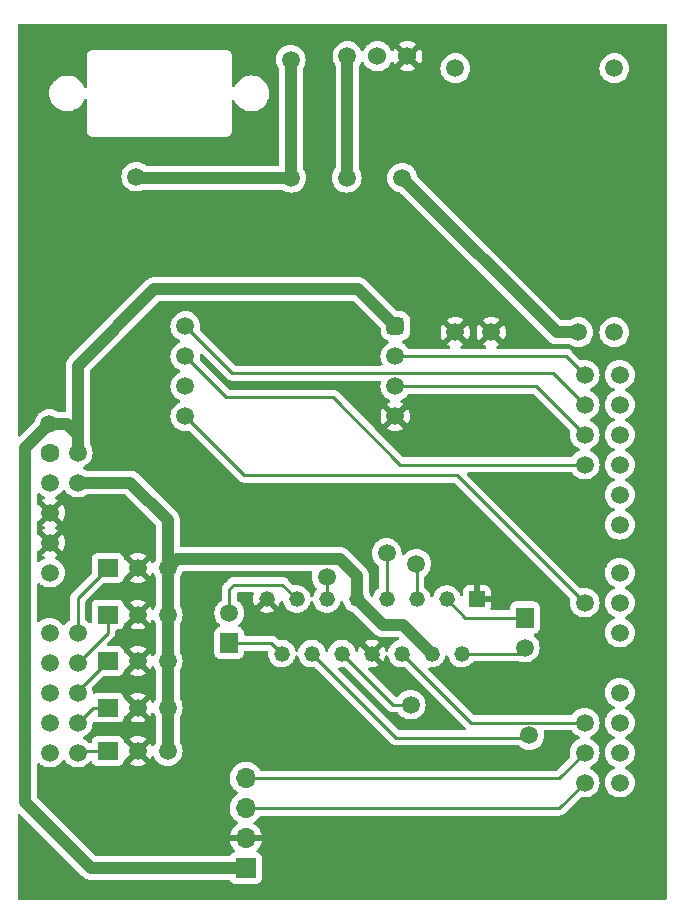
<source format=gbr>
%TF.GenerationSoftware,KiCad,Pcbnew,(6.0.1)*%
%TF.CreationDate,2022-04-06T09:12:37+03:00*%
%TF.ProjectId,shield MCU V3,73686965-6c64-4204-9d43-552056332e6b,rev?*%
%TF.SameCoordinates,Original*%
%TF.FileFunction,Copper,L2,Bot*%
%TF.FilePolarity,Positive*%
%FSLAX46Y46*%
G04 Gerber Fmt 4.6, Leading zero omitted, Abs format (unit mm)*
G04 Created by KiCad (PCBNEW (6.0.1)) date 2022-04-06 09:12:37*
%MOMM*%
%LPD*%
G01*
G04 APERTURE LIST*
G04 Aperture macros list*
%AMRoundRect*
0 Rectangle with rounded corners*
0 $1 Rounding radius*
0 $2 $3 $4 $5 $6 $7 $8 $9 X,Y pos of 4 corners*
0 Add a 4 corners polygon primitive as box body*
4,1,4,$2,$3,$4,$5,$6,$7,$8,$9,$2,$3,0*
0 Add four circle primitives for the rounded corners*
1,1,$1+$1,$2,$3*
1,1,$1+$1,$4,$5*
1,1,$1+$1,$6,$7*
1,1,$1+$1,$8,$9*
0 Add four rect primitives between the rounded corners*
20,1,$1+$1,$2,$3,$4,$5,0*
20,1,$1+$1,$4,$5,$6,$7,0*
20,1,$1+$1,$6,$7,$8,$9,0*
20,1,$1+$1,$8,$9,$2,$3,0*%
G04 Aperture macros list end*
%TA.AperFunction,ComponentPad*%
%ADD10R,1.700000X1.500000*%
%TD*%
%TA.AperFunction,ComponentPad*%
%ADD11C,1.500000*%
%TD*%
%TA.AperFunction,ComponentPad*%
%ADD12R,1.500000X1.700000*%
%TD*%
%TA.AperFunction,ComponentPad*%
%ADD13RoundRect,0.375000X-0.375000X0.375000X-0.375000X-0.375000X0.375000X-0.375000X0.375000X0.375000X0*%
%TD*%
%TA.AperFunction,ComponentPad*%
%ADD14R,1.700000X1.700000*%
%TD*%
%TA.AperFunction,ComponentPad*%
%ADD15O,1.700000X1.700000*%
%TD*%
%TA.AperFunction,ComponentPad*%
%ADD16C,1.524000*%
%TD*%
%TA.AperFunction,ComponentPad*%
%ADD17R,1.320800X1.320800*%
%TD*%
%TA.AperFunction,ComponentPad*%
%ADD18C,1.320800*%
%TD*%
%TA.AperFunction,ComponentPad*%
%ADD19C,1.600000*%
%TD*%
%TA.AperFunction,ViaPad*%
%ADD20C,1.500000*%
%TD*%
%TA.AperFunction,Conductor*%
%ADD21C,1.000000*%
%TD*%
%TA.AperFunction,Conductor*%
%ADD22C,0.250000*%
%TD*%
G04 APERTURE END LIST*
D10*
%TO.P,J2,1,P1*%
%TO.N,Net-(J2-Pad1)*%
X111125000Y-116459000D03*
D11*
%TO.P,J2,2,P2*%
%TO.N,GND*%
X113665000Y-116459000D03*
%TO.P,J2,3,P3*%
%TO.N,/5V*%
X116205000Y-116459000D03*
%TD*%
D12*
%TO.P,PoL1,1,P1*%
%TO.N,Net-(H1-Pad14)*%
X121412000Y-118872000D03*
D11*
%TO.P,PoL1,2,P2*%
%TO.N,Net-(H1-Pad13)*%
X121412000Y-116332000D03*
%TD*%
%TO.P,U3,1,SDO*%
%TO.N,Net-(U3-Pad1)*%
X117697000Y-92043000D03*
%TO.P,U3,2,CS*%
%TO.N,Net-(U3-Pad2)*%
X117697000Y-94583000D03*
%TO.P,U3,3,DR*%
%TO.N,unconnected-(U3-Pad3)*%
X117697000Y-97123000D03*
%TO.P,U3,4,INT*%
%TO.N,Net-(U3-Pad4)*%
X117697000Y-99663000D03*
D13*
%TO.P,U3,5,VCC*%
%TO.N,/3.3V*%
X135477000Y-92043000D03*
D11*
%TO.P,U3,6,SCL*%
%TO.N,Net-(U3-Pad6)*%
X135477000Y-94583000D03*
%TO.P,U3,7,SDA*%
%TO.N,Net-(U3-Pad7)*%
X135477000Y-97123000D03*
%TO.P,U3,8,GND*%
%TO.N,GND*%
X135477000Y-99663000D03*
%TD*%
%TO.P,TP1,1,1*%
%TO.N,/Vin*%
X126619000Y-69469000D03*
%TD*%
D14*
%TO.P,Bt1,1,P1*%
%TO.N,/3.3V*%
X122809000Y-137922000D03*
D15*
%TO.P,Bt1,2,P2*%
%TO.N,GND*%
X122809000Y-135382000D03*
%TO.P,Bt1,3,P3*%
%TO.N,Net-(Bt1-Pad3)*%
X122809000Y-132842000D03*
%TO.P,Bt1,4,P4*%
%TO.N,Net-(Bt1-Pad4)*%
X122809000Y-130302000D03*
%TD*%
D11*
%TO.P,SW1,1,A*%
%TO.N,/Vin*%
X126651000Y-79470000D03*
%TO.P,SW1,2,B*%
%TO.N,/Batt+*%
X131350000Y-79470000D03*
%TO.P,SW1,3,C*%
%TO.N,/chrg+*%
X136049000Y-79470000D03*
%TD*%
D10*
%TO.P,J3,1,P1*%
%TO.N,Net-(J3-Pad1)*%
X111125000Y-120396000D03*
D11*
%TO.P,J3,2,P2*%
%TO.N,GND*%
X113665000Y-120396000D03*
%TO.P,J3,3,P3*%
%TO.N,/5V*%
X116205000Y-120396000D03*
%TD*%
D10*
%TO.P,J4,1,P1*%
%TO.N,Net-(J4-Pad1)*%
X111125000Y-124333000D03*
D11*
%TO.P,J4,2,P2*%
%TO.N,GND*%
X113665000Y-124333000D03*
%TO.P,J4,3,P3*%
%TO.N,/5V*%
X116205000Y-124333000D03*
%TD*%
D10*
%TO.P,J5,1,P1*%
%TO.N,Net-(J5-Pad1)*%
X111125000Y-128016000D03*
D11*
%TO.P,J5,2,P2*%
%TO.N,GND*%
X113665000Y-128016000D03*
%TO.P,J5,3,P3*%
%TO.N,/5V*%
X116205000Y-128016000D03*
%TD*%
%TO.P,U1,1,out-*%
%TO.N,GND*%
X140557000Y-92551000D03*
%TO.P,U1,2,bat-*%
X143605000Y-92551000D03*
%TO.P,U1,3,bat+*%
%TO.N,/chrg+*%
X150971000Y-92551000D03*
%TO.P,U1,4,out+*%
%TO.N,unconnected-(U1-Pad4)*%
X154019000Y-92551000D03*
%TO.P,U1,5,in-*%
%TO.N,unconnected-(U1-Pad5)*%
X140557000Y-70199000D03*
%TO.P,U1,6,in+*%
%TO.N,unconnected-(U1-Pad6)*%
X154019000Y-70199000D03*
%TD*%
%TO.P,TP2,1,1*%
%TO.N,/3.3V*%
X106172000Y-100330000D03*
%TD*%
D12*
%TO.P,PoR1,1,P1*%
%TO.N,Net-(H1-Pad3)*%
X146431000Y-116713000D03*
D11*
%TO.P,PoR1,2,P2*%
%TO.N,Net-(H1-Pad2)*%
X146431000Y-119253000D03*
%TD*%
D16*
%TO.P,J6,1,Pin_1*%
%TO.N,GND*%
X136493500Y-69183000D03*
%TO.P,J6,2,Pin_2*%
%TO.N,unconnected-(J6-Pad2)*%
X133953500Y-69183000D03*
D11*
%TO.P,J6,3,Pin_3*%
%TO.N,/Batt+*%
X131413500Y-69183000D03*
%TD*%
D17*
%TO.P,H1,1,Current_Sensing_A*%
%TO.N,GND*%
X142367000Y-115138200D03*
D18*
%TO.P,H1,2,OUT1*%
%TO.N,Net-(H1-Pad2)*%
X141097000Y-119761000D03*
%TO.P,H1,3,OUT2*%
%TO.N,Net-(H1-Pad3)*%
X139827000Y-115138200D03*
%TO.P,H1,4,VS*%
%TO.N,/5V*%
X138557000Y-119761000D03*
%TO.P,H1,5,IN1*%
%TO.N,Net-(H1-Pad5)*%
X137287000Y-115138200D03*
%TO.P,H1,6,ENA_A*%
%TO.N,Net-(H1-Pad6)*%
X136017000Y-119761000D03*
%TO.P,H1,7,IN2*%
%TO.N,Net-(H1-Pad7)*%
X134747000Y-115138200D03*
%TO.P,H1,8,GND*%
%TO.N,GND*%
X133477000Y-119761000D03*
%TO.P,H1,9,VSS*%
%TO.N,/5V*%
X132207000Y-115138200D03*
%TO.P,H1,10,IN3*%
%TO.N,Net-(H1-Pad10)*%
X130937000Y-119761000D03*
%TO.P,H1,11,ENA_B*%
%TO.N,Net-(H1-Pad11)*%
X129667000Y-115138200D03*
%TO.P,H1,12,IN4*%
%TO.N,Net-(H1-Pad12)*%
X128397000Y-119761000D03*
%TO.P,H1,13,OUT3*%
%TO.N,Net-(H1-Pad13)*%
X127127000Y-115138200D03*
%TO.P,H1,14,OUT4*%
%TO.N,Net-(H1-Pad14)*%
X125857000Y-119761000D03*
%TO.P,H1,15,Current_Sensing_B*%
%TO.N,GND*%
X124587000Y-115138200D03*
%TD*%
D19*
%TO.P,U4,16,+3V3*%
%TO.N,/3.3V*%
X106222800Y-102746000D03*
D11*
%TO.P,U4,18,+5V*%
%TO.N,/5V*%
X106222800Y-105286000D03*
%TO.P,U4,24,VIN*%
%TO.N,/Vin*%
X106222800Y-112906000D03*
%TO.P,U4,37,PC3*%
%TO.N,Net-(J3-Pad1)*%
X106222800Y-123066000D03*
%TO.P,U4,38,PC0*%
%TO.N,Net-(J2-Pad1)*%
X106222800Y-120526000D03*
%TO.P,U4,63,PG9*%
%TO.N,Net-(Bt1-Pad3)*%
X154482800Y-130686000D03*
%TO.P,U4,83,PA5*%
%TO.N,Net-(U3-Pad6)*%
X154482800Y-96146000D03*
%TO.P,U4,85,PA6*%
%TO.N,Net-(U3-Pad1)*%
X154482800Y-98686000D03*
%TO.P,U4,87,ETH_CRS_DV/PA7*%
%TO.N,Net-(U3-Pad7)*%
X154482800Y-101226000D03*
%TO.P,U4,108,PF5*%
%TO.N,Net-(J5-Pad1)*%
X106222800Y-128146000D03*
%TO.P,U4,114,PF10*%
%TO.N,Net-(J1-Pad1)*%
X106222800Y-117986000D03*
%TO.P,U4,118,PD14*%
%TO.N,Net-(U3-Pad2)*%
X154482800Y-103766000D03*
%TO.P,U4,120,PD15*%
%TO.N,Net-(H1-Pad7)*%
X154482800Y-106306000D03*
%TO.P,U4,124,PE9*%
%TO.N,Net-(U3-Pad4)*%
X154482800Y-115446000D03*
%TO.P,U4,127,PE13*%
%TO.N,Net-(H1-Pad12)*%
X154482800Y-123066000D03*
%TO.P,U4,128,PE11*%
%TO.N,Net-(H1-Pad10)*%
X154482800Y-117986000D03*
%TO.P,U4,129,PF13*%
%TO.N,Net-(H1-Pad11)*%
X154482800Y-112906000D03*
%TO.P,U4,130,PF3*%
%TO.N,Net-(J4-Pad1)*%
X106222800Y-125606000D03*
%TO.P,U4,131,PF12*%
%TO.N,Net-(H1-Pad5)*%
X154482800Y-108846000D03*
%TO.P,U4,132,PF15*%
%TO.N,Net-(H1-Pad6)*%
X154482800Y-125606000D03*
%TO.P,U4,133,PG14*%
%TO.N,Net-(Bt1-Pad4)*%
X154482800Y-128146000D03*
%TO.P,U4,143,GND*%
%TO.N,GND*%
X106222800Y-107826000D03*
%TO.P,U4,144,GND*%
X106222800Y-110366000D03*
%TD*%
D10*
%TO.P,J1,1,P1*%
%TO.N,Net-(J1-Pad1)*%
X111125000Y-112522000D03*
D11*
%TO.P,J1,2,P2*%
%TO.N,GND*%
X113665000Y-112522000D03*
%TO.P,J1,3,P3*%
%TO.N,/5V*%
X116205000Y-112522000D03*
%TD*%
D20*
%TO.N,GND*%
X108585000Y-107823000D03*
X108585000Y-110363000D03*
%TO.N,/3.3V*%
X108585000Y-102743000D03*
%TO.N,Net-(U3-Pad2)*%
X151511000Y-103759000D03*
%TO.N,Net-(U3-Pad4)*%
X151511000Y-115443000D03*
%TO.N,Net-(U3-Pad6)*%
X151511000Y-96139000D03*
%TO.N,Net-(U3-Pad7)*%
X151511000Y-101219000D03*
%TO.N,Net-(J3-Pad1)*%
X108585000Y-123063000D03*
%TO.N,/5V*%
X108585000Y-105283000D03*
%TO.N,/Vin*%
X113538000Y-79375000D03*
%TO.N,Net-(J2-Pad1)*%
X108585000Y-120523000D03*
%TO.N,Net-(Bt1-Pad3)*%
X151511000Y-130683000D03*
%TO.N,Net-(U3-Pad1)*%
X151511000Y-98679000D03*
%TO.N,Net-(J1-Pad1)*%
X108585000Y-117983000D03*
%TO.N,Net-(H1-Pad7)*%
X134747000Y-111252000D03*
%TO.N,Net-(H1-Pad12)*%
X146812000Y-126677500D03*
%TO.N,Net-(H1-Pad10)*%
X136779000Y-124079000D03*
%TO.N,Net-(H1-Pad11)*%
X129667000Y-113284000D03*
%TO.N,Net-(J4-Pad1)*%
X108585000Y-125603000D03*
%TO.N,Net-(H1-Pad5)*%
X137248025Y-112146039D03*
%TO.N,Net-(H1-Pad6)*%
X151511000Y-125603000D03*
%TO.N,Net-(Bt1-Pad4)*%
X151511000Y-128143000D03*
%TO.N,Net-(J5-Pad1)*%
X108585000Y-128143000D03*
%TD*%
D21*
%TO.N,/3.3V*%
X107696000Y-100330000D02*
X108585000Y-101219000D01*
X106172000Y-100330000D02*
X107696000Y-100330000D01*
X108585000Y-101219000D02*
X108585000Y-95377000D01*
X108585000Y-102743000D02*
X108585000Y-101219000D01*
X104140000Y-102362000D02*
X104140000Y-102870000D01*
X104140000Y-102870000D02*
X104140000Y-132334000D01*
X106172000Y-100330000D02*
X104140000Y-102362000D01*
D22*
%TO.N,Net-(H1-Pad2)*%
X145923000Y-119761000D02*
X146431000Y-119253000D01*
X141097000Y-119761000D02*
X145923000Y-119761000D01*
%TO.N,Net-(H1-Pad3)*%
X141401800Y-116713000D02*
X146431000Y-116713000D01*
X139827000Y-115138200D02*
X141401800Y-116713000D01*
D21*
%TO.N,/3.3V*%
X132334000Y-88900000D02*
X135477000Y-92043000D01*
X115062000Y-88900000D02*
X132334000Y-88900000D01*
X108585000Y-95377000D02*
X115062000Y-88900000D01*
X109728000Y-137922000D02*
X122809000Y-137922000D01*
X104140000Y-132334000D02*
X109728000Y-137922000D01*
D22*
%TO.N,Net-(H1-Pad13)*%
X121412000Y-114300000D02*
X121793000Y-113919000D01*
X121793000Y-113919000D02*
X125907800Y-113919000D01*
X125907800Y-113919000D02*
X127127000Y-115138200D01*
X121412000Y-116332000D02*
X121412000Y-114300000D01*
%TO.N,Net-(H1-Pad14)*%
X124968000Y-118872000D02*
X121412000Y-118872000D01*
X125857000Y-119761000D02*
X124968000Y-118872000D01*
%TO.N,Net-(U3-Pad2)*%
X121158000Y-98044000D02*
X130175000Y-98044000D01*
X130175000Y-98044000D02*
X135890000Y-103759000D01*
X135890000Y-103759000D02*
X151511000Y-103759000D01*
X117697000Y-94583000D02*
X121158000Y-98044000D01*
%TO.N,Net-(U3-Pad4)*%
X140716000Y-104648000D02*
X151511000Y-115443000D01*
X117697000Y-99663000D02*
X122682000Y-104648000D01*
X122682000Y-104648000D02*
X140716000Y-104648000D01*
%TO.N,Net-(U3-Pad6)*%
X149955000Y-94583000D02*
X151511000Y-96139000D01*
X135477000Y-94583000D02*
X149955000Y-94583000D01*
%TO.N,Net-(U3-Pad7)*%
X135477000Y-97123000D02*
X147415000Y-97123000D01*
X147415000Y-97123000D02*
X151511000Y-101219000D01*
%TO.N,Net-(J3-Pad1)*%
X108585000Y-122936000D02*
X108585000Y-123063000D01*
X111125000Y-120396000D02*
X108585000Y-122936000D01*
D21*
%TO.N,/5V*%
X132207000Y-115138200D02*
X134416800Y-117348000D01*
X130810000Y-111760000D02*
X116967000Y-111760000D01*
X136144000Y-117348000D02*
X138557000Y-119761000D01*
X116205000Y-108458000D02*
X116205000Y-112522000D01*
X116967000Y-111760000D02*
X116205000Y-112522000D01*
X108585000Y-105283000D02*
X113030000Y-105283000D01*
X116205000Y-112522000D02*
X116205000Y-128016000D01*
X113030000Y-105283000D02*
X116205000Y-108458000D01*
X134416800Y-117348000D02*
X136144000Y-117348000D01*
X132207000Y-115138200D02*
X132207000Y-113157000D01*
X132207000Y-113157000D02*
X130810000Y-111760000D01*
%TO.N,/Vin*%
X113633000Y-79470000D02*
X113538000Y-79375000D01*
X126619000Y-69469000D02*
X126619000Y-79438000D01*
X126619000Y-79438000D02*
X126651000Y-79470000D01*
X126651000Y-79470000D02*
X113633000Y-79470000D01*
%TO.N,/chrg+*%
X149130000Y-92551000D02*
X150971000Y-92551000D01*
X136049000Y-79470000D02*
X149130000Y-92551000D01*
%TO.N,/Batt+*%
X131413500Y-79406500D02*
X131350000Y-79470000D01*
X131413500Y-69183000D02*
X131413500Y-79406500D01*
D22*
%TO.N,Net-(J2-Pad1)*%
X111125000Y-117983000D02*
X108585000Y-120523000D01*
X111125000Y-116459000D02*
X111125000Y-117983000D01*
%TO.N,Net-(Bt1-Pad3)*%
X122809000Y-132842000D02*
X149352000Y-132842000D01*
X149352000Y-132842000D02*
X151511000Y-130683000D01*
%TO.N,Net-(U3-Pad1)*%
X148844000Y-96012000D02*
X151511000Y-98679000D01*
X121666000Y-96012000D02*
X148844000Y-96012000D01*
X117697000Y-92043000D02*
X121666000Y-96012000D01*
%TO.N,Net-(J1-Pad1)*%
X108585000Y-115062000D02*
X108585000Y-117983000D01*
X111125000Y-112522000D02*
X108585000Y-115062000D01*
%TO.N,Net-(H1-Pad7)*%
X134747000Y-111252000D02*
X134747000Y-115138200D01*
%TO.N,Net-(H1-Pad12)*%
X146616500Y-126873000D02*
X146812000Y-126677500D01*
X135509000Y-126873000D02*
X146616500Y-126873000D01*
X128397000Y-119761000D02*
X135509000Y-126873000D01*
%TO.N,Net-(H1-Pad10)*%
X135255000Y-124079000D02*
X136779000Y-124079000D01*
X130937000Y-119761000D02*
X135255000Y-124079000D01*
%TO.N,Net-(H1-Pad11)*%
X129667000Y-113284000D02*
X129667000Y-115138200D01*
%TO.N,Net-(J4-Pad1)*%
X111125000Y-124333000D02*
X109855000Y-124333000D01*
X109855000Y-124333000D02*
X108585000Y-125603000D01*
%TO.N,Net-(H1-Pad5)*%
X137248025Y-112146039D02*
X137287000Y-112185014D01*
X137287000Y-112185014D02*
X137287000Y-115138200D01*
%TO.N,Net-(H1-Pad6)*%
X136017000Y-119761000D02*
X141859000Y-125603000D01*
X141859000Y-125603000D02*
X151511000Y-125603000D01*
%TO.N,Net-(Bt1-Pad4)*%
X122809000Y-130302000D02*
X149352000Y-130302000D01*
X149352000Y-130302000D02*
X151511000Y-128143000D01*
%TO.N,Net-(J5-Pad1)*%
X108712000Y-128016000D02*
X108585000Y-128143000D01*
X111125000Y-128016000D02*
X108712000Y-128016000D01*
%TD*%
%TA.AperFunction,Conductor*%
%TO.N,GND*%
G36*
X158438121Y-66441002D02*
G01*
X158484614Y-66494658D01*
X158496000Y-66547000D01*
X158496000Y-140463000D01*
X158475998Y-140531121D01*
X158422342Y-140577614D01*
X158370000Y-140589000D01*
X103631000Y-140589000D01*
X103562879Y-140568998D01*
X103516386Y-140515342D01*
X103505000Y-140463000D01*
X103505000Y-133429425D01*
X103525002Y-133361304D01*
X103578658Y-133314811D01*
X103648932Y-133304707D01*
X103713512Y-133334201D01*
X103720095Y-133340330D01*
X108971145Y-138591379D01*
X108980247Y-138601522D01*
X109003968Y-138631025D01*
X109042456Y-138663320D01*
X109046075Y-138666478D01*
X109047890Y-138668124D01*
X109050075Y-138670309D01*
X109052455Y-138672264D01*
X109052465Y-138672273D01*
X109083236Y-138697549D01*
X109084251Y-138698391D01*
X109155474Y-138758154D01*
X109160148Y-138760723D01*
X109164261Y-138764102D01*
X109169698Y-138767017D01*
X109169699Y-138767018D01*
X109246047Y-138807955D01*
X109247177Y-138808568D01*
X109328787Y-138853433D01*
X109333869Y-138855045D01*
X109338563Y-138857562D01*
X109427531Y-138884762D01*
X109428559Y-138885082D01*
X109517306Y-138913235D01*
X109522602Y-138913829D01*
X109527698Y-138915387D01*
X109620257Y-138924790D01*
X109621393Y-138924911D01*
X109655008Y-138928681D01*
X109667730Y-138930108D01*
X109667734Y-138930108D01*
X109671227Y-138930500D01*
X109674754Y-138930500D01*
X109675739Y-138930555D01*
X109681419Y-138931002D01*
X109710825Y-138933989D01*
X109718337Y-138934752D01*
X109718339Y-138934752D01*
X109724462Y-138935374D01*
X109770108Y-138931059D01*
X109781967Y-138930500D01*
X121387991Y-138930500D01*
X121456112Y-138950502D01*
X121502605Y-139004158D01*
X121504903Y-139009694D01*
X121505232Y-139010296D01*
X121508385Y-139018705D01*
X121595739Y-139135261D01*
X121712295Y-139222615D01*
X121848684Y-139273745D01*
X121910866Y-139280500D01*
X123707134Y-139280500D01*
X123769316Y-139273745D01*
X123905705Y-139222615D01*
X124022261Y-139135261D01*
X124109615Y-139018705D01*
X124160745Y-138882316D01*
X124167500Y-138820134D01*
X124167500Y-137023866D01*
X124160745Y-136961684D01*
X124109615Y-136825295D01*
X124022261Y-136708739D01*
X123905705Y-136621385D01*
X123786687Y-136576767D01*
X123729923Y-136534125D01*
X123705223Y-136467564D01*
X123720430Y-136398215D01*
X123741977Y-136369535D01*
X123843052Y-136268812D01*
X123849730Y-136260965D01*
X123974003Y-136088020D01*
X123979313Y-136079183D01*
X124073670Y-135888267D01*
X124077469Y-135878672D01*
X124139377Y-135674910D01*
X124141555Y-135664837D01*
X124142986Y-135653962D01*
X124140775Y-135639778D01*
X124127617Y-135636000D01*
X121492225Y-135636000D01*
X121478694Y-135639973D01*
X121477257Y-135649966D01*
X121507565Y-135784446D01*
X121510645Y-135794275D01*
X121590770Y-135991603D01*
X121595413Y-136000794D01*
X121706694Y-136182388D01*
X121712777Y-136190699D01*
X121852213Y-136351667D01*
X121859577Y-136358879D01*
X121864522Y-136362985D01*
X121904156Y-136421889D01*
X121905653Y-136492870D01*
X121868537Y-136553392D01*
X121828264Y-136577910D01*
X121720705Y-136618232D01*
X121720704Y-136618233D01*
X121712295Y-136621385D01*
X121595739Y-136708739D01*
X121508385Y-136825295D01*
X121505233Y-136833703D01*
X121500923Y-136841575D01*
X121499259Y-136840664D01*
X121463337Y-136888490D01*
X121396776Y-136913193D01*
X121387991Y-136913500D01*
X110197924Y-136913500D01*
X110129803Y-136893498D01*
X110108829Y-136876595D01*
X105185405Y-131953171D01*
X105151379Y-131890859D01*
X105148500Y-131864076D01*
X105148500Y-129155677D01*
X105168502Y-129087556D01*
X105222158Y-129041063D01*
X105292432Y-129030959D01*
X105357012Y-129060453D01*
X105363595Y-129066582D01*
X105410762Y-129113749D01*
X105415271Y-129116906D01*
X105415273Y-129116908D01*
X105470641Y-129155677D01*
X105591146Y-129240056D01*
X105790724Y-129333120D01*
X106003429Y-129390115D01*
X106222800Y-129409307D01*
X106442171Y-129390115D01*
X106654876Y-129333120D01*
X106854454Y-129240056D01*
X106974959Y-129155677D01*
X107030327Y-129116908D01*
X107030329Y-129116906D01*
X107034838Y-129113749D01*
X107190549Y-128958038D01*
X107195809Y-128950527D01*
X107301737Y-128799245D01*
X107357194Y-128754917D01*
X107427813Y-128747608D01*
X107491174Y-128779639D01*
X107508163Y-128799245D01*
X107614090Y-128950524D01*
X107617251Y-128955038D01*
X107772962Y-129110749D01*
X107777471Y-129113906D01*
X107777473Y-129113908D01*
X107823474Y-129146118D01*
X107953346Y-129237056D01*
X108152924Y-129330120D01*
X108365629Y-129387115D01*
X108585000Y-129406307D01*
X108804371Y-129387115D01*
X109017076Y-129330120D01*
X109216654Y-129237056D01*
X109346526Y-129146118D01*
X109392527Y-129113908D01*
X109392529Y-129113906D01*
X109397038Y-129110749D01*
X109552749Y-128955038D01*
X109555910Y-128950524D01*
X109578369Y-128918450D01*
X109633826Y-128874122D01*
X109704446Y-128866814D01*
X109767806Y-128898845D01*
X109799563Y-128946493D01*
X109804228Y-128958935D01*
X109824385Y-129012705D01*
X109911739Y-129129261D01*
X110028295Y-129216615D01*
X110164684Y-129267745D01*
X110226866Y-129274500D01*
X112023134Y-129274500D01*
X112085316Y-129267745D01*
X112221705Y-129216615D01*
X112338261Y-129129261D01*
X112385552Y-129066161D01*
X112979393Y-129066161D01*
X112988687Y-129078175D01*
X113029088Y-129106464D01*
X113038584Y-129111947D01*
X113228113Y-129200326D01*
X113238405Y-129204072D01*
X113440401Y-129258196D01*
X113451196Y-129260099D01*
X113659525Y-129278326D01*
X113670475Y-129278326D01*
X113878804Y-129260099D01*
X113889599Y-129258196D01*
X114091595Y-129204072D01*
X114101887Y-129200326D01*
X114291416Y-129111947D01*
X114300912Y-129106464D01*
X114342148Y-129077590D01*
X114350523Y-129067112D01*
X114343457Y-129053668D01*
X113677811Y-128388021D01*
X113663868Y-128380408D01*
X113662034Y-128380539D01*
X113655420Y-128384790D01*
X112985820Y-129054391D01*
X112979393Y-129066161D01*
X112385552Y-129066161D01*
X112425615Y-129012705D01*
X112476745Y-128876316D01*
X112483364Y-128815386D01*
X112510606Y-128749824D01*
X112568969Y-128709398D01*
X112606731Y-128705284D01*
X112627334Y-128694455D01*
X113292979Y-128028811D01*
X113300592Y-128014868D01*
X113300461Y-128013034D01*
X113296210Y-128006420D01*
X112626609Y-127336820D01*
X112608305Y-127326825D01*
X112548259Y-127313762D01*
X112498057Y-127263559D01*
X112483382Y-127216782D01*
X112482845Y-127211832D01*
X112478871Y-127175251D01*
X112477599Y-127163540D01*
X112477598Y-127163536D01*
X112476745Y-127155684D01*
X112425615Y-127019295D01*
X112384838Y-126964887D01*
X112979477Y-126964887D01*
X112986545Y-126978334D01*
X113652189Y-127643979D01*
X113666132Y-127651592D01*
X113667966Y-127651461D01*
X113674580Y-127647210D01*
X114344180Y-126977609D01*
X114350607Y-126965839D01*
X114341313Y-126953825D01*
X114300912Y-126925536D01*
X114291416Y-126920053D01*
X114101887Y-126831674D01*
X114091595Y-126827928D01*
X113889599Y-126773804D01*
X113878804Y-126771901D01*
X113670475Y-126753674D01*
X113659525Y-126753674D01*
X113451196Y-126771901D01*
X113440401Y-126773804D01*
X113238405Y-126827928D01*
X113228113Y-126831674D01*
X113038583Y-126920054D01*
X113029093Y-126925534D01*
X112987851Y-126954411D01*
X112979477Y-126964887D01*
X112384838Y-126964887D01*
X112338261Y-126902739D01*
X112221705Y-126815385D01*
X112085316Y-126764255D01*
X112023134Y-126757500D01*
X110226866Y-126757500D01*
X110164684Y-126764255D01*
X110028295Y-126815385D01*
X109911739Y-126902739D01*
X109824385Y-127019295D01*
X109773255Y-127155684D01*
X109766500Y-127217866D01*
X109766500Y-127240523D01*
X109746498Y-127308644D01*
X109692842Y-127355137D01*
X109622568Y-127365241D01*
X109557988Y-127335747D01*
X109551405Y-127329618D01*
X109397038Y-127175251D01*
X109341444Y-127136323D01*
X109295660Y-127104265D01*
X109216654Y-127048944D01*
X109211672Y-127046621D01*
X109211667Y-127046618D01*
X109084232Y-126987195D01*
X109030947Y-126940278D01*
X109011486Y-126872001D01*
X109032028Y-126804041D01*
X109084232Y-126758805D01*
X109211667Y-126699382D01*
X109211672Y-126699379D01*
X109216654Y-126697056D01*
X109332875Y-126615677D01*
X109392527Y-126573908D01*
X109392529Y-126573906D01*
X109397038Y-126570749D01*
X109552749Y-126415038D01*
X109566702Y-126395112D01*
X109675899Y-126239162D01*
X109675900Y-126239160D01*
X109679056Y-126234653D01*
X109681379Y-126229671D01*
X109681382Y-126229666D01*
X109751575Y-126079135D01*
X109772120Y-126035076D01*
X109829115Y-125822371D01*
X109845635Y-125633546D01*
X109871497Y-125567430D01*
X109929001Y-125525790D01*
X109999888Y-125521849D01*
X110025855Y-125531786D01*
X110028295Y-125533615D01*
X110164684Y-125584745D01*
X110226866Y-125591500D01*
X112023134Y-125591500D01*
X112085316Y-125584745D01*
X112221705Y-125533615D01*
X112338261Y-125446261D01*
X112385552Y-125383161D01*
X112979393Y-125383161D01*
X112988687Y-125395175D01*
X113029088Y-125423464D01*
X113038584Y-125428947D01*
X113228113Y-125517326D01*
X113238405Y-125521072D01*
X113440401Y-125575196D01*
X113451196Y-125577099D01*
X113659525Y-125595326D01*
X113670475Y-125595326D01*
X113878804Y-125577099D01*
X113889599Y-125575196D01*
X114091595Y-125521072D01*
X114101887Y-125517326D01*
X114291416Y-125428947D01*
X114300912Y-125423464D01*
X114342148Y-125394590D01*
X114350523Y-125384112D01*
X114343457Y-125370668D01*
X113677811Y-124705021D01*
X113663868Y-124697408D01*
X113662034Y-124697539D01*
X113655420Y-124701790D01*
X112985820Y-125371391D01*
X112979393Y-125383161D01*
X112385552Y-125383161D01*
X112425615Y-125329705D01*
X112476745Y-125193316D01*
X112483364Y-125132386D01*
X112510606Y-125066824D01*
X112568969Y-125026398D01*
X112606731Y-125022284D01*
X112627334Y-125011455D01*
X113292979Y-124345811D01*
X113300592Y-124331868D01*
X113300461Y-124330034D01*
X113296210Y-124323420D01*
X112626609Y-123653820D01*
X112608305Y-123643825D01*
X112548259Y-123630762D01*
X112498057Y-123580559D01*
X112483382Y-123533782D01*
X112477599Y-123480540D01*
X112477598Y-123480536D01*
X112476745Y-123472684D01*
X112425615Y-123336295D01*
X112384838Y-123281887D01*
X112979477Y-123281887D01*
X112986545Y-123295334D01*
X113652189Y-123960979D01*
X113666132Y-123968592D01*
X113667966Y-123968461D01*
X113674580Y-123964210D01*
X114344180Y-123294609D01*
X114350607Y-123282839D01*
X114341313Y-123270825D01*
X114300912Y-123242536D01*
X114291416Y-123237053D01*
X114101887Y-123148674D01*
X114091595Y-123144928D01*
X113889599Y-123090804D01*
X113878804Y-123088901D01*
X113670475Y-123070674D01*
X113659525Y-123070674D01*
X113451196Y-123088901D01*
X113440401Y-123090804D01*
X113238405Y-123144928D01*
X113228113Y-123148674D01*
X113038583Y-123237054D01*
X113029093Y-123242534D01*
X112987851Y-123271411D01*
X112979477Y-123281887D01*
X112384838Y-123281887D01*
X112338261Y-123219739D01*
X112221705Y-123132385D01*
X112085316Y-123081255D01*
X112023134Y-123074500D01*
X110226866Y-123074500D01*
X110164684Y-123081255D01*
X110028295Y-123132385D01*
X110027649Y-123132869D01*
X109962306Y-123147160D01*
X109895758Y-123122423D01*
X109853148Y-123065634D01*
X109845634Y-123032452D01*
X109841275Y-122982619D01*
X109829115Y-122843629D01*
X109827691Y-122838317D01*
X109827690Y-122838308D01*
X109793878Y-122712122D01*
X109795567Y-122641145D01*
X109826489Y-122590415D01*
X110725499Y-121691405D01*
X110787811Y-121657379D01*
X110814594Y-121654500D01*
X112023134Y-121654500D01*
X112085316Y-121647745D01*
X112221705Y-121596615D01*
X112338261Y-121509261D01*
X112385552Y-121446161D01*
X112979393Y-121446161D01*
X112988687Y-121458175D01*
X113029088Y-121486464D01*
X113038584Y-121491947D01*
X113228113Y-121580326D01*
X113238405Y-121584072D01*
X113440401Y-121638196D01*
X113451196Y-121640099D01*
X113659525Y-121658326D01*
X113670475Y-121658326D01*
X113878804Y-121640099D01*
X113889599Y-121638196D01*
X114091595Y-121584072D01*
X114101887Y-121580326D01*
X114291416Y-121491947D01*
X114300912Y-121486464D01*
X114342148Y-121457590D01*
X114350523Y-121447112D01*
X114343457Y-121433668D01*
X113677811Y-120768021D01*
X113663868Y-120760408D01*
X113662034Y-120760539D01*
X113655420Y-120764790D01*
X112985820Y-121434391D01*
X112979393Y-121446161D01*
X112385552Y-121446161D01*
X112425615Y-121392705D01*
X112476745Y-121256316D01*
X112483364Y-121195386D01*
X112510606Y-121129824D01*
X112568969Y-121089398D01*
X112606731Y-121085284D01*
X112627334Y-121074455D01*
X113292979Y-120408811D01*
X113300592Y-120394868D01*
X113300461Y-120393034D01*
X113296210Y-120386420D01*
X112626609Y-119716820D01*
X112608305Y-119706825D01*
X112548259Y-119693762D01*
X112498057Y-119643559D01*
X112483382Y-119596782D01*
X112482845Y-119591832D01*
X112478871Y-119555251D01*
X112477599Y-119543540D01*
X112477598Y-119543536D01*
X112476745Y-119535684D01*
X112425615Y-119399295D01*
X112384838Y-119344887D01*
X112979477Y-119344887D01*
X112986545Y-119358334D01*
X113652189Y-120023979D01*
X113666132Y-120031592D01*
X113667966Y-120031461D01*
X113674580Y-120027210D01*
X114344180Y-119357609D01*
X114350607Y-119345839D01*
X114341313Y-119333825D01*
X114300912Y-119305536D01*
X114291416Y-119300053D01*
X114101887Y-119211674D01*
X114091595Y-119207928D01*
X113889599Y-119153804D01*
X113878804Y-119151901D01*
X113670475Y-119133674D01*
X113659525Y-119133674D01*
X113451196Y-119151901D01*
X113440401Y-119153804D01*
X113238405Y-119207928D01*
X113228113Y-119211674D01*
X113038583Y-119300054D01*
X113029093Y-119305534D01*
X112987851Y-119334411D01*
X112979477Y-119344887D01*
X112384838Y-119344887D01*
X112338261Y-119282739D01*
X112221705Y-119195385D01*
X112085316Y-119144255D01*
X112023134Y-119137500D01*
X111170594Y-119137500D01*
X111102473Y-119117498D01*
X111055980Y-119063842D01*
X111045876Y-118993568D01*
X111075370Y-118928988D01*
X111081499Y-118922405D01*
X111517247Y-118486657D01*
X111525537Y-118479113D01*
X111532018Y-118475000D01*
X111541426Y-118464982D01*
X111578658Y-118425333D01*
X111581413Y-118422491D01*
X111601134Y-118402770D01*
X111603612Y-118399575D01*
X111611318Y-118390553D01*
X111636158Y-118364101D01*
X111641586Y-118358321D01*
X111650553Y-118342010D01*
X111651346Y-118340568D01*
X111662199Y-118324045D01*
X111669753Y-118314306D01*
X111674613Y-118308041D01*
X111692176Y-118267457D01*
X111697383Y-118256827D01*
X111718695Y-118218060D01*
X111720666Y-118210383D01*
X111720668Y-118210378D01*
X111723732Y-118198442D01*
X111730138Y-118179730D01*
X111735034Y-118168417D01*
X111738181Y-118161145D01*
X111741226Y-118141923D01*
X111745097Y-118117481D01*
X111747504Y-118105860D01*
X111756528Y-118070711D01*
X111756528Y-118070710D01*
X111758500Y-118063030D01*
X111758500Y-118042769D01*
X111760051Y-118023058D01*
X111760186Y-118022210D01*
X111763219Y-118003057D01*
X111759059Y-117959046D01*
X111758500Y-117947189D01*
X111758500Y-117843500D01*
X111778502Y-117775379D01*
X111832158Y-117728886D01*
X111884500Y-117717500D01*
X112023134Y-117717500D01*
X112085316Y-117710745D01*
X112221705Y-117659615D01*
X112338261Y-117572261D01*
X112385552Y-117509161D01*
X112979393Y-117509161D01*
X112988687Y-117521175D01*
X113029088Y-117549464D01*
X113038584Y-117554947D01*
X113228113Y-117643326D01*
X113238405Y-117647072D01*
X113440401Y-117701196D01*
X113451196Y-117703099D01*
X113659525Y-117721326D01*
X113670475Y-117721326D01*
X113878804Y-117703099D01*
X113889599Y-117701196D01*
X114091595Y-117647072D01*
X114101887Y-117643326D01*
X114291416Y-117554947D01*
X114300912Y-117549464D01*
X114342148Y-117520590D01*
X114350523Y-117510112D01*
X114343457Y-117496668D01*
X113677811Y-116831021D01*
X113663868Y-116823408D01*
X113662034Y-116823539D01*
X113655420Y-116827790D01*
X112985820Y-117497391D01*
X112979393Y-117509161D01*
X112385552Y-117509161D01*
X112425615Y-117455705D01*
X112476745Y-117319316D01*
X112483364Y-117258386D01*
X112510606Y-117192824D01*
X112568969Y-117152398D01*
X112606731Y-117148284D01*
X112627334Y-117137455D01*
X113292979Y-116471811D01*
X113300592Y-116457868D01*
X113300461Y-116456034D01*
X113296210Y-116449420D01*
X112626609Y-115779820D01*
X112608305Y-115769825D01*
X112548259Y-115756762D01*
X112498057Y-115706559D01*
X112483382Y-115659782D01*
X112483069Y-115656894D01*
X112479116Y-115620510D01*
X112477599Y-115606540D01*
X112477598Y-115606536D01*
X112476745Y-115598684D01*
X112425615Y-115462295D01*
X112384838Y-115407887D01*
X112979477Y-115407887D01*
X112986545Y-115421334D01*
X113652189Y-116086979D01*
X113666132Y-116094592D01*
X113667966Y-116094461D01*
X113674580Y-116090210D01*
X114344180Y-115420609D01*
X114350607Y-115408839D01*
X114341313Y-115396825D01*
X114300912Y-115368536D01*
X114291416Y-115363053D01*
X114101887Y-115274674D01*
X114091595Y-115270928D01*
X113889599Y-115216804D01*
X113878804Y-115214901D01*
X113670475Y-115196674D01*
X113659525Y-115196674D01*
X113451196Y-115214901D01*
X113440401Y-115216804D01*
X113238405Y-115270928D01*
X113228113Y-115274674D01*
X113038583Y-115363054D01*
X113029093Y-115368534D01*
X112987851Y-115397411D01*
X112979477Y-115407887D01*
X112384838Y-115407887D01*
X112338261Y-115345739D01*
X112221705Y-115258385D01*
X112085316Y-115207255D01*
X112023134Y-115200500D01*
X110226866Y-115200500D01*
X110164684Y-115207255D01*
X110028295Y-115258385D01*
X109911739Y-115345739D01*
X109824385Y-115462295D01*
X109773255Y-115598684D01*
X109766500Y-115660866D01*
X109766500Y-117080523D01*
X109746498Y-117148644D01*
X109692842Y-117195137D01*
X109622568Y-117205241D01*
X109557988Y-117175747D01*
X109551405Y-117169618D01*
X109397038Y-117015251D01*
X109392530Y-117012094D01*
X109392527Y-117012092D01*
X109329788Y-116968162D01*
X109272228Y-116927858D01*
X109227901Y-116872402D01*
X109218500Y-116824646D01*
X109218500Y-115376594D01*
X109238502Y-115308473D01*
X109255405Y-115287499D01*
X110725499Y-113817405D01*
X110787811Y-113783379D01*
X110814594Y-113780500D01*
X112023134Y-113780500D01*
X112085316Y-113773745D01*
X112221705Y-113722615D01*
X112338261Y-113635261D01*
X112385552Y-113572161D01*
X112979393Y-113572161D01*
X112988687Y-113584175D01*
X113029088Y-113612464D01*
X113038584Y-113617947D01*
X113228113Y-113706326D01*
X113238405Y-113710072D01*
X113440401Y-113764196D01*
X113451196Y-113766099D01*
X113659525Y-113784326D01*
X113670475Y-113784326D01*
X113878804Y-113766099D01*
X113889599Y-113764196D01*
X114091595Y-113710072D01*
X114101887Y-113706326D01*
X114291416Y-113617947D01*
X114300912Y-113612464D01*
X114342148Y-113583590D01*
X114350523Y-113573112D01*
X114343457Y-113559668D01*
X113677811Y-112894021D01*
X113663868Y-112886408D01*
X113662034Y-112886539D01*
X113655420Y-112890790D01*
X112985820Y-113560391D01*
X112979393Y-113572161D01*
X112385552Y-113572161D01*
X112425615Y-113518705D01*
X112476745Y-113382316D01*
X112483364Y-113321386D01*
X112510606Y-113255824D01*
X112568969Y-113215398D01*
X112606731Y-113211284D01*
X112627334Y-113200455D01*
X113292979Y-112534811D01*
X113300592Y-112520868D01*
X113300461Y-112519034D01*
X113296210Y-112512420D01*
X112626609Y-111842820D01*
X112608305Y-111832825D01*
X112548259Y-111819762D01*
X112498057Y-111769559D01*
X112483382Y-111722782D01*
X112477599Y-111669540D01*
X112477598Y-111669536D01*
X112476745Y-111661684D01*
X112425615Y-111525295D01*
X112384838Y-111470887D01*
X112979477Y-111470887D01*
X112986545Y-111484334D01*
X113652189Y-112149979D01*
X113666132Y-112157592D01*
X113667966Y-112157461D01*
X113674580Y-112153210D01*
X114344180Y-111483609D01*
X114350607Y-111471839D01*
X114341313Y-111459825D01*
X114300912Y-111431536D01*
X114291416Y-111426053D01*
X114101887Y-111337674D01*
X114091595Y-111333928D01*
X113889599Y-111279804D01*
X113878804Y-111277901D01*
X113670475Y-111259674D01*
X113659525Y-111259674D01*
X113451196Y-111277901D01*
X113440401Y-111279804D01*
X113238405Y-111333928D01*
X113228113Y-111337674D01*
X113038583Y-111426054D01*
X113029093Y-111431534D01*
X112987851Y-111460411D01*
X112979477Y-111470887D01*
X112384838Y-111470887D01*
X112338261Y-111408739D01*
X112221705Y-111321385D01*
X112085316Y-111270255D01*
X112023134Y-111263500D01*
X110226866Y-111263500D01*
X110164684Y-111270255D01*
X110028295Y-111321385D01*
X109911739Y-111408739D01*
X109824385Y-111525295D01*
X109773255Y-111661684D01*
X109766500Y-111723866D01*
X109766500Y-112932405D01*
X109746498Y-113000526D01*
X109729595Y-113021500D01*
X108192747Y-114558348D01*
X108184461Y-114565888D01*
X108177982Y-114570000D01*
X108172557Y-114575777D01*
X108131357Y-114619651D01*
X108128602Y-114622493D01*
X108108865Y-114642230D01*
X108106385Y-114645427D01*
X108098682Y-114654447D01*
X108068414Y-114686679D01*
X108064595Y-114693625D01*
X108064593Y-114693628D01*
X108058652Y-114704434D01*
X108047801Y-114720953D01*
X108035386Y-114736959D01*
X108032241Y-114744228D01*
X108032238Y-114744232D01*
X108017826Y-114777537D01*
X108012609Y-114788187D01*
X107991305Y-114826940D01*
X107989334Y-114834615D01*
X107989334Y-114834616D01*
X107986267Y-114846562D01*
X107979863Y-114865266D01*
X107971819Y-114883855D01*
X107970580Y-114891678D01*
X107970577Y-114891688D01*
X107964901Y-114927524D01*
X107962495Y-114939144D01*
X107953472Y-114974289D01*
X107951500Y-114981970D01*
X107951500Y-115002224D01*
X107949949Y-115021934D01*
X107946780Y-115041943D01*
X107947526Y-115049835D01*
X107950941Y-115085961D01*
X107951500Y-115097819D01*
X107951500Y-116824646D01*
X107931498Y-116892767D01*
X107897772Y-116927858D01*
X107840212Y-116968162D01*
X107777473Y-117012092D01*
X107777470Y-117012094D01*
X107772962Y-117015251D01*
X107617251Y-117170962D01*
X107614094Y-117175470D01*
X107614092Y-117175473D01*
X107537127Y-117285391D01*
X107508566Y-117326181D01*
X107506063Y-117329755D01*
X107450606Y-117374083D01*
X107379987Y-117381392D01*
X107316626Y-117349361D01*
X107299637Y-117329755D01*
X107193708Y-117178473D01*
X107193706Y-117178470D01*
X107190549Y-117173962D01*
X107034838Y-117018251D01*
X107026043Y-117012092D01*
X106948277Y-116957640D01*
X106854454Y-116891944D01*
X106654876Y-116798880D01*
X106442171Y-116741885D01*
X106222800Y-116722693D01*
X106003429Y-116741885D01*
X105790724Y-116798880D01*
X105728726Y-116827790D01*
X105596134Y-116889618D01*
X105596129Y-116889621D01*
X105591147Y-116891944D01*
X105586640Y-116895100D01*
X105586638Y-116895101D01*
X105415273Y-117015092D01*
X105415270Y-117015094D01*
X105410762Y-117018251D01*
X105363595Y-117065418D01*
X105301283Y-117099444D01*
X105230468Y-117094379D01*
X105173632Y-117051832D01*
X105148821Y-116985312D01*
X105148500Y-116976323D01*
X105148500Y-113915677D01*
X105168502Y-113847556D01*
X105222158Y-113801063D01*
X105292432Y-113790959D01*
X105357012Y-113820453D01*
X105363595Y-113826582D01*
X105410762Y-113873749D01*
X105415271Y-113876906D01*
X105415273Y-113876908D01*
X105470607Y-113915653D01*
X105591146Y-114000056D01*
X105790724Y-114093120D01*
X106003429Y-114150115D01*
X106222800Y-114169307D01*
X106442171Y-114150115D01*
X106654876Y-114093120D01*
X106854454Y-114000056D01*
X106974993Y-113915653D01*
X107030327Y-113876908D01*
X107030329Y-113876906D01*
X107034838Y-113873749D01*
X107190549Y-113718038D01*
X107195650Y-113710754D01*
X107313699Y-113542162D01*
X107313700Y-113542160D01*
X107316856Y-113537653D01*
X107319179Y-113532671D01*
X107319182Y-113532666D01*
X107374303Y-113414458D01*
X107409920Y-113338076D01*
X107466915Y-113125371D01*
X107486107Y-112906000D01*
X107466915Y-112686629D01*
X107409920Y-112473924D01*
X107356765Y-112359933D01*
X107319182Y-112279334D01*
X107319179Y-112279329D01*
X107316856Y-112274347D01*
X107313699Y-112269838D01*
X107193708Y-112098473D01*
X107193706Y-112098470D01*
X107190549Y-112093962D01*
X107034838Y-111938251D01*
X107010713Y-111921358D01*
X106949742Y-111878666D01*
X106854454Y-111811944D01*
X106849472Y-111809621D01*
X106849467Y-111809618D01*
X106721441Y-111749919D01*
X106668156Y-111703002D01*
X106648695Y-111634724D01*
X106669237Y-111566764D01*
X106721441Y-111521529D01*
X106849216Y-111461947D01*
X106858712Y-111456464D01*
X106899948Y-111427590D01*
X106908323Y-111417112D01*
X106901257Y-111403668D01*
X106235611Y-110738021D01*
X106221668Y-110730408D01*
X106219834Y-110730539D01*
X106213220Y-110734790D01*
X105543620Y-111404391D01*
X105537193Y-111416161D01*
X105546487Y-111428175D01*
X105586888Y-111456464D01*
X105596384Y-111461947D01*
X105724159Y-111521529D01*
X105777444Y-111568446D01*
X105796905Y-111636724D01*
X105776363Y-111704684D01*
X105724159Y-111749919D01*
X105596134Y-111809618D01*
X105596129Y-111809621D01*
X105591147Y-111811944D01*
X105586640Y-111815100D01*
X105586638Y-111815101D01*
X105415273Y-111935092D01*
X105415270Y-111935094D01*
X105410762Y-111938251D01*
X105363595Y-111985418D01*
X105301283Y-112019444D01*
X105230468Y-112014379D01*
X105173632Y-111971832D01*
X105148821Y-111905312D01*
X105148500Y-111896323D01*
X105148500Y-111133280D01*
X105168502Y-111065159D01*
X105185405Y-111044184D01*
X105850779Y-110378811D01*
X105857156Y-110367132D01*
X106587208Y-110367132D01*
X106587339Y-110368966D01*
X106591590Y-110375580D01*
X107261191Y-111045180D01*
X107272961Y-111051607D01*
X107284976Y-111042311D01*
X107313266Y-111001907D01*
X107318746Y-110992417D01*
X107407126Y-110802887D01*
X107410872Y-110792595D01*
X107464996Y-110590599D01*
X107466899Y-110579804D01*
X107485126Y-110371475D01*
X107485126Y-110360525D01*
X107466899Y-110152196D01*
X107464996Y-110141401D01*
X107410872Y-109939405D01*
X107407126Y-109929113D01*
X107318746Y-109739583D01*
X107313266Y-109730093D01*
X107284389Y-109688851D01*
X107273913Y-109680477D01*
X107260466Y-109687545D01*
X106594821Y-110353189D01*
X106587208Y-110367132D01*
X105857156Y-110367132D01*
X105858392Y-110364868D01*
X105858261Y-110363034D01*
X105854010Y-110356420D01*
X105185405Y-109687816D01*
X105151380Y-109625503D01*
X105148500Y-109598720D01*
X105148500Y-108876161D01*
X105537193Y-108876161D01*
X105546487Y-108888175D01*
X105586888Y-108916464D01*
X105596384Y-108921947D01*
X105724750Y-108981805D01*
X105778035Y-109028723D01*
X105797496Y-109097000D01*
X105776954Y-109164960D01*
X105724751Y-109210194D01*
X105596388Y-109270052D01*
X105586893Y-109275534D01*
X105545651Y-109304411D01*
X105537277Y-109314887D01*
X105544345Y-109328334D01*
X106209989Y-109993979D01*
X106223932Y-110001592D01*
X106225766Y-110001461D01*
X106232380Y-109997210D01*
X106901980Y-109327609D01*
X106908407Y-109315839D01*
X106899113Y-109303825D01*
X106858712Y-109275536D01*
X106849216Y-109270053D01*
X106720850Y-109210195D01*
X106667565Y-109163277D01*
X106648104Y-109095000D01*
X106668646Y-109027040D01*
X106720850Y-108981805D01*
X106849216Y-108921947D01*
X106858712Y-108916464D01*
X106899948Y-108887590D01*
X106908323Y-108877112D01*
X106901257Y-108863668D01*
X106235611Y-108198021D01*
X106221668Y-108190408D01*
X106219834Y-108190539D01*
X106213220Y-108194790D01*
X105543620Y-108864391D01*
X105537193Y-108876161D01*
X105148500Y-108876161D01*
X105148500Y-108593280D01*
X105168502Y-108525159D01*
X105185405Y-108504184D01*
X105850779Y-107838811D01*
X105857156Y-107827132D01*
X106587208Y-107827132D01*
X106587339Y-107828966D01*
X106591590Y-107835580D01*
X107261191Y-108505180D01*
X107272961Y-108511607D01*
X107284976Y-108502311D01*
X107313266Y-108461907D01*
X107318746Y-108452417D01*
X107407126Y-108262887D01*
X107410872Y-108252595D01*
X107464996Y-108050599D01*
X107466899Y-108039804D01*
X107485126Y-107831475D01*
X107485126Y-107820525D01*
X107466899Y-107612196D01*
X107464996Y-107601401D01*
X107410872Y-107399405D01*
X107407126Y-107389113D01*
X107318746Y-107199583D01*
X107313266Y-107190093D01*
X107284389Y-107148851D01*
X107273913Y-107140477D01*
X107260466Y-107147545D01*
X106594821Y-107813189D01*
X106587208Y-107827132D01*
X105857156Y-107827132D01*
X105858392Y-107824868D01*
X105858261Y-107823034D01*
X105854010Y-107816420D01*
X105185405Y-107147816D01*
X105151380Y-107085503D01*
X105148500Y-107058720D01*
X105148500Y-106295677D01*
X105168502Y-106227556D01*
X105222158Y-106181063D01*
X105292432Y-106170959D01*
X105357012Y-106200453D01*
X105363595Y-106206582D01*
X105410762Y-106253749D01*
X105591146Y-106380056D01*
X105596128Y-106382379D01*
X105596133Y-106382382D01*
X105724159Y-106442081D01*
X105777444Y-106488998D01*
X105796905Y-106557276D01*
X105776363Y-106625236D01*
X105724159Y-106670471D01*
X105596383Y-106730054D01*
X105586893Y-106735534D01*
X105545651Y-106764411D01*
X105537277Y-106774887D01*
X105544345Y-106788334D01*
X106209989Y-107453979D01*
X106223932Y-107461592D01*
X106225766Y-107461461D01*
X106232380Y-107457210D01*
X106901980Y-106787609D01*
X106908407Y-106775839D01*
X106899113Y-106763825D01*
X106858712Y-106735536D01*
X106849216Y-106730053D01*
X106721441Y-106670471D01*
X106668156Y-106623554D01*
X106648695Y-106555276D01*
X106669237Y-106487316D01*
X106721441Y-106442081D01*
X106849467Y-106382382D01*
X106849472Y-106382379D01*
X106854454Y-106380056D01*
X107034838Y-106253749D01*
X107190549Y-106098038D01*
X107195809Y-106090527D01*
X107301737Y-105939245D01*
X107357194Y-105894917D01*
X107427813Y-105887608D01*
X107491174Y-105919639D01*
X107508163Y-105939245D01*
X107611363Y-106086629D01*
X107617251Y-106095038D01*
X107772962Y-106250749D01*
X107777471Y-106253906D01*
X107777473Y-106253908D01*
X107831160Y-106291500D01*
X107953346Y-106377056D01*
X108152924Y-106470120D01*
X108365629Y-106527115D01*
X108585000Y-106546307D01*
X108804371Y-106527115D01*
X109017076Y-106470120D01*
X109216654Y-106377056D01*
X109306297Y-106314287D01*
X109378568Y-106291500D01*
X112560075Y-106291500D01*
X112628196Y-106311502D01*
X112649170Y-106328405D01*
X115159595Y-108838829D01*
X115193620Y-108901141D01*
X115196500Y-108927924D01*
X115196500Y-111728433D01*
X115173713Y-111800703D01*
X115110944Y-111890347D01*
X115108623Y-111895325D01*
X115108621Y-111895328D01*
X115048919Y-112023360D01*
X115002002Y-112076645D01*
X114933724Y-112096106D01*
X114865764Y-112075564D01*
X114820529Y-112023360D01*
X114760946Y-111895583D01*
X114755466Y-111886093D01*
X114726589Y-111844851D01*
X114716113Y-111836477D01*
X114702666Y-111843545D01*
X114037021Y-112509189D01*
X114029408Y-112523132D01*
X114029539Y-112524966D01*
X114033790Y-112531580D01*
X114703391Y-113201180D01*
X114715161Y-113207607D01*
X114727176Y-113198311D01*
X114755466Y-113157907D01*
X114760946Y-113148417D01*
X114820529Y-113020640D01*
X114867446Y-112967355D01*
X114935724Y-112947894D01*
X115003684Y-112968436D01*
X115048919Y-113020640D01*
X115093828Y-113116947D01*
X115110944Y-113153653D01*
X115154178Y-113215398D01*
X115173713Y-113243297D01*
X115196500Y-113315567D01*
X115196500Y-115665433D01*
X115173713Y-115737703D01*
X115157847Y-115760363D01*
X115110944Y-115827347D01*
X115108623Y-115832325D01*
X115108621Y-115832328D01*
X115048919Y-115960360D01*
X115002002Y-116013645D01*
X114933724Y-116033106D01*
X114865764Y-116012564D01*
X114820529Y-115960360D01*
X114760946Y-115832583D01*
X114755466Y-115823093D01*
X114726589Y-115781851D01*
X114716113Y-115773477D01*
X114702666Y-115780545D01*
X114037021Y-116446189D01*
X114029408Y-116460132D01*
X114029539Y-116461966D01*
X114033790Y-116468580D01*
X114703391Y-117138180D01*
X114715161Y-117144607D01*
X114727176Y-117135311D01*
X114755466Y-117094907D01*
X114760946Y-117085417D01*
X114820529Y-116957640D01*
X114867446Y-116904355D01*
X114935724Y-116884894D01*
X115003684Y-116905436D01*
X115048919Y-116957640D01*
X115099177Y-117065418D01*
X115110944Y-117090653D01*
X115148723Y-117144607D01*
X115173713Y-117180297D01*
X115196500Y-117252567D01*
X115196500Y-119602433D01*
X115173713Y-119674703D01*
X115110944Y-119764347D01*
X115108623Y-119769325D01*
X115108621Y-119769328D01*
X115048919Y-119897360D01*
X115002002Y-119950645D01*
X114933724Y-119970106D01*
X114865764Y-119949564D01*
X114820529Y-119897360D01*
X114760946Y-119769583D01*
X114755466Y-119760093D01*
X114726589Y-119718851D01*
X114716113Y-119710477D01*
X114702666Y-119717545D01*
X114037021Y-120383189D01*
X114029408Y-120397132D01*
X114029539Y-120398966D01*
X114033790Y-120405580D01*
X114703391Y-121075180D01*
X114715161Y-121081607D01*
X114727176Y-121072311D01*
X114755466Y-121031907D01*
X114760946Y-121022417D01*
X114820529Y-120894640D01*
X114867446Y-120841355D01*
X114935724Y-120821894D01*
X115003684Y-120842436D01*
X115048919Y-120894640D01*
X115099920Y-121004011D01*
X115110944Y-121027653D01*
X115144223Y-121075180D01*
X115173713Y-121117297D01*
X115196500Y-121189567D01*
X115196500Y-123539433D01*
X115173713Y-123611703D01*
X115110944Y-123701347D01*
X115108623Y-123706325D01*
X115108621Y-123706328D01*
X115048919Y-123834360D01*
X115002002Y-123887645D01*
X114933724Y-123907106D01*
X114865764Y-123886564D01*
X114820529Y-123834360D01*
X114760946Y-123706583D01*
X114755466Y-123697093D01*
X114726589Y-123655851D01*
X114716113Y-123647477D01*
X114702666Y-123654545D01*
X114037021Y-124320189D01*
X114029408Y-124334132D01*
X114029539Y-124335966D01*
X114033790Y-124342580D01*
X114703391Y-125012180D01*
X114715161Y-125018607D01*
X114727176Y-125009311D01*
X114755466Y-124968907D01*
X114760946Y-124959417D01*
X114820529Y-124831640D01*
X114867446Y-124778355D01*
X114935724Y-124758894D01*
X115003684Y-124779436D01*
X115048919Y-124831640D01*
X115110944Y-124964653D01*
X115121224Y-124979334D01*
X115173713Y-125054297D01*
X115196500Y-125126567D01*
X115196500Y-127222433D01*
X115173713Y-127294703D01*
X115110944Y-127384347D01*
X115108623Y-127389325D01*
X115108621Y-127389328D01*
X115048919Y-127517360D01*
X115002002Y-127570645D01*
X114933724Y-127590106D01*
X114865764Y-127569564D01*
X114820529Y-127517360D01*
X114760946Y-127389583D01*
X114755466Y-127380093D01*
X114726589Y-127338851D01*
X114716113Y-127330477D01*
X114702666Y-127337545D01*
X114037021Y-128003189D01*
X114029408Y-128017132D01*
X114029539Y-128018966D01*
X114033790Y-128025580D01*
X114703391Y-128695180D01*
X114715161Y-128701607D01*
X114727176Y-128692311D01*
X114755466Y-128651907D01*
X114760946Y-128642417D01*
X114820529Y-128514640D01*
X114867446Y-128461355D01*
X114935724Y-128441894D01*
X115003684Y-128462436D01*
X115048919Y-128514640D01*
X115108618Y-128642666D01*
X115108621Y-128642671D01*
X115110944Y-128647653D01*
X115114100Y-128652160D01*
X115114101Y-128652162D01*
X115221727Y-128805867D01*
X115237251Y-128828038D01*
X115392962Y-128983749D01*
X115397471Y-128986906D01*
X115397473Y-128986908D01*
X115422307Y-129004297D01*
X115573346Y-129110056D01*
X115772924Y-129203120D01*
X115985629Y-129260115D01*
X116205000Y-129279307D01*
X116424371Y-129260115D01*
X116637076Y-129203120D01*
X116836654Y-129110056D01*
X116987693Y-129004297D01*
X117012527Y-128986908D01*
X117012529Y-128986906D01*
X117017038Y-128983749D01*
X117172749Y-128828038D01*
X117188274Y-128805867D01*
X117295899Y-128652162D01*
X117295900Y-128652160D01*
X117299056Y-128647653D01*
X117301379Y-128642671D01*
X117301382Y-128642666D01*
X117384702Y-128463983D01*
X117392120Y-128448076D01*
X117449115Y-128235371D01*
X117468307Y-128016000D01*
X117449115Y-127796629D01*
X117392120Y-127583924D01*
X117327524Y-127445396D01*
X117301379Y-127389328D01*
X117301377Y-127389325D01*
X117299056Y-127384347D01*
X117236287Y-127294703D01*
X117213500Y-127222433D01*
X117213500Y-125126567D01*
X117236287Y-125054297D01*
X117288776Y-124979334D01*
X117299056Y-124964653D01*
X117392120Y-124765076D01*
X117449115Y-124552371D01*
X117468307Y-124333000D01*
X117449115Y-124113629D01*
X117392120Y-123900924D01*
X117307402Y-123719245D01*
X117301379Y-123706328D01*
X117301377Y-123706325D01*
X117299056Y-123701347D01*
X117236287Y-123611703D01*
X117213500Y-123539433D01*
X117213500Y-121189567D01*
X117236287Y-121117297D01*
X117265777Y-121075180D01*
X117299056Y-121027653D01*
X117310081Y-121004011D01*
X117348424Y-120921782D01*
X117392120Y-120828076D01*
X117449115Y-120615371D01*
X117468307Y-120396000D01*
X117449115Y-120176629D01*
X117392120Y-119963924D01*
X117303339Y-119773531D01*
X117301379Y-119769328D01*
X117301377Y-119769325D01*
X117299056Y-119764347D01*
X117236287Y-119674703D01*
X117213500Y-119602433D01*
X117213500Y-117252567D01*
X117236287Y-117180297D01*
X117261277Y-117144607D01*
X117299056Y-117090653D01*
X117317159Y-117051832D01*
X117374968Y-116927859D01*
X117392120Y-116891076D01*
X117449115Y-116678371D01*
X117468307Y-116459000D01*
X117449115Y-116239629D01*
X117392120Y-116026924D01*
X117318836Y-115869765D01*
X117301379Y-115832328D01*
X117301377Y-115832325D01*
X117299056Y-115827347D01*
X117252153Y-115760363D01*
X117236287Y-115737703D01*
X117213500Y-115665433D01*
X117213500Y-113315567D01*
X117236287Y-113243297D01*
X117255822Y-113215398D01*
X117299056Y-113153653D01*
X117317646Y-113113788D01*
X117389175Y-112960391D01*
X117392120Y-112954076D01*
X117416823Y-112861884D01*
X117453773Y-112801266D01*
X117517634Y-112770244D01*
X117538528Y-112768500D01*
X128338026Y-112768500D01*
X128406147Y-112788502D01*
X128452640Y-112842158D01*
X128462744Y-112912432D01*
X128459733Y-112927112D01*
X128449266Y-112966175D01*
X128422885Y-113064629D01*
X128403693Y-113284000D01*
X128422885Y-113503371D01*
X128479880Y-113716076D01*
X128517311Y-113796348D01*
X128570618Y-113910666D01*
X128570621Y-113910671D01*
X128572944Y-113915653D01*
X128576100Y-113920160D01*
X128576101Y-113920162D01*
X128695580Y-114090795D01*
X128699251Y-114096038D01*
X128788265Y-114185052D01*
X128822291Y-114247364D01*
X128817226Y-114318179D01*
X128798121Y-114352151D01*
X128682478Y-114498844D01*
X128679789Y-114503955D01*
X128679787Y-114503958D01*
X128646968Y-114566337D01*
X128582450Y-114688965D01*
X128551638Y-114788198D01*
X128527275Y-114866661D01*
X128518745Y-114894131D01*
X128518638Y-114895037D01*
X128485661Y-114956121D01*
X128423512Y-114990443D01*
X128352673Y-114985717D01*
X128295635Y-114943442D01*
X128274872Y-114901654D01*
X128270968Y-114887811D01*
X128222938Y-114717509D01*
X128216491Y-114704434D01*
X128130475Y-114530014D01*
X128127921Y-114524835D01*
X127999384Y-114352702D01*
X127995148Y-114348786D01*
X127845870Y-114210795D01*
X127845867Y-114210793D01*
X127841630Y-114206876D01*
X127659943Y-114092240D01*
X127460408Y-114012634D01*
X127454748Y-114011508D01*
X127454744Y-114011507D01*
X127255374Y-113971850D01*
X127255371Y-113971850D01*
X127249707Y-113970723D01*
X127243932Y-113970647D01*
X127243928Y-113970647D01*
X127136255Y-113969238D01*
X127034896Y-113967911D01*
X127029199Y-113968890D01*
X127029198Y-113968890D01*
X126943644Y-113983591D01*
X126873120Y-113975414D01*
X126833211Y-113948506D01*
X126411452Y-113526747D01*
X126403912Y-113518461D01*
X126399800Y-113511982D01*
X126350148Y-113465356D01*
X126347307Y-113462602D01*
X126327570Y-113442865D01*
X126324373Y-113440385D01*
X126315351Y-113432680D01*
X126301916Y-113420064D01*
X126283121Y-113402414D01*
X126276175Y-113398595D01*
X126276172Y-113398593D01*
X126265366Y-113392652D01*
X126248847Y-113381801D01*
X126248383Y-113381441D01*
X126232841Y-113369386D01*
X126225572Y-113366241D01*
X126225568Y-113366238D01*
X126192263Y-113351826D01*
X126181613Y-113346609D01*
X126142860Y-113325305D01*
X126123237Y-113320267D01*
X126104534Y-113313863D01*
X126093220Y-113308967D01*
X126093219Y-113308967D01*
X126085945Y-113305819D01*
X126078122Y-113304580D01*
X126078112Y-113304577D01*
X126042276Y-113298901D01*
X126030656Y-113296495D01*
X125995511Y-113287472D01*
X125995510Y-113287472D01*
X125987830Y-113285500D01*
X125967576Y-113285500D01*
X125947865Y-113283949D01*
X125947733Y-113283928D01*
X125927857Y-113280780D01*
X125919965Y-113281526D01*
X125883839Y-113284941D01*
X125871981Y-113285500D01*
X121871763Y-113285500D01*
X121860579Y-113284973D01*
X121853091Y-113283299D01*
X121845168Y-113283548D01*
X121785033Y-113285438D01*
X121781075Y-113285500D01*
X121753144Y-113285500D01*
X121749229Y-113285995D01*
X121749225Y-113285995D01*
X121749167Y-113286003D01*
X121749138Y-113286006D01*
X121737296Y-113286939D01*
X121693110Y-113288327D01*
X121675744Y-113293372D01*
X121673658Y-113293978D01*
X121654306Y-113297986D01*
X121642068Y-113299532D01*
X121642066Y-113299533D01*
X121634203Y-113300526D01*
X121593086Y-113316806D01*
X121581885Y-113320641D01*
X121539406Y-113332982D01*
X121532587Y-113337015D01*
X121532582Y-113337017D01*
X121521971Y-113343293D01*
X121504221Y-113351990D01*
X121485383Y-113359448D01*
X121478967Y-113364109D01*
X121478966Y-113364110D01*
X121449625Y-113385428D01*
X121439701Y-113391947D01*
X121408460Y-113410422D01*
X121408455Y-113410426D01*
X121401637Y-113414458D01*
X121387313Y-113428782D01*
X121372281Y-113441621D01*
X121355893Y-113453528D01*
X121327712Y-113487593D01*
X121319722Y-113496373D01*
X121019747Y-113796348D01*
X121011461Y-113803888D01*
X121004982Y-113808000D01*
X120999557Y-113813777D01*
X120958357Y-113857651D01*
X120955602Y-113860493D01*
X120935865Y-113880230D01*
X120933385Y-113883427D01*
X120925682Y-113892447D01*
X120895414Y-113924679D01*
X120891595Y-113931625D01*
X120891593Y-113931628D01*
X120885652Y-113942434D01*
X120874801Y-113958953D01*
X120862386Y-113974959D01*
X120859241Y-113982228D01*
X120859238Y-113982232D01*
X120844826Y-114015537D01*
X120839609Y-114026187D01*
X120818305Y-114064940D01*
X120816334Y-114072615D01*
X120816334Y-114072616D01*
X120813267Y-114084562D01*
X120806863Y-114103266D01*
X120805230Y-114107041D01*
X120798819Y-114121855D01*
X120797580Y-114129678D01*
X120797577Y-114129688D01*
X120791901Y-114165524D01*
X120789495Y-114177144D01*
X120787267Y-114185824D01*
X120778500Y-114219970D01*
X120778500Y-114240224D01*
X120776949Y-114259934D01*
X120773780Y-114279943D01*
X120774526Y-114287835D01*
X120777941Y-114323961D01*
X120778500Y-114335819D01*
X120778500Y-115173646D01*
X120758498Y-115241767D01*
X120724772Y-115276858D01*
X120709575Y-115287499D01*
X120604473Y-115361092D01*
X120604470Y-115361094D01*
X120599962Y-115364251D01*
X120444251Y-115519962D01*
X120441094Y-115524470D01*
X120441092Y-115524473D01*
X120338716Y-115670681D01*
X120317944Y-115700347D01*
X120315621Y-115705329D01*
X120315618Y-115705334D01*
X120285546Y-115769825D01*
X120224880Y-115899924D01*
X120167885Y-116112629D01*
X120148693Y-116332000D01*
X120167885Y-116551371D01*
X120224880Y-116764076D01*
X120252547Y-116823408D01*
X120315618Y-116958666D01*
X120315621Y-116958671D01*
X120317944Y-116963653D01*
X120321100Y-116968160D01*
X120321101Y-116968162D01*
X120439642Y-117137455D01*
X120444251Y-117144038D01*
X120599962Y-117299749D01*
X120603734Y-117302390D01*
X120642903Y-117361271D01*
X120644025Y-117432258D01*
X120606591Y-117492584D01*
X120554164Y-117519986D01*
X120551684Y-117520255D01*
X120544289Y-117523027D01*
X120544286Y-117523028D01*
X120461872Y-117553924D01*
X120415295Y-117571385D01*
X120298739Y-117658739D01*
X120211385Y-117775295D01*
X120160255Y-117911684D01*
X120153500Y-117973866D01*
X120153500Y-119770134D01*
X120160255Y-119832316D01*
X120211385Y-119968705D01*
X120298739Y-120085261D01*
X120415295Y-120172615D01*
X120551684Y-120223745D01*
X120613866Y-120230500D01*
X122210134Y-120230500D01*
X122272316Y-120223745D01*
X122408705Y-120172615D01*
X122525261Y-120085261D01*
X122612615Y-119968705D01*
X122663745Y-119832316D01*
X122670500Y-119770134D01*
X122670500Y-119631500D01*
X122690502Y-119563379D01*
X122744158Y-119516886D01*
X122796500Y-119505500D01*
X124568305Y-119505500D01*
X124636426Y-119525502D01*
X124682919Y-119579158D01*
X124693432Y-119646309D01*
X124683494Y-119730271D01*
X124697545Y-119944640D01*
X124750426Y-120152859D01*
X124840366Y-120347954D01*
X124964353Y-120523392D01*
X125118236Y-120673298D01*
X125123032Y-120676503D01*
X125123035Y-120676505D01*
X125292055Y-120789440D01*
X125292060Y-120789443D01*
X125296860Y-120792650D01*
X125302169Y-120794931D01*
X125302171Y-120794932D01*
X125488932Y-120875172D01*
X125488936Y-120875173D01*
X125494242Y-120877453D01*
X125499874Y-120878727D01*
X125499876Y-120878728D01*
X125698137Y-120923590D01*
X125698142Y-120923591D01*
X125703774Y-120924865D01*
X125709545Y-120925092D01*
X125709547Y-120925092D01*
X125775614Y-120927688D01*
X125918438Y-120933299D01*
X126043666Y-120915142D01*
X126125321Y-120903303D01*
X126125325Y-120903302D01*
X126131043Y-120902473D01*
X126136515Y-120900615D01*
X126136517Y-120900615D01*
X126329007Y-120835273D01*
X126329009Y-120835272D01*
X126334471Y-120833418D01*
X126521909Y-120728448D01*
X126571352Y-120687327D01*
X126682640Y-120594769D01*
X126687078Y-120591078D01*
X126766410Y-120495692D01*
X126820757Y-120430347D01*
X126824448Y-120425909D01*
X126929418Y-120238471D01*
X126935359Y-120220971D01*
X126996615Y-120040517D01*
X126996615Y-120040515D01*
X126998473Y-120035043D01*
X127002808Y-120005146D01*
X127032379Y-119940600D01*
X127092151Y-119902288D01*
X127163147Y-119902374D01*
X127222827Y-119940829D01*
X127249627Y-119992211D01*
X127290426Y-120152859D01*
X127380366Y-120347954D01*
X127504353Y-120523392D01*
X127658236Y-120673298D01*
X127663032Y-120676503D01*
X127663035Y-120676505D01*
X127832055Y-120789440D01*
X127832060Y-120789443D01*
X127836860Y-120792650D01*
X127842169Y-120794931D01*
X127842171Y-120794932D01*
X128028932Y-120875172D01*
X128028936Y-120875173D01*
X128034242Y-120877453D01*
X128039874Y-120878727D01*
X128039876Y-120878728D01*
X128238137Y-120923590D01*
X128238142Y-120923591D01*
X128243774Y-120924865D01*
X128249545Y-120925092D01*
X128249547Y-120925092D01*
X128315614Y-120927688D01*
X128458438Y-120933299D01*
X128583666Y-120915142D01*
X128653950Y-120925162D01*
X128690839Y-120950743D01*
X135005348Y-127265253D01*
X135012888Y-127273539D01*
X135017000Y-127280018D01*
X135022777Y-127285443D01*
X135066651Y-127326643D01*
X135069493Y-127329398D01*
X135089230Y-127349135D01*
X135092427Y-127351615D01*
X135101447Y-127359318D01*
X135133679Y-127389586D01*
X135140625Y-127393405D01*
X135140628Y-127393407D01*
X135151434Y-127399348D01*
X135167953Y-127410199D01*
X135183959Y-127422614D01*
X135191228Y-127425759D01*
X135191232Y-127425762D01*
X135224537Y-127440174D01*
X135235187Y-127445391D01*
X135273940Y-127466695D01*
X135281615Y-127468666D01*
X135281616Y-127468666D01*
X135293562Y-127471733D01*
X135312267Y-127478137D01*
X135330855Y-127486181D01*
X135338678Y-127487420D01*
X135338688Y-127487423D01*
X135374524Y-127493099D01*
X135386144Y-127495505D01*
X135421289Y-127504528D01*
X135428970Y-127506500D01*
X135449224Y-127506500D01*
X135468934Y-127508051D01*
X135488943Y-127511220D01*
X135496835Y-127510474D01*
X135532961Y-127507059D01*
X135544819Y-127506500D01*
X145809023Y-127506500D01*
X145877144Y-127526502D01*
X145898118Y-127543405D01*
X145999962Y-127645249D01*
X146004471Y-127648406D01*
X146004473Y-127648408D01*
X146077460Y-127699514D01*
X146180346Y-127771556D01*
X146379924Y-127864620D01*
X146592629Y-127921615D01*
X146812000Y-127940807D01*
X147031371Y-127921615D01*
X147244076Y-127864620D01*
X147443654Y-127771556D01*
X147546540Y-127699514D01*
X147619527Y-127648408D01*
X147619529Y-127648406D01*
X147624038Y-127645249D01*
X147779749Y-127489538D01*
X147790490Y-127474199D01*
X147902899Y-127313662D01*
X147902900Y-127313660D01*
X147906056Y-127309153D01*
X147908379Y-127304171D01*
X147908382Y-127304166D01*
X147973956Y-127163540D01*
X147999120Y-127109576D01*
X148056115Y-126896871D01*
X148075307Y-126677500D01*
X148056115Y-126458129D01*
X148054691Y-126452815D01*
X148054690Y-126452809D01*
X148039230Y-126395112D01*
X148040919Y-126324136D01*
X148080712Y-126265340D01*
X148145976Y-126237391D01*
X148160936Y-126236500D01*
X150352646Y-126236500D01*
X150420767Y-126256502D01*
X150455859Y-126290229D01*
X150529299Y-126395112D01*
X150543251Y-126415038D01*
X150698962Y-126570749D01*
X150703471Y-126573906D01*
X150703473Y-126573908D01*
X150763125Y-126615677D01*
X150879346Y-126697056D01*
X150884328Y-126699379D01*
X150884333Y-126699382D01*
X151011768Y-126758805D01*
X151065053Y-126805722D01*
X151084514Y-126873999D01*
X151063972Y-126941959D01*
X151011768Y-126987195D01*
X150884334Y-127046618D01*
X150884329Y-127046621D01*
X150879347Y-127048944D01*
X150874840Y-127052100D01*
X150874838Y-127052101D01*
X150703473Y-127172092D01*
X150703470Y-127172094D01*
X150698962Y-127175251D01*
X150543251Y-127330962D01*
X150540094Y-127335470D01*
X150540092Y-127335473D01*
X150420338Y-127506500D01*
X150416944Y-127511347D01*
X150414621Y-127516329D01*
X150414618Y-127516334D01*
X150401995Y-127543405D01*
X150323880Y-127710924D01*
X150266885Y-127923629D01*
X150247693Y-128143000D01*
X150266885Y-128362371D01*
X150268308Y-128367681D01*
X150268309Y-128367685D01*
X150275284Y-128393717D01*
X150273594Y-128464694D01*
X150242672Y-128515423D01*
X149126500Y-129631595D01*
X149064188Y-129665621D01*
X149037405Y-129668500D01*
X124085805Y-129668500D01*
X124017684Y-129648498D01*
X123980013Y-129610940D01*
X123891822Y-129474617D01*
X123891820Y-129474614D01*
X123889014Y-129470277D01*
X123738670Y-129305051D01*
X123734619Y-129301852D01*
X123734615Y-129301848D01*
X123567414Y-129169800D01*
X123567410Y-129169798D01*
X123563359Y-129166598D01*
X123367789Y-129058638D01*
X123362920Y-129056914D01*
X123362916Y-129056912D01*
X123162087Y-128985795D01*
X123162083Y-128985794D01*
X123157212Y-128984069D01*
X123152119Y-128983162D01*
X123152116Y-128983161D01*
X122942373Y-128945800D01*
X122942367Y-128945799D01*
X122937284Y-128944894D01*
X122863452Y-128943992D01*
X122719081Y-128942228D01*
X122719079Y-128942228D01*
X122713911Y-128942165D01*
X122493091Y-128975955D01*
X122280756Y-129045357D01*
X122251757Y-129060453D01*
X122156471Y-129110056D01*
X122082607Y-129148507D01*
X122078474Y-129151610D01*
X122078471Y-129151612D01*
X121909704Y-129278326D01*
X121903965Y-129282635D01*
X121749629Y-129444138D01*
X121746715Y-129448410D01*
X121746714Y-129448411D01*
X121699493Y-129517635D01*
X121623743Y-129628680D01*
X121529688Y-129831305D01*
X121469989Y-130046570D01*
X121446251Y-130268695D01*
X121459110Y-130491715D01*
X121460247Y-130496761D01*
X121460248Y-130496767D01*
X121463341Y-130510491D01*
X121508222Y-130709639D01*
X121568014Y-130856890D01*
X121588640Y-130907685D01*
X121592266Y-130916616D01*
X121708987Y-131107088D01*
X121855250Y-131275938D01*
X122027126Y-131418632D01*
X122097595Y-131459811D01*
X122100445Y-131461476D01*
X122149169Y-131513114D01*
X122162240Y-131582897D01*
X122135509Y-131648669D01*
X122095055Y-131682027D01*
X122082607Y-131688507D01*
X122078474Y-131691610D01*
X122078471Y-131691612D01*
X121957578Y-131782381D01*
X121903965Y-131822635D01*
X121749629Y-131984138D01*
X121623743Y-132168680D01*
X121529688Y-132371305D01*
X121469989Y-132586570D01*
X121446251Y-132808695D01*
X121459110Y-133031715D01*
X121460247Y-133036761D01*
X121460248Y-133036767D01*
X121480186Y-133125235D01*
X121508222Y-133249639D01*
X121568014Y-133396890D01*
X121585662Y-133440351D01*
X121592266Y-133456616D01*
X121708987Y-133647088D01*
X121855250Y-133815938D01*
X122027126Y-133958632D01*
X122100955Y-134001774D01*
X122149679Y-134053412D01*
X122162750Y-134123195D01*
X122136019Y-134188967D01*
X122095562Y-134222327D01*
X122087457Y-134226546D01*
X122078738Y-134232036D01*
X121908433Y-134359905D01*
X121900726Y-134366748D01*
X121753590Y-134520717D01*
X121747104Y-134528727D01*
X121627098Y-134704649D01*
X121622000Y-134713623D01*
X121532338Y-134906783D01*
X121528775Y-134916470D01*
X121473389Y-135116183D01*
X121474912Y-135124607D01*
X121487292Y-135128000D01*
X124127344Y-135128000D01*
X124140875Y-135124027D01*
X124142180Y-135114947D01*
X124100214Y-134947875D01*
X124096894Y-134938124D01*
X124011972Y-134742814D01*
X124007105Y-134733739D01*
X123891426Y-134554926D01*
X123885136Y-134546757D01*
X123741806Y-134389240D01*
X123734273Y-134382215D01*
X123567139Y-134250222D01*
X123558556Y-134244520D01*
X123521602Y-134224120D01*
X123471631Y-134173687D01*
X123456859Y-134104245D01*
X123481975Y-134037839D01*
X123509327Y-134011232D01*
X123532797Y-133994491D01*
X123688860Y-133883173D01*
X123847096Y-133725489D01*
X123906594Y-133642689D01*
X123974435Y-133548277D01*
X123977453Y-133544077D01*
X123979746Y-133539437D01*
X123981446Y-133536608D01*
X124033674Y-133488518D01*
X124089451Y-133475500D01*
X149273233Y-133475500D01*
X149284416Y-133476027D01*
X149291909Y-133477702D01*
X149299835Y-133477453D01*
X149299836Y-133477453D01*
X149359986Y-133475562D01*
X149363945Y-133475500D01*
X149391856Y-133475500D01*
X149395791Y-133475003D01*
X149395856Y-133474995D01*
X149407693Y-133474062D01*
X149439951Y-133473048D01*
X149443970Y-133472922D01*
X149451889Y-133472673D01*
X149471343Y-133467021D01*
X149490700Y-133463013D01*
X149502930Y-133461468D01*
X149502931Y-133461468D01*
X149510797Y-133460474D01*
X149518168Y-133457555D01*
X149518170Y-133457555D01*
X149551912Y-133444196D01*
X149563142Y-133440351D01*
X149597983Y-133430229D01*
X149597984Y-133430229D01*
X149605593Y-133428018D01*
X149612412Y-133423985D01*
X149612417Y-133423983D01*
X149623028Y-133417707D01*
X149640776Y-133409012D01*
X149659617Y-133401552D01*
X149695387Y-133375564D01*
X149705307Y-133369048D01*
X149736535Y-133350580D01*
X149736538Y-133350578D01*
X149743362Y-133346542D01*
X149757683Y-133332221D01*
X149772717Y-133319380D01*
X149789107Y-133307472D01*
X149817298Y-133273395D01*
X149825288Y-133264616D01*
X151138577Y-131951328D01*
X151200889Y-131917302D01*
X151260283Y-131918716D01*
X151276444Y-131923046D01*
X151291629Y-131927115D01*
X151511000Y-131946307D01*
X151730371Y-131927115D01*
X151943076Y-131870120D01*
X152142654Y-131777056D01*
X152278369Y-131682027D01*
X152318527Y-131653908D01*
X152318529Y-131653906D01*
X152323038Y-131650749D01*
X152478749Y-131495038D01*
X152495645Y-131470909D01*
X152601899Y-131319162D01*
X152601900Y-131319160D01*
X152605056Y-131314653D01*
X152607379Y-131309671D01*
X152607382Y-131309666D01*
X152667243Y-131181292D01*
X152698120Y-131115076D01*
X152755115Y-130902371D01*
X152774045Y-130686000D01*
X153219493Y-130686000D01*
X153238685Y-130905371D01*
X153295680Y-131118076D01*
X153298005Y-131123061D01*
X153386418Y-131312666D01*
X153386421Y-131312671D01*
X153388744Y-131317653D01*
X153391900Y-131322160D01*
X153391901Y-131322162D01*
X153509792Y-131490527D01*
X153515051Y-131498038D01*
X153670762Y-131653749D01*
X153675271Y-131656906D01*
X153675273Y-131656908D01*
X153742676Y-131704104D01*
X153851146Y-131780056D01*
X154050724Y-131873120D01*
X154263429Y-131930115D01*
X154482800Y-131949307D01*
X154702171Y-131930115D01*
X154914876Y-131873120D01*
X155114454Y-131780056D01*
X155222924Y-131704104D01*
X155290327Y-131656908D01*
X155290329Y-131656906D01*
X155294838Y-131653749D01*
X155450549Y-131498038D01*
X155455809Y-131490527D01*
X155573699Y-131322162D01*
X155573700Y-131322160D01*
X155576856Y-131317653D01*
X155579179Y-131312671D01*
X155579182Y-131312666D01*
X155667595Y-131123061D01*
X155669920Y-131118076D01*
X155726915Y-130905371D01*
X155746107Y-130686000D01*
X155726915Y-130466629D01*
X155669920Y-130253924D01*
X155626385Y-130160562D01*
X155579182Y-130059334D01*
X155579179Y-130059329D01*
X155576856Y-130054347D01*
X155571598Y-130046838D01*
X155453708Y-129878473D01*
X155453706Y-129878470D01*
X155450549Y-129873962D01*
X155294838Y-129718251D01*
X155286043Y-129712092D01*
X155160807Y-129624401D01*
X155114454Y-129591944D01*
X155109472Y-129589621D01*
X155109467Y-129589618D01*
X154982032Y-129530195D01*
X154928747Y-129483278D01*
X154909286Y-129415001D01*
X154929828Y-129347041D01*
X154982032Y-129301805D01*
X155109467Y-129242382D01*
X155109472Y-129242379D01*
X155114454Y-129240056D01*
X155234959Y-129155677D01*
X155290327Y-129116908D01*
X155290329Y-129116906D01*
X155294838Y-129113749D01*
X155450549Y-128958038D01*
X155455809Y-128950527D01*
X155573699Y-128782162D01*
X155573700Y-128782160D01*
X155576856Y-128777653D01*
X155579179Y-128772671D01*
X155579182Y-128772666D01*
X155635492Y-128651907D01*
X155669920Y-128578076D01*
X155726915Y-128365371D01*
X155746107Y-128146000D01*
X155726915Y-127926629D01*
X155669920Y-127713924D01*
X155590406Y-127543405D01*
X155579182Y-127519334D01*
X155579179Y-127519329D01*
X155576856Y-127514347D01*
X155573365Y-127509361D01*
X155453708Y-127338473D01*
X155453706Y-127338470D01*
X155450549Y-127333962D01*
X155294838Y-127178251D01*
X155286043Y-127172092D01*
X155203880Y-127114561D01*
X155114454Y-127051944D01*
X155109472Y-127049621D01*
X155109467Y-127049618D01*
X154982032Y-126990195D01*
X154928747Y-126943278D01*
X154909286Y-126875001D01*
X154929828Y-126807041D01*
X154982032Y-126761805D01*
X155109467Y-126702382D01*
X155109472Y-126702379D01*
X155114454Y-126700056D01*
X155294838Y-126573749D01*
X155450549Y-126418038D01*
X155455809Y-126410527D01*
X155573699Y-126242162D01*
X155573700Y-126242160D01*
X155576856Y-126237653D01*
X155579179Y-126232671D01*
X155579182Y-126232666D01*
X155650774Y-126079135D01*
X155669920Y-126038076D01*
X155726915Y-125825371D01*
X155746107Y-125606000D01*
X155726915Y-125386629D01*
X155669920Y-125173924D01*
X155610618Y-125046749D01*
X155579182Y-124979334D01*
X155579179Y-124979329D01*
X155576856Y-124974347D01*
X155570068Y-124964653D01*
X155453708Y-124798473D01*
X155453706Y-124798470D01*
X155450549Y-124793962D01*
X155294838Y-124638251D01*
X155286043Y-124632092D01*
X155215559Y-124582739D01*
X155114454Y-124511944D01*
X155109472Y-124509621D01*
X155109467Y-124509618D01*
X154982032Y-124450195D01*
X154928747Y-124403278D01*
X154909286Y-124335001D01*
X154929828Y-124267041D01*
X154982032Y-124221805D01*
X155109467Y-124162382D01*
X155109472Y-124162379D01*
X155114454Y-124160056D01*
X155294838Y-124033749D01*
X155450549Y-123878038D01*
X155455809Y-123870527D01*
X155573699Y-123702162D01*
X155573700Y-123702160D01*
X155576856Y-123697653D01*
X155579179Y-123692671D01*
X155579182Y-123692666D01*
X155650635Y-123539433D01*
X155669920Y-123498076D01*
X155726915Y-123285371D01*
X155746107Y-123066000D01*
X155726915Y-122846629D01*
X155669920Y-122633924D01*
X155626385Y-122540562D01*
X155579182Y-122439334D01*
X155579179Y-122439329D01*
X155576856Y-122434347D01*
X155573365Y-122429361D01*
X155453708Y-122258473D01*
X155453706Y-122258470D01*
X155450549Y-122253962D01*
X155294838Y-122098251D01*
X155286043Y-122092092D01*
X155215559Y-122042739D01*
X155114454Y-121971944D01*
X154914876Y-121878880D01*
X154702171Y-121821885D01*
X154482800Y-121802693D01*
X154263429Y-121821885D01*
X154050724Y-121878880D01*
X153990002Y-121907195D01*
X153856134Y-121969618D01*
X153856129Y-121969621D01*
X153851147Y-121971944D01*
X153846640Y-121975100D01*
X153846638Y-121975101D01*
X153675273Y-122095092D01*
X153675270Y-122095094D01*
X153670762Y-122098251D01*
X153515051Y-122253962D01*
X153511894Y-122258470D01*
X153511892Y-122258473D01*
X153392235Y-122429361D01*
X153388744Y-122434347D01*
X153386421Y-122439329D01*
X153386418Y-122439334D01*
X153339215Y-122540562D01*
X153295680Y-122633924D01*
X153238685Y-122846629D01*
X153219493Y-123066000D01*
X153238685Y-123285371D01*
X153295680Y-123498076D01*
X153314965Y-123539433D01*
X153386418Y-123692666D01*
X153386421Y-123692671D01*
X153388744Y-123697653D01*
X153391900Y-123702160D01*
X153391901Y-123702162D01*
X153509792Y-123870527D01*
X153515051Y-123878038D01*
X153670762Y-124033749D01*
X153851146Y-124160056D01*
X153856128Y-124162379D01*
X153856133Y-124162382D01*
X153983568Y-124221805D01*
X154036853Y-124268722D01*
X154056314Y-124336999D01*
X154035772Y-124404959D01*
X153983568Y-124450195D01*
X153856134Y-124509618D01*
X153856129Y-124509621D01*
X153851147Y-124511944D01*
X153846640Y-124515100D01*
X153846638Y-124515101D01*
X153675273Y-124635092D01*
X153675270Y-124635094D01*
X153670762Y-124638251D01*
X153515051Y-124793962D01*
X153511894Y-124798470D01*
X153511892Y-124798473D01*
X153395532Y-124964653D01*
X153388744Y-124974347D01*
X153386421Y-124979329D01*
X153386418Y-124979334D01*
X153354982Y-125046749D01*
X153295680Y-125173924D01*
X153238685Y-125386629D01*
X153219493Y-125606000D01*
X153238685Y-125825371D01*
X153295680Y-126038076D01*
X153314826Y-126079135D01*
X153386418Y-126232666D01*
X153386421Y-126232671D01*
X153388744Y-126237653D01*
X153391900Y-126242160D01*
X153391901Y-126242162D01*
X153509792Y-126410527D01*
X153515051Y-126418038D01*
X153670762Y-126573749D01*
X153851146Y-126700056D01*
X153856128Y-126702379D01*
X153856133Y-126702382D01*
X153983568Y-126761805D01*
X154036853Y-126808722D01*
X154056314Y-126876999D01*
X154035772Y-126944959D01*
X153983568Y-126990195D01*
X153856134Y-127049618D01*
X153856129Y-127049621D01*
X153851147Y-127051944D01*
X153846640Y-127055100D01*
X153846638Y-127055101D01*
X153675273Y-127175092D01*
X153675270Y-127175094D01*
X153670762Y-127178251D01*
X153515051Y-127333962D01*
X153511894Y-127338470D01*
X153511892Y-127338473D01*
X153392235Y-127509361D01*
X153388744Y-127514347D01*
X153386421Y-127519329D01*
X153386418Y-127519334D01*
X153375194Y-127543405D01*
X153295680Y-127713924D01*
X153238685Y-127926629D01*
X153219493Y-128146000D01*
X153238685Y-128365371D01*
X153295680Y-128578076D01*
X153330108Y-128651907D01*
X153386418Y-128772666D01*
X153386421Y-128772671D01*
X153388744Y-128777653D01*
X153391900Y-128782160D01*
X153391901Y-128782162D01*
X153509792Y-128950527D01*
X153515051Y-128958038D01*
X153670762Y-129113749D01*
X153675271Y-129116906D01*
X153675273Y-129116908D01*
X153730641Y-129155677D01*
X153851146Y-129240056D01*
X153856128Y-129242379D01*
X153856133Y-129242382D01*
X153983568Y-129301805D01*
X154036853Y-129348722D01*
X154056314Y-129416999D01*
X154035772Y-129484959D01*
X153983568Y-129530195D01*
X153856134Y-129589618D01*
X153856129Y-129589621D01*
X153851147Y-129591944D01*
X153846640Y-129595100D01*
X153846638Y-129595101D01*
X153675273Y-129715092D01*
X153675270Y-129715094D01*
X153670762Y-129718251D01*
X153515051Y-129873962D01*
X153511894Y-129878470D01*
X153511892Y-129878473D01*
X153394002Y-130046838D01*
X153388744Y-130054347D01*
X153386421Y-130059329D01*
X153386418Y-130059334D01*
X153339215Y-130160562D01*
X153295680Y-130253924D01*
X153238685Y-130466629D01*
X153219493Y-130686000D01*
X152774045Y-130686000D01*
X152774307Y-130683000D01*
X152755115Y-130463629D01*
X152698120Y-130250924D01*
X152654585Y-130157562D01*
X152607382Y-130056334D01*
X152607379Y-130056329D01*
X152605056Y-130051347D01*
X152598223Y-130041588D01*
X152481908Y-129875473D01*
X152481906Y-129875470D01*
X152478749Y-129870962D01*
X152323038Y-129715251D01*
X152142654Y-129588944D01*
X152137672Y-129586621D01*
X152137667Y-129586618D01*
X152010232Y-129527195D01*
X151956947Y-129480278D01*
X151937486Y-129412001D01*
X151958028Y-129344041D01*
X152010232Y-129298805D01*
X152137667Y-129239382D01*
X152137672Y-129239379D01*
X152142654Y-129237056D01*
X152272526Y-129146118D01*
X152318527Y-129113908D01*
X152318529Y-129113906D01*
X152323038Y-129110749D01*
X152478749Y-128955038D01*
X152484733Y-128946493D01*
X152601899Y-128779162D01*
X152601900Y-128779160D01*
X152605056Y-128774653D01*
X152607379Y-128769671D01*
X152607382Y-128769666D01*
X152666718Y-128642417D01*
X152698120Y-128575076D01*
X152755115Y-128362371D01*
X152774307Y-128143000D01*
X152755115Y-127923629D01*
X152698120Y-127710924D01*
X152620005Y-127543405D01*
X152607382Y-127516334D01*
X152607379Y-127516329D01*
X152605056Y-127511347D01*
X152601662Y-127506500D01*
X152481908Y-127335473D01*
X152481906Y-127335470D01*
X152478749Y-127330962D01*
X152323038Y-127175251D01*
X152267444Y-127136323D01*
X152221660Y-127104265D01*
X152142654Y-127048944D01*
X152137672Y-127046621D01*
X152137667Y-127046618D01*
X152010232Y-126987195D01*
X151956947Y-126940278D01*
X151937486Y-126872001D01*
X151958028Y-126804041D01*
X152010232Y-126758805D01*
X152137667Y-126699382D01*
X152137672Y-126699379D01*
X152142654Y-126697056D01*
X152258875Y-126615677D01*
X152318527Y-126573908D01*
X152318529Y-126573906D01*
X152323038Y-126570749D01*
X152478749Y-126415038D01*
X152492702Y-126395112D01*
X152601899Y-126239162D01*
X152601900Y-126239160D01*
X152605056Y-126234653D01*
X152607379Y-126229671D01*
X152607382Y-126229666D01*
X152677575Y-126079135D01*
X152698120Y-126035076D01*
X152755115Y-125822371D01*
X152774307Y-125603000D01*
X152755115Y-125383629D01*
X152698120Y-125170924D01*
X152643736Y-125054297D01*
X152607382Y-124976334D01*
X152607379Y-124976329D01*
X152605056Y-124971347D01*
X152577922Y-124932595D01*
X152481908Y-124795473D01*
X152481906Y-124795470D01*
X152478749Y-124790962D01*
X152323038Y-124635251D01*
X152306618Y-124623753D01*
X152212257Y-124557681D01*
X152142654Y-124508944D01*
X151943076Y-124415880D01*
X151730371Y-124358885D01*
X151511000Y-124339693D01*
X151291629Y-124358885D01*
X151078924Y-124415880D01*
X151011769Y-124447195D01*
X150884334Y-124506618D01*
X150884329Y-124506621D01*
X150879347Y-124508944D01*
X150874840Y-124512100D01*
X150874838Y-124512101D01*
X150703473Y-124632092D01*
X150703470Y-124632094D01*
X150698962Y-124635251D01*
X150543251Y-124790962D01*
X150540094Y-124795470D01*
X150540092Y-124795473D01*
X150514768Y-124831640D01*
X150476336Y-124886527D01*
X150455859Y-124915771D01*
X150400402Y-124960099D01*
X150352646Y-124969500D01*
X142173594Y-124969500D01*
X142105473Y-124949498D01*
X142084499Y-124932595D01*
X138289044Y-121137139D01*
X138255018Y-121074827D01*
X138260083Y-121004011D01*
X138302630Y-120947176D01*
X138369150Y-120922365D01*
X138394588Y-120923122D01*
X138398135Y-120923589D01*
X138403774Y-120924865D01*
X138409548Y-120925092D01*
X138409549Y-120925092D01*
X138453342Y-120926812D01*
X138618438Y-120933299D01*
X138743666Y-120915142D01*
X138825321Y-120903303D01*
X138825325Y-120903302D01*
X138831043Y-120902473D01*
X138836515Y-120900615D01*
X138836517Y-120900615D01*
X139029007Y-120835273D01*
X139029009Y-120835272D01*
X139034471Y-120833418D01*
X139221909Y-120728448D01*
X139271352Y-120687327D01*
X139382640Y-120594769D01*
X139387078Y-120591078D01*
X139466410Y-120495692D01*
X139520757Y-120430347D01*
X139524448Y-120425909D01*
X139629418Y-120238471D01*
X139635359Y-120220971D01*
X139696615Y-120040517D01*
X139696615Y-120040515D01*
X139698473Y-120035043D01*
X139702808Y-120005146D01*
X139732379Y-119940600D01*
X139792151Y-119902288D01*
X139863147Y-119902374D01*
X139922827Y-119940829D01*
X139949627Y-119992211D01*
X139990426Y-120152859D01*
X140080366Y-120347954D01*
X140204353Y-120523392D01*
X140358236Y-120673298D01*
X140363032Y-120676503D01*
X140363035Y-120676505D01*
X140532055Y-120789440D01*
X140532060Y-120789443D01*
X140536860Y-120792650D01*
X140542169Y-120794931D01*
X140542171Y-120794932D01*
X140728932Y-120875172D01*
X140728936Y-120875173D01*
X140734242Y-120877453D01*
X140739874Y-120878727D01*
X140739876Y-120878728D01*
X140938137Y-120923590D01*
X140938142Y-120923591D01*
X140943774Y-120924865D01*
X140949545Y-120925092D01*
X140949547Y-120925092D01*
X141015614Y-120927688D01*
X141158438Y-120933299D01*
X141283666Y-120915142D01*
X141365321Y-120903303D01*
X141365325Y-120903302D01*
X141371043Y-120902473D01*
X141376515Y-120900615D01*
X141376517Y-120900615D01*
X141569007Y-120835273D01*
X141569009Y-120835272D01*
X141574471Y-120833418D01*
X141761909Y-120728448D01*
X141811352Y-120687327D01*
X141922640Y-120594769D01*
X141927078Y-120591078D01*
X142052786Y-120439931D01*
X142111724Y-120400347D01*
X142149660Y-120394500D01*
X145844233Y-120394500D01*
X145855416Y-120395027D01*
X145862909Y-120396702D01*
X145870836Y-120396453D01*
X145870839Y-120396453D01*
X145873104Y-120396382D01*
X145875680Y-120396911D01*
X145878728Y-120397199D01*
X145878697Y-120397530D01*
X145930308Y-120408125D01*
X145993934Y-120437794D01*
X145993943Y-120437797D01*
X145998924Y-120440120D01*
X146211629Y-120497115D01*
X146431000Y-120516307D01*
X146650371Y-120497115D01*
X146863076Y-120440120D01*
X147062654Y-120347056D01*
X147225835Y-120232795D01*
X147238527Y-120223908D01*
X147238529Y-120223906D01*
X147243038Y-120220749D01*
X147398749Y-120065038D01*
X147416005Y-120040395D01*
X147521899Y-119889162D01*
X147521900Y-119889160D01*
X147525056Y-119884653D01*
X147527379Y-119879671D01*
X147527382Y-119879666D01*
X147581155Y-119764347D01*
X147618120Y-119685076D01*
X147675115Y-119472371D01*
X147694307Y-119253000D01*
X147675115Y-119033629D01*
X147618120Y-118820924D01*
X147533402Y-118639245D01*
X147527382Y-118626334D01*
X147527379Y-118626329D01*
X147525056Y-118621347D01*
X147520369Y-118614653D01*
X147401908Y-118445473D01*
X147401906Y-118445470D01*
X147398749Y-118440962D01*
X147243038Y-118285251D01*
X147239266Y-118282610D01*
X147200097Y-118223729D01*
X147198975Y-118152742D01*
X147236409Y-118092416D01*
X147288836Y-118065014D01*
X147291316Y-118064745D01*
X147298711Y-118061973D01*
X147298714Y-118061972D01*
X147419297Y-118016767D01*
X147427705Y-118013615D01*
X147464552Y-117986000D01*
X153219493Y-117986000D01*
X153238685Y-118205371D01*
X153295680Y-118418076D01*
X153324435Y-118479742D01*
X153386418Y-118612666D01*
X153386421Y-118612671D01*
X153388744Y-118617653D01*
X153391900Y-118622160D01*
X153391901Y-118622162D01*
X153509792Y-118790527D01*
X153515051Y-118798038D01*
X153670762Y-118953749D01*
X153675271Y-118956906D01*
X153675273Y-118956908D01*
X153701828Y-118975502D01*
X153851146Y-119080056D01*
X154050724Y-119173120D01*
X154263429Y-119230115D01*
X154482800Y-119249307D01*
X154702171Y-119230115D01*
X154914876Y-119173120D01*
X155114454Y-119080056D01*
X155263772Y-118975502D01*
X155290327Y-118956908D01*
X155290329Y-118956906D01*
X155294838Y-118953749D01*
X155450549Y-118798038D01*
X155455809Y-118790527D01*
X155573699Y-118622162D01*
X155573700Y-118622160D01*
X155576856Y-118617653D01*
X155579179Y-118612671D01*
X155579182Y-118612666D01*
X155641165Y-118479742D01*
X155669920Y-118418076D01*
X155726915Y-118205371D01*
X155746107Y-117986000D01*
X155726915Y-117766629D01*
X155669920Y-117553924D01*
X155620199Y-117447297D01*
X155579182Y-117359334D01*
X155579179Y-117359329D01*
X155576856Y-117354347D01*
X155573365Y-117349361D01*
X155453708Y-117178473D01*
X155453706Y-117178470D01*
X155450549Y-117173962D01*
X155294838Y-117018251D01*
X155286043Y-117012092D01*
X155208277Y-116957640D01*
X155114454Y-116891944D01*
X155109472Y-116889621D01*
X155109467Y-116889618D01*
X154982032Y-116830195D01*
X154928747Y-116783278D01*
X154909286Y-116715001D01*
X154929828Y-116647041D01*
X154982032Y-116601805D01*
X155109467Y-116542382D01*
X155109472Y-116542379D01*
X155114454Y-116540056D01*
X155294838Y-116413749D01*
X155450549Y-116258038D01*
X155454517Y-116252372D01*
X155573699Y-116082162D01*
X155573700Y-116082160D01*
X155576856Y-116077653D01*
X155579179Y-116072671D01*
X155579182Y-116072666D01*
X155648556Y-115923891D01*
X155669920Y-115878076D01*
X155726915Y-115665371D01*
X155746107Y-115446000D01*
X155726915Y-115226629D01*
X155669920Y-115013924D01*
X155617568Y-114901654D01*
X155579182Y-114819334D01*
X155579179Y-114819329D01*
X155576856Y-114814347D01*
X155571598Y-114806838D01*
X155453708Y-114638473D01*
X155453706Y-114638470D01*
X155450549Y-114633962D01*
X155294838Y-114478251D01*
X155286043Y-114472092D01*
X155148021Y-114375448D01*
X155114454Y-114351944D01*
X155109472Y-114349621D01*
X155109467Y-114349618D01*
X154982032Y-114290195D01*
X154928747Y-114243278D01*
X154909286Y-114175001D01*
X154929828Y-114107041D01*
X154982032Y-114061805D01*
X155109467Y-114002382D01*
X155109472Y-114002379D01*
X155114454Y-114000056D01*
X155234993Y-113915653D01*
X155290327Y-113876908D01*
X155290329Y-113876906D01*
X155294838Y-113873749D01*
X155450549Y-113718038D01*
X155455650Y-113710754D01*
X155573699Y-113542162D01*
X155573700Y-113542160D01*
X155576856Y-113537653D01*
X155579179Y-113532671D01*
X155579182Y-113532666D01*
X155634303Y-113414458D01*
X155669920Y-113338076D01*
X155726915Y-113125371D01*
X155746107Y-112906000D01*
X155726915Y-112686629D01*
X155669920Y-112473924D01*
X155616765Y-112359933D01*
X155579182Y-112279334D01*
X155579179Y-112279329D01*
X155576856Y-112274347D01*
X155573699Y-112269838D01*
X155453708Y-112098473D01*
X155453706Y-112098470D01*
X155450549Y-112093962D01*
X155294838Y-111938251D01*
X155270713Y-111921358D01*
X155209742Y-111878666D01*
X155114454Y-111811944D01*
X154914876Y-111718880D01*
X154702171Y-111661885D01*
X154482800Y-111642693D01*
X154263429Y-111661885D01*
X154050724Y-111718880D01*
X153957362Y-111762415D01*
X153856134Y-111809618D01*
X153856129Y-111809621D01*
X153851147Y-111811944D01*
X153846640Y-111815100D01*
X153846638Y-111815101D01*
X153675273Y-111935092D01*
X153675270Y-111935094D01*
X153670762Y-111938251D01*
X153515051Y-112093962D01*
X153511894Y-112098470D01*
X153511892Y-112098473D01*
X153391901Y-112269838D01*
X153388744Y-112274347D01*
X153386421Y-112279329D01*
X153386418Y-112279334D01*
X153348835Y-112359933D01*
X153295680Y-112473924D01*
X153238685Y-112686629D01*
X153219493Y-112906000D01*
X153238685Y-113125371D01*
X153295680Y-113338076D01*
X153331297Y-113414458D01*
X153386418Y-113532666D01*
X153386421Y-113532671D01*
X153388744Y-113537653D01*
X153391900Y-113542160D01*
X153391901Y-113542162D01*
X153509951Y-113710754D01*
X153515051Y-113718038D01*
X153670762Y-113873749D01*
X153675271Y-113876906D01*
X153675273Y-113876908D01*
X153730607Y-113915653D01*
X153851146Y-114000056D01*
X153856128Y-114002379D01*
X153856133Y-114002382D01*
X153983568Y-114061805D01*
X154036853Y-114108722D01*
X154056314Y-114176999D01*
X154035772Y-114244959D01*
X153983568Y-114290195D01*
X153856134Y-114349618D01*
X153856129Y-114349621D01*
X153851147Y-114351944D01*
X153846640Y-114355100D01*
X153846638Y-114355101D01*
X153675273Y-114475092D01*
X153675270Y-114475094D01*
X153670762Y-114478251D01*
X153515051Y-114633962D01*
X153511894Y-114638470D01*
X153511892Y-114638473D01*
X153394002Y-114806838D01*
X153388744Y-114814347D01*
X153386421Y-114819329D01*
X153386418Y-114819334D01*
X153348032Y-114901654D01*
X153295680Y-115013924D01*
X153238685Y-115226629D01*
X153219493Y-115446000D01*
X153238685Y-115665371D01*
X153295680Y-115878076D01*
X153317044Y-115923891D01*
X153386418Y-116072666D01*
X153386421Y-116072671D01*
X153388744Y-116077653D01*
X153391900Y-116082160D01*
X153391901Y-116082162D01*
X153511084Y-116252372D01*
X153515051Y-116258038D01*
X153670762Y-116413749D01*
X153851146Y-116540056D01*
X153856128Y-116542379D01*
X153856133Y-116542382D01*
X153983568Y-116601805D01*
X154036853Y-116648722D01*
X154056314Y-116716999D01*
X154035772Y-116784959D01*
X153983568Y-116830195D01*
X153856134Y-116889618D01*
X153856129Y-116889621D01*
X153851147Y-116891944D01*
X153846640Y-116895100D01*
X153846638Y-116895101D01*
X153675273Y-117015092D01*
X153675270Y-117015094D01*
X153670762Y-117018251D01*
X153515051Y-117173962D01*
X153511894Y-117178470D01*
X153511892Y-117178473D01*
X153392235Y-117349361D01*
X153388744Y-117354347D01*
X153386421Y-117359329D01*
X153386418Y-117359334D01*
X153345401Y-117447297D01*
X153295680Y-117553924D01*
X153238685Y-117766629D01*
X153219493Y-117986000D01*
X147464552Y-117986000D01*
X147544261Y-117926261D01*
X147631615Y-117809705D01*
X147682745Y-117673316D01*
X147689500Y-117611134D01*
X147689500Y-115814866D01*
X147682745Y-115752684D01*
X147631615Y-115616295D01*
X147544261Y-115499739D01*
X147427705Y-115412385D01*
X147291316Y-115361255D01*
X147229134Y-115354500D01*
X145632866Y-115354500D01*
X145570684Y-115361255D01*
X145434295Y-115412385D01*
X145317739Y-115499739D01*
X145230385Y-115616295D01*
X145179255Y-115752684D01*
X145172500Y-115814866D01*
X145172500Y-115953500D01*
X145152498Y-116021621D01*
X145098842Y-116068114D01*
X145046500Y-116079500D01*
X143646460Y-116079500D01*
X143578339Y-116059498D01*
X143531846Y-116005842D01*
X143521742Y-115935568D01*
X143524699Y-115924045D01*
X143524051Y-115923891D01*
X143529505Y-115900951D01*
X143535031Y-115850086D01*
X143535400Y-115843272D01*
X143535400Y-115410315D01*
X143530925Y-115395076D01*
X143529535Y-115393871D01*
X143521852Y-115392200D01*
X142239000Y-115392200D01*
X142170879Y-115372198D01*
X142124386Y-115318542D01*
X142113000Y-115266200D01*
X142113000Y-114866085D01*
X142621000Y-114866085D01*
X142625475Y-114881324D01*
X142626865Y-114882529D01*
X142634548Y-114884200D01*
X143517284Y-114884200D01*
X143532523Y-114879725D01*
X143533728Y-114878335D01*
X143535399Y-114870652D01*
X143535399Y-114433131D01*
X143535029Y-114426310D01*
X143529505Y-114375448D01*
X143525879Y-114360196D01*
X143480724Y-114239746D01*
X143472186Y-114224151D01*
X143395685Y-114122076D01*
X143383124Y-114109515D01*
X143281049Y-114033014D01*
X143265454Y-114024476D01*
X143145006Y-113979322D01*
X143129751Y-113975695D01*
X143078886Y-113970169D01*
X143072072Y-113969800D01*
X142639115Y-113969800D01*
X142623876Y-113974275D01*
X142622671Y-113975665D01*
X142621000Y-113983348D01*
X142621000Y-114866085D01*
X142113000Y-114866085D01*
X142113000Y-113987916D01*
X142108525Y-113972677D01*
X142107135Y-113971472D01*
X142099452Y-113969801D01*
X141661931Y-113969801D01*
X141655110Y-113970171D01*
X141604248Y-113975695D01*
X141588996Y-113979321D01*
X141468546Y-114024476D01*
X141452951Y-114033014D01*
X141350876Y-114109515D01*
X141338315Y-114122076D01*
X141261814Y-114224151D01*
X141253276Y-114239746D01*
X141208122Y-114360194D01*
X141204495Y-114375449D01*
X141198969Y-114426314D01*
X141198600Y-114433128D01*
X141198600Y-114783983D01*
X141178598Y-114852104D01*
X141124942Y-114898597D01*
X141054668Y-114908701D01*
X140990088Y-114879207D01*
X140951331Y-114818184D01*
X140942874Y-114788198D01*
X140922938Y-114717509D01*
X140916491Y-114704434D01*
X140830475Y-114530014D01*
X140827921Y-114524835D01*
X140699384Y-114352702D01*
X140695148Y-114348786D01*
X140545870Y-114210795D01*
X140545867Y-114210793D01*
X140541630Y-114206876D01*
X140359943Y-114092240D01*
X140160408Y-114012634D01*
X140154748Y-114011508D01*
X140154744Y-114011507D01*
X139955374Y-113971850D01*
X139955371Y-113971850D01*
X139949707Y-113970723D01*
X139943932Y-113970647D01*
X139943928Y-113970647D01*
X139836255Y-113969238D01*
X139734896Y-113967911D01*
X139729199Y-113968890D01*
X139729198Y-113968890D01*
X139528867Y-114003313D01*
X139523170Y-114004292D01*
X139321620Y-114078648D01*
X139136994Y-114188488D01*
X139132658Y-114192291D01*
X139132650Y-114192297D01*
X138989110Y-114318179D01*
X138975477Y-114330135D01*
X138842478Y-114498844D01*
X138839789Y-114503955D01*
X138839787Y-114503958D01*
X138806968Y-114566337D01*
X138742450Y-114688965D01*
X138711638Y-114788198D01*
X138687275Y-114866661D01*
X138678745Y-114894131D01*
X138678638Y-114895037D01*
X138645661Y-114956121D01*
X138583512Y-114990443D01*
X138512673Y-114985717D01*
X138455635Y-114943442D01*
X138434872Y-114901654D01*
X138430968Y-114887811D01*
X138382938Y-114717509D01*
X138376491Y-114704434D01*
X138290475Y-114530014D01*
X138287921Y-114524835D01*
X138159384Y-114352702D01*
X138155148Y-114348786D01*
X138005870Y-114210795D01*
X138005867Y-114210793D01*
X138001630Y-114206876D01*
X137996749Y-114203796D01*
X137996746Y-114203794D01*
X137979265Y-114192765D01*
X137932327Y-114139499D01*
X137920500Y-114086203D01*
X137920500Y-113277103D01*
X137940502Y-113208982D01*
X137974229Y-113173890D01*
X137983197Y-113167611D01*
X138051343Y-113119894D01*
X138055552Y-113116947D01*
X138055554Y-113116945D01*
X138060063Y-113113788D01*
X138215774Y-112958077D01*
X138222905Y-112947894D01*
X138338924Y-112782201D01*
X138338925Y-112782199D01*
X138342081Y-112777692D01*
X138344404Y-112772710D01*
X138344407Y-112772705D01*
X138391610Y-112671477D01*
X138435145Y-112578115D01*
X138492140Y-112365410D01*
X138511332Y-112146039D01*
X138492140Y-111926668D01*
X138435145Y-111713963D01*
X138345412Y-111521529D01*
X138344407Y-111519373D01*
X138344404Y-111519368D01*
X138342081Y-111514386D01*
X138338924Y-111509877D01*
X138218933Y-111338512D01*
X138218931Y-111338509D01*
X138215774Y-111334001D01*
X138060063Y-111178290D01*
X137995783Y-111133280D01*
X137927960Y-111085790D01*
X137879679Y-111051983D01*
X137680101Y-110958919D01*
X137467396Y-110901924D01*
X137248025Y-110882732D01*
X137028654Y-110901924D01*
X136815949Y-110958919D01*
X136744112Y-110992417D01*
X136621359Y-111049657D01*
X136621354Y-111049660D01*
X136616372Y-111051983D01*
X136611865Y-111055139D01*
X136611863Y-111055140D01*
X136440498Y-111175131D01*
X136440495Y-111175133D01*
X136435987Y-111178290D01*
X136280276Y-111334001D01*
X136277119Y-111338509D01*
X136277117Y-111338512D01*
X136233278Y-111401121D01*
X136177821Y-111445449D01*
X136107202Y-111452758D01*
X136043841Y-111420727D01*
X136007856Y-111359526D01*
X136004545Y-111317868D01*
X136009828Y-111257485D01*
X136009828Y-111257475D01*
X136010307Y-111252000D01*
X135991115Y-111032629D01*
X135934120Y-110819924D01*
X135890585Y-110726562D01*
X135843382Y-110625334D01*
X135843379Y-110625329D01*
X135841056Y-110620347D01*
X135820226Y-110590599D01*
X135717908Y-110444473D01*
X135717906Y-110444470D01*
X135714749Y-110439962D01*
X135559038Y-110284251D01*
X135378654Y-110157944D01*
X135179076Y-110064880D01*
X134966371Y-110007885D01*
X134747000Y-109988693D01*
X134527629Y-110007885D01*
X134314924Y-110064880D01*
X134259780Y-110090594D01*
X134120334Y-110155618D01*
X134120329Y-110155621D01*
X134115347Y-110157944D01*
X134110840Y-110161100D01*
X134110838Y-110161101D01*
X133939473Y-110281092D01*
X133939470Y-110281094D01*
X133934962Y-110284251D01*
X133779251Y-110439962D01*
X133776094Y-110444470D01*
X133776092Y-110444473D01*
X133673774Y-110590599D01*
X133652944Y-110620347D01*
X133650621Y-110625329D01*
X133650618Y-110625334D01*
X133603415Y-110726562D01*
X133559880Y-110819924D01*
X133502885Y-111032629D01*
X133483693Y-111252000D01*
X133502885Y-111471371D01*
X133559880Y-111684076D01*
X133580028Y-111727283D01*
X133650618Y-111878666D01*
X133650621Y-111878671D01*
X133652944Y-111883653D01*
X133656100Y-111888160D01*
X133656101Y-111888162D01*
X133724201Y-111985418D01*
X133779251Y-112064038D01*
X133934962Y-112219749D01*
X133939470Y-112222906D01*
X133939473Y-112222908D01*
X133972642Y-112246133D01*
X134059772Y-112307142D01*
X134104099Y-112362598D01*
X134113500Y-112410354D01*
X134113500Y-114083887D01*
X134093498Y-114152008D01*
X134061671Y-114185706D01*
X134056994Y-114188488D01*
X134052660Y-114192289D01*
X134052657Y-114192291D01*
X133962660Y-114271217D01*
X133895477Y-114330135D01*
X133762478Y-114498844D01*
X133759789Y-114503955D01*
X133759787Y-114503958D01*
X133726968Y-114566337D01*
X133662450Y-114688965D01*
X133611795Y-114852104D01*
X133610966Y-114854773D01*
X133571663Y-114913898D01*
X133506634Y-114942389D01*
X133436524Y-114931199D01*
X133401538Y-114906504D01*
X133361695Y-114866661D01*
X133329522Y-114811771D01*
X133302938Y-114717509D01*
X133300385Y-114712332D01*
X133300383Y-114712327D01*
X133228494Y-114566553D01*
X133215500Y-114510824D01*
X133215500Y-113218842D01*
X133216237Y-113205235D01*
X133219659Y-113173737D01*
X133219659Y-113173732D01*
X133220324Y-113167611D01*
X133216629Y-113125371D01*
X133215950Y-113117609D01*
X133215621Y-113112784D01*
X133215500Y-113110313D01*
X133215500Y-113107231D01*
X133213297Y-113084763D01*
X133211309Y-113064489D01*
X133211187Y-113063174D01*
X133203623Y-112976719D01*
X133203087Y-112970587D01*
X133201600Y-112965468D01*
X133201080Y-112960167D01*
X133174218Y-112871194D01*
X133173862Y-112869994D01*
X133165775Y-112842158D01*
X133147909Y-112780663D01*
X133145455Y-112775929D01*
X133143916Y-112770831D01*
X133100316Y-112688831D01*
X133099702Y-112687663D01*
X133059726Y-112610541D01*
X133059725Y-112610540D01*
X133056892Y-112605074D01*
X133053569Y-112600911D01*
X133051066Y-112596204D01*
X132992245Y-112524082D01*
X132991554Y-112523226D01*
X132960262Y-112484027D01*
X132957758Y-112481523D01*
X132957116Y-112480805D01*
X132953415Y-112476472D01*
X132926065Y-112442938D01*
X132890737Y-112413712D01*
X132881958Y-112405723D01*
X131566855Y-111090621D01*
X131557753Y-111080478D01*
X131537897Y-111055782D01*
X131534032Y-111050975D01*
X131495578Y-111018708D01*
X131491931Y-111015528D01*
X131490119Y-111013885D01*
X131487925Y-111011691D01*
X131454651Y-110984358D01*
X131453853Y-110983696D01*
X131382526Y-110923846D01*
X131377856Y-110921278D01*
X131373739Y-110917897D01*
X131291914Y-110874023D01*
X131290755Y-110873394D01*
X131214619Y-110831538D01*
X131214611Y-110831535D01*
X131209213Y-110828567D01*
X131204131Y-110826955D01*
X131199437Y-110824438D01*
X131110469Y-110797238D01*
X131109441Y-110796918D01*
X131020694Y-110768765D01*
X131015398Y-110768171D01*
X131010302Y-110766613D01*
X130917743Y-110757210D01*
X130916607Y-110757089D01*
X130882992Y-110753319D01*
X130870270Y-110751892D01*
X130870266Y-110751892D01*
X130866773Y-110751500D01*
X130863246Y-110751500D01*
X130862261Y-110751445D01*
X130856581Y-110750998D01*
X130827175Y-110748011D01*
X130819663Y-110747248D01*
X130819661Y-110747248D01*
X130813538Y-110746626D01*
X130771259Y-110750623D01*
X130767891Y-110750941D01*
X130756033Y-110751500D01*
X117339500Y-110751500D01*
X117271379Y-110731498D01*
X117224886Y-110677842D01*
X117213500Y-110625500D01*
X117213500Y-108519843D01*
X117214237Y-108506236D01*
X117217659Y-108474738D01*
X117217659Y-108474733D01*
X117218324Y-108468612D01*
X117213950Y-108418612D01*
X117213621Y-108413786D01*
X117213500Y-108411314D01*
X117213500Y-108408231D01*
X117212326Y-108396262D01*
X117209310Y-108365494D01*
X117209188Y-108364181D01*
X117201623Y-108277718D01*
X117201087Y-108271587D01*
X117199600Y-108266468D01*
X117199080Y-108261167D01*
X117172209Y-108172166D01*
X117171874Y-108171033D01*
X117147630Y-108087586D01*
X117147628Y-108087582D01*
X117145909Y-108081664D01*
X117143456Y-108076932D01*
X117141916Y-108071831D01*
X117130627Y-108050599D01*
X117098269Y-107989740D01*
X117097657Y-107988574D01*
X117057729Y-107911547D01*
X117054892Y-107906074D01*
X117051569Y-107901911D01*
X117049066Y-107897204D01*
X116990245Y-107825082D01*
X116989554Y-107824226D01*
X116958262Y-107785027D01*
X116955758Y-107782523D01*
X116955116Y-107781805D01*
X116951415Y-107777472D01*
X116924065Y-107743938D01*
X116888737Y-107714712D01*
X116879958Y-107706723D01*
X113786855Y-104613621D01*
X113777753Y-104603478D01*
X113757897Y-104578782D01*
X113754032Y-104573975D01*
X113715578Y-104541708D01*
X113711931Y-104538528D01*
X113710119Y-104536885D01*
X113707925Y-104534691D01*
X113674651Y-104507358D01*
X113673853Y-104506696D01*
X113602526Y-104446846D01*
X113597856Y-104444278D01*
X113593739Y-104440897D01*
X113511914Y-104397023D01*
X113510755Y-104396394D01*
X113434619Y-104354538D01*
X113434611Y-104354535D01*
X113429213Y-104351567D01*
X113424131Y-104349955D01*
X113419437Y-104347438D01*
X113330469Y-104320238D01*
X113329441Y-104319918D01*
X113240694Y-104291765D01*
X113235398Y-104291171D01*
X113230302Y-104289613D01*
X113137743Y-104280210D01*
X113136607Y-104280089D01*
X113102992Y-104276319D01*
X113090270Y-104274892D01*
X113090266Y-104274892D01*
X113086773Y-104274500D01*
X113083246Y-104274500D01*
X113082261Y-104274445D01*
X113076581Y-104273998D01*
X113047175Y-104271011D01*
X113039663Y-104270248D01*
X113039661Y-104270248D01*
X113033538Y-104269626D01*
X112991259Y-104273623D01*
X112987891Y-104273941D01*
X112976033Y-104274500D01*
X109378568Y-104274500D01*
X109306297Y-104251713D01*
X109236815Y-104203061D01*
X109216654Y-104188944D01*
X109211672Y-104186621D01*
X109211667Y-104186618D01*
X109084232Y-104127195D01*
X109030947Y-104080278D01*
X109011486Y-104012001D01*
X109032028Y-103944041D01*
X109084232Y-103898805D01*
X109211667Y-103839382D01*
X109211672Y-103839379D01*
X109216654Y-103837056D01*
X109343409Y-103748301D01*
X109392527Y-103713908D01*
X109392529Y-103713906D01*
X109397038Y-103710749D01*
X109552749Y-103555038D01*
X109559704Y-103545106D01*
X109675899Y-103379162D01*
X109675900Y-103379160D01*
X109679056Y-103374653D01*
X109681379Y-103369671D01*
X109681382Y-103369666D01*
X109769795Y-103180061D01*
X109772120Y-103175076D01*
X109829115Y-102962371D01*
X109848307Y-102743000D01*
X109829115Y-102523629D01*
X109772120Y-102310924D01*
X109717481Y-102193749D01*
X109681379Y-102116328D01*
X109681377Y-102116325D01*
X109679056Y-102111347D01*
X109616287Y-102021703D01*
X109593500Y-101949433D01*
X109593500Y-101280843D01*
X109594237Y-101267236D01*
X109597659Y-101235738D01*
X109597659Y-101235733D01*
X109598324Y-101229612D01*
X109593979Y-101179947D01*
X109593500Y-101168966D01*
X109593500Y-95846925D01*
X109613502Y-95778804D01*
X109630405Y-95757830D01*
X115442829Y-89945405D01*
X115505141Y-89911379D01*
X115531924Y-89908500D01*
X131864075Y-89908500D01*
X131932196Y-89928502D01*
X131953170Y-89945405D01*
X134181596Y-92173830D01*
X134215621Y-92236142D01*
X134218501Y-92262925D01*
X134218501Y-92479842D01*
X134224570Y-92556971D01*
X134272638Y-92736362D01*
X134356953Y-92901839D01*
X134361106Y-92906968D01*
X134361109Y-92906972D01*
X134447705Y-93013908D01*
X134473830Y-93046170D01*
X134478961Y-93050325D01*
X134613028Y-93158891D01*
X134613032Y-93158894D01*
X134618161Y-93163047D01*
X134783638Y-93247362D01*
X134818411Y-93256679D01*
X134879032Y-93293631D01*
X134910054Y-93357492D01*
X134901625Y-93427986D01*
X134856422Y-93482733D01*
X134849864Y-93486837D01*
X134845347Y-93488944D01*
X134809929Y-93513744D01*
X134669473Y-93612092D01*
X134669470Y-93612094D01*
X134664962Y-93615251D01*
X134509251Y-93770962D01*
X134506094Y-93775470D01*
X134506092Y-93775473D01*
X134398243Y-93929498D01*
X134382944Y-93951347D01*
X134380621Y-93956329D01*
X134380618Y-93956334D01*
X134336065Y-94051879D01*
X134289880Y-94150924D01*
X134232885Y-94363629D01*
X134213693Y-94583000D01*
X134232885Y-94802371D01*
X134289880Y-95015076D01*
X134318779Y-95077051D01*
X134375761Y-95199250D01*
X134386422Y-95269442D01*
X134357442Y-95334255D01*
X134298022Y-95373111D01*
X134261566Y-95378500D01*
X121980594Y-95378500D01*
X121912473Y-95358498D01*
X121891499Y-95341595D01*
X118965328Y-92415423D01*
X118931302Y-92353111D01*
X118932716Y-92293717D01*
X118939691Y-92267685D01*
X118939692Y-92267681D01*
X118941115Y-92262371D01*
X118960307Y-92043000D01*
X118941115Y-91823629D01*
X118884120Y-91610924D01*
X118827458Y-91489411D01*
X118793382Y-91416334D01*
X118793379Y-91416329D01*
X118791056Y-91411347D01*
X118759447Y-91366205D01*
X118667908Y-91235473D01*
X118667906Y-91235470D01*
X118664749Y-91230962D01*
X118509038Y-91075251D01*
X118328654Y-90948944D01*
X118129076Y-90855880D01*
X117916371Y-90798885D01*
X117697000Y-90779693D01*
X117477629Y-90798885D01*
X117264924Y-90855880D01*
X117171562Y-90899415D01*
X117070334Y-90946618D01*
X117070329Y-90946621D01*
X117065347Y-90948944D01*
X117060840Y-90952100D01*
X117060838Y-90952101D01*
X116889473Y-91072092D01*
X116889470Y-91072094D01*
X116884962Y-91075251D01*
X116729251Y-91230962D01*
X116726094Y-91235470D01*
X116726092Y-91235473D01*
X116634553Y-91366205D01*
X116602944Y-91411347D01*
X116600621Y-91416329D01*
X116600618Y-91416334D01*
X116566542Y-91489411D01*
X116509880Y-91610924D01*
X116452885Y-91823629D01*
X116433693Y-92043000D01*
X116452885Y-92262371D01*
X116509880Y-92475076D01*
X116512205Y-92480061D01*
X116600618Y-92669666D01*
X116600621Y-92669671D01*
X116602944Y-92674653D01*
X116606100Y-92679160D01*
X116606101Y-92679162D01*
X116673685Y-92775681D01*
X116729251Y-92855038D01*
X116884962Y-93010749D01*
X117065346Y-93137056D01*
X117070328Y-93139379D01*
X117070333Y-93139382D01*
X117197768Y-93198805D01*
X117251053Y-93245722D01*
X117270514Y-93313999D01*
X117249972Y-93381959D01*
X117197768Y-93427195D01*
X117070334Y-93486618D01*
X117070329Y-93486621D01*
X117065347Y-93488944D01*
X117060843Y-93492098D01*
X117060838Y-93492101D01*
X116889473Y-93612092D01*
X116889470Y-93612094D01*
X116884962Y-93615251D01*
X116729251Y-93770962D01*
X116726094Y-93775470D01*
X116726092Y-93775473D01*
X116618243Y-93929498D01*
X116602944Y-93951347D01*
X116600621Y-93956329D01*
X116600618Y-93956334D01*
X116556065Y-94051879D01*
X116509880Y-94150924D01*
X116452885Y-94363629D01*
X116433693Y-94583000D01*
X116452885Y-94802371D01*
X116509880Y-95015076D01*
X116538779Y-95077051D01*
X116600618Y-95209666D01*
X116600621Y-95209671D01*
X116602944Y-95214653D01*
X116606100Y-95219160D01*
X116606101Y-95219162D01*
X116713898Y-95373111D01*
X116729251Y-95395038D01*
X116884962Y-95550749D01*
X116889471Y-95553906D01*
X116889473Y-95553908D01*
X116893912Y-95557016D01*
X117065346Y-95677056D01*
X117070328Y-95679379D01*
X117070333Y-95679382D01*
X117197768Y-95738805D01*
X117251053Y-95785722D01*
X117270514Y-95853999D01*
X117249972Y-95921959D01*
X117197768Y-95967195D01*
X117070334Y-96026618D01*
X117070329Y-96026621D01*
X117065347Y-96028944D01*
X117060840Y-96032100D01*
X117060838Y-96032101D01*
X116889473Y-96152092D01*
X116889470Y-96152094D01*
X116884962Y-96155251D01*
X116729251Y-96310962D01*
X116726094Y-96315470D01*
X116726092Y-96315473D01*
X116607156Y-96485332D01*
X116602944Y-96491347D01*
X116600621Y-96496329D01*
X116600618Y-96496334D01*
X116568242Y-96565765D01*
X116509880Y-96690924D01*
X116452885Y-96903629D01*
X116433693Y-97123000D01*
X116452885Y-97342371D01*
X116509880Y-97555076D01*
X116525987Y-97589618D01*
X116600618Y-97749666D01*
X116600621Y-97749671D01*
X116602944Y-97754653D01*
X116606100Y-97759160D01*
X116606101Y-97759162D01*
X116689644Y-97878473D01*
X116729251Y-97935038D01*
X116884962Y-98090749D01*
X117065346Y-98217056D01*
X117070328Y-98219379D01*
X117070333Y-98219382D01*
X117197768Y-98278805D01*
X117251053Y-98325722D01*
X117270514Y-98393999D01*
X117249972Y-98461959D01*
X117197768Y-98507195D01*
X117070334Y-98566618D01*
X117070329Y-98566621D01*
X117065347Y-98568944D01*
X117060840Y-98572100D01*
X117060838Y-98572101D01*
X116889473Y-98692092D01*
X116889470Y-98692094D01*
X116884962Y-98695251D01*
X116729251Y-98850962D01*
X116726094Y-98855470D01*
X116726092Y-98855473D01*
X116634214Y-98986689D01*
X116602944Y-99031347D01*
X116600621Y-99036329D01*
X116600618Y-99036334D01*
X116576849Y-99087308D01*
X116509880Y-99230924D01*
X116452885Y-99443629D01*
X116433693Y-99663000D01*
X116452885Y-99882371D01*
X116509880Y-100095076D01*
X116551046Y-100183357D01*
X116600618Y-100289666D01*
X116600621Y-100289671D01*
X116602944Y-100294653D01*
X116606100Y-100299160D01*
X116606101Y-100299162D01*
X116689644Y-100418473D01*
X116729251Y-100475038D01*
X116884962Y-100630749D01*
X117065346Y-100757056D01*
X117264924Y-100850120D01*
X117477629Y-100907115D01*
X117697000Y-100926307D01*
X117916371Y-100907115D01*
X117921681Y-100905692D01*
X117921688Y-100905691D01*
X117947719Y-100898716D01*
X118018696Y-100900406D01*
X118069424Y-100931328D01*
X122178343Y-105040247D01*
X122185887Y-105048537D01*
X122190000Y-105055018D01*
X122195777Y-105060443D01*
X122239667Y-105101658D01*
X122242509Y-105104413D01*
X122262231Y-105124135D01*
X122265355Y-105126558D01*
X122265359Y-105126562D01*
X122265424Y-105126612D01*
X122274445Y-105134317D01*
X122306679Y-105164586D01*
X122313627Y-105168405D01*
X122313629Y-105168407D01*
X122324432Y-105174346D01*
X122340959Y-105185202D01*
X122350698Y-105192757D01*
X122350700Y-105192758D01*
X122356960Y-105197614D01*
X122397540Y-105215174D01*
X122408188Y-105220391D01*
X122446940Y-105241695D01*
X122454616Y-105243666D01*
X122454619Y-105243667D01*
X122466562Y-105246733D01*
X122485267Y-105253137D01*
X122503855Y-105261181D01*
X122511678Y-105262420D01*
X122511688Y-105262423D01*
X122547524Y-105268099D01*
X122559144Y-105270505D01*
X122594289Y-105279528D01*
X122601970Y-105281500D01*
X122622224Y-105281500D01*
X122641934Y-105283051D01*
X122661943Y-105286220D01*
X122669835Y-105285474D01*
X122705961Y-105282059D01*
X122717819Y-105281500D01*
X140401406Y-105281500D01*
X140469527Y-105301502D01*
X140490501Y-105318405D01*
X150242672Y-115070576D01*
X150276698Y-115132888D01*
X150275284Y-115192281D01*
X150268309Y-115218312D01*
X150268308Y-115218319D01*
X150266885Y-115223629D01*
X150247693Y-115443000D01*
X150266885Y-115662371D01*
X150323880Y-115875076D01*
X150365271Y-115963840D01*
X150414618Y-116069666D01*
X150414621Y-116069671D01*
X150416944Y-116074653D01*
X150420100Y-116079160D01*
X150420101Y-116079162D01*
X150536297Y-116245106D01*
X150543251Y-116255038D01*
X150698962Y-116410749D01*
X150703471Y-116413906D01*
X150703473Y-116413908D01*
X150760052Y-116453525D01*
X150879346Y-116537056D01*
X151078924Y-116630120D01*
X151291629Y-116687115D01*
X151511000Y-116706307D01*
X151730371Y-116687115D01*
X151943076Y-116630120D01*
X152142654Y-116537056D01*
X152261948Y-116453525D01*
X152318527Y-116413908D01*
X152318529Y-116413906D01*
X152323038Y-116410749D01*
X152478749Y-116255038D01*
X152485704Y-116245106D01*
X152601899Y-116079162D01*
X152601900Y-116079160D01*
X152605056Y-116074653D01*
X152607379Y-116069671D01*
X152607382Y-116069666D01*
X152656729Y-115963840D01*
X152698120Y-115875076D01*
X152755115Y-115662371D01*
X152774307Y-115443000D01*
X152755115Y-115223629D01*
X152698120Y-115010924D01*
X152641135Y-114888718D01*
X152607382Y-114816334D01*
X152607379Y-114816329D01*
X152605056Y-114811347D01*
X152543247Y-114723074D01*
X152481908Y-114635473D01*
X152481906Y-114635470D01*
X152478749Y-114630962D01*
X152323038Y-114475251D01*
X152262881Y-114433128D01*
X152243759Y-114419739D01*
X152142654Y-114348944D01*
X151943076Y-114255880D01*
X151730371Y-114198885D01*
X151511000Y-114179693D01*
X151291629Y-114198885D01*
X151286314Y-114200309D01*
X151286315Y-114200309D01*
X151260283Y-114207284D01*
X151189306Y-114205594D01*
X151138577Y-114174672D01*
X145809905Y-108846000D01*
X153219493Y-108846000D01*
X153238685Y-109065371D01*
X153295680Y-109278076D01*
X153312845Y-109314887D01*
X153386418Y-109472666D01*
X153386421Y-109472671D01*
X153388744Y-109477653D01*
X153391900Y-109482160D01*
X153391901Y-109482162D01*
X153492270Y-109625503D01*
X153515051Y-109658038D01*
X153670762Y-109813749D01*
X153851146Y-109940056D01*
X154050724Y-110033120D01*
X154263429Y-110090115D01*
X154482800Y-110109307D01*
X154702171Y-110090115D01*
X154914876Y-110033120D01*
X155114454Y-109940056D01*
X155294838Y-109813749D01*
X155450549Y-109658038D01*
X155473331Y-109625503D01*
X155573699Y-109482162D01*
X155573700Y-109482160D01*
X155576856Y-109477653D01*
X155579179Y-109472671D01*
X155579182Y-109472666D01*
X155652755Y-109314887D01*
X155669920Y-109278076D01*
X155726915Y-109065371D01*
X155746107Y-108846000D01*
X155726915Y-108626629D01*
X155669920Y-108413924D01*
X155626385Y-108320562D01*
X155579182Y-108219334D01*
X155579179Y-108219329D01*
X155576856Y-108214347D01*
X155573699Y-108209838D01*
X155453708Y-108038473D01*
X155453706Y-108038470D01*
X155450549Y-108033962D01*
X155294838Y-107878251D01*
X155114454Y-107751944D01*
X155109472Y-107749621D01*
X155109467Y-107749618D01*
X154982032Y-107690195D01*
X154928747Y-107643278D01*
X154909286Y-107575001D01*
X154929828Y-107507041D01*
X154982032Y-107461805D01*
X155109467Y-107402382D01*
X155109472Y-107402379D01*
X155114454Y-107400056D01*
X155294838Y-107273749D01*
X155450549Y-107118038D01*
X155473331Y-107085503D01*
X155573699Y-106942162D01*
X155573700Y-106942160D01*
X155576856Y-106937653D01*
X155579179Y-106932671D01*
X155579182Y-106932666D01*
X155652755Y-106774887D01*
X155669920Y-106738076D01*
X155726915Y-106525371D01*
X155746107Y-106306000D01*
X155726915Y-106086629D01*
X155669920Y-105873924D01*
X155602568Y-105729486D01*
X155579182Y-105679334D01*
X155579179Y-105679329D01*
X155576856Y-105674347D01*
X155450549Y-105493962D01*
X155294838Y-105338251D01*
X155220531Y-105286220D01*
X155184771Y-105261181D01*
X155114454Y-105211944D01*
X155109472Y-105209621D01*
X155109467Y-105209618D01*
X154982032Y-105150195D01*
X154928747Y-105103278D01*
X154909286Y-105035001D01*
X154929828Y-104967041D01*
X154982032Y-104921805D01*
X155109467Y-104862382D01*
X155109472Y-104862379D01*
X155114454Y-104860056D01*
X155294838Y-104733749D01*
X155450549Y-104578038D01*
X155455451Y-104571038D01*
X155573699Y-104402162D01*
X155573700Y-104402160D01*
X155576856Y-104397653D01*
X155579179Y-104392671D01*
X155579182Y-104392666D01*
X155667595Y-104203061D01*
X155669920Y-104198076D01*
X155726915Y-103985371D01*
X155746107Y-103766000D01*
X155726915Y-103546629D01*
X155669920Y-103333924D01*
X155598173Y-103180061D01*
X155579182Y-103139334D01*
X155579179Y-103139329D01*
X155576856Y-103134347D01*
X155571955Y-103127347D01*
X155453708Y-102958473D01*
X155453706Y-102958470D01*
X155450549Y-102953962D01*
X155294838Y-102798251D01*
X155114454Y-102671944D01*
X155109472Y-102669621D01*
X155109467Y-102669618D01*
X154982032Y-102610195D01*
X154928747Y-102563278D01*
X154909286Y-102495001D01*
X154929828Y-102427041D01*
X154982032Y-102381805D01*
X155109467Y-102322382D01*
X155109472Y-102322379D01*
X155114454Y-102320056D01*
X155215559Y-102249261D01*
X155290327Y-102196908D01*
X155290329Y-102196906D01*
X155294838Y-102193749D01*
X155450549Y-102038038D01*
X155455451Y-102031038D01*
X155573699Y-101862162D01*
X155573700Y-101862160D01*
X155576856Y-101857653D01*
X155579179Y-101852671D01*
X155579182Y-101852666D01*
X155667595Y-101663061D01*
X155669920Y-101658076D01*
X155726915Y-101445371D01*
X155746107Y-101226000D01*
X155726915Y-101006629D01*
X155669920Y-100793924D01*
X155595304Y-100633908D01*
X155579182Y-100599334D01*
X155579179Y-100599329D01*
X155576856Y-100594347D01*
X155571955Y-100587347D01*
X155453708Y-100418473D01*
X155453706Y-100418470D01*
X155450549Y-100413962D01*
X155294838Y-100258251D01*
X155114454Y-100131944D01*
X155109472Y-100129621D01*
X155109467Y-100129618D01*
X154982032Y-100070195D01*
X154928747Y-100023278D01*
X154909286Y-99955001D01*
X154929828Y-99887041D01*
X154982032Y-99841805D01*
X155109467Y-99782382D01*
X155109472Y-99782379D01*
X155114454Y-99780056D01*
X155237585Y-99693838D01*
X155290327Y-99656908D01*
X155290329Y-99656906D01*
X155294838Y-99653749D01*
X155450549Y-99498038D01*
X155455451Y-99491038D01*
X155573699Y-99322162D01*
X155573700Y-99322160D01*
X155576856Y-99317653D01*
X155579179Y-99312671D01*
X155579182Y-99312666D01*
X155633817Y-99195500D01*
X155669920Y-99118076D01*
X155726915Y-98905371D01*
X155746107Y-98686000D01*
X155726915Y-98466629D01*
X155669920Y-98253924D01*
X155595304Y-98093908D01*
X155579182Y-98059334D01*
X155579179Y-98059329D01*
X155576856Y-98054347D01*
X155571955Y-98047347D01*
X155453708Y-97878473D01*
X155453706Y-97878470D01*
X155450549Y-97873962D01*
X155294838Y-97718251D01*
X155114454Y-97591944D01*
X155109472Y-97589621D01*
X155109467Y-97589618D01*
X154982032Y-97530195D01*
X154928747Y-97483278D01*
X154909286Y-97415001D01*
X154929828Y-97347041D01*
X154982032Y-97301805D01*
X155109467Y-97242382D01*
X155109472Y-97242379D01*
X155114454Y-97240056D01*
X155215559Y-97169261D01*
X155290327Y-97116908D01*
X155290329Y-97116906D01*
X155294838Y-97113749D01*
X155450549Y-96958038D01*
X155455451Y-96951038D01*
X155573699Y-96782162D01*
X155573700Y-96782160D01*
X155576856Y-96777653D01*
X155579179Y-96772671D01*
X155579182Y-96772666D01*
X155636857Y-96648980D01*
X155669920Y-96578076D01*
X155726915Y-96365371D01*
X155746107Y-96146000D01*
X155726915Y-95926629D01*
X155669920Y-95713924D01*
X155596753Y-95557016D01*
X155579182Y-95519334D01*
X155579179Y-95519329D01*
X155576856Y-95514347D01*
X155571955Y-95507347D01*
X155453708Y-95338473D01*
X155453706Y-95338470D01*
X155450549Y-95333962D01*
X155294838Y-95178251D01*
X155285343Y-95171602D01*
X155149352Y-95076380D01*
X155114454Y-95051944D01*
X154914876Y-94958880D01*
X154702171Y-94901885D01*
X154482800Y-94882693D01*
X154263429Y-94901885D01*
X154050724Y-94958880D01*
X153957362Y-95002415D01*
X153856134Y-95049618D01*
X153856129Y-95049621D01*
X153851147Y-95051944D01*
X153846640Y-95055100D01*
X153846638Y-95055101D01*
X153675273Y-95175092D01*
X153675270Y-95175094D01*
X153670762Y-95178251D01*
X153515051Y-95333962D01*
X153511894Y-95338470D01*
X153511892Y-95338473D01*
X153393645Y-95507347D01*
X153388744Y-95514347D01*
X153386421Y-95519329D01*
X153386418Y-95519334D01*
X153368847Y-95557016D01*
X153295680Y-95713924D01*
X153238685Y-95926629D01*
X153219493Y-96146000D01*
X153238685Y-96365371D01*
X153295680Y-96578076D01*
X153328743Y-96648980D01*
X153386418Y-96772666D01*
X153386421Y-96772671D01*
X153388744Y-96777653D01*
X153391900Y-96782160D01*
X153391901Y-96782162D01*
X153510150Y-96951038D01*
X153515051Y-96958038D01*
X153670762Y-97113749D01*
X153675271Y-97116906D01*
X153675273Y-97116908D01*
X153750041Y-97169261D01*
X153851146Y-97240056D01*
X153856128Y-97242379D01*
X153856133Y-97242382D01*
X153983568Y-97301805D01*
X154036853Y-97348722D01*
X154056314Y-97416999D01*
X154035772Y-97484959D01*
X153983568Y-97530195D01*
X153856134Y-97589618D01*
X153856129Y-97589621D01*
X153851147Y-97591944D01*
X153846640Y-97595100D01*
X153846638Y-97595101D01*
X153675273Y-97715092D01*
X153675270Y-97715094D01*
X153670762Y-97718251D01*
X153515051Y-97873962D01*
X153511894Y-97878470D01*
X153511892Y-97878473D01*
X153393645Y-98047347D01*
X153388744Y-98054347D01*
X153386421Y-98059329D01*
X153386418Y-98059334D01*
X153370296Y-98093908D01*
X153295680Y-98253924D01*
X153238685Y-98466629D01*
X153219493Y-98686000D01*
X153238685Y-98905371D01*
X153295680Y-99118076D01*
X153331783Y-99195500D01*
X153386418Y-99312666D01*
X153386421Y-99312671D01*
X153388744Y-99317653D01*
X153391900Y-99322160D01*
X153391901Y-99322162D01*
X153510150Y-99491038D01*
X153515051Y-99498038D01*
X153670762Y-99653749D01*
X153675271Y-99656906D01*
X153675273Y-99656908D01*
X153728015Y-99693838D01*
X153851146Y-99780056D01*
X153856128Y-99782379D01*
X153856133Y-99782382D01*
X153983568Y-99841805D01*
X154036853Y-99888722D01*
X154056314Y-99956999D01*
X154035772Y-100024959D01*
X153983568Y-100070195D01*
X153856134Y-100129618D01*
X153856129Y-100129621D01*
X153851147Y-100131944D01*
X153846640Y-100135100D01*
X153846638Y-100135101D01*
X153675273Y-100255092D01*
X153675270Y-100255094D01*
X153670762Y-100258251D01*
X153515051Y-100413962D01*
X153511894Y-100418470D01*
X153511892Y-100418473D01*
X153393645Y-100587347D01*
X153388744Y-100594347D01*
X153386421Y-100599329D01*
X153386418Y-100599334D01*
X153370296Y-100633908D01*
X153295680Y-100793924D01*
X153238685Y-101006629D01*
X153219493Y-101226000D01*
X153238685Y-101445371D01*
X153295680Y-101658076D01*
X153298005Y-101663061D01*
X153386418Y-101852666D01*
X153386421Y-101852671D01*
X153388744Y-101857653D01*
X153391900Y-101862160D01*
X153391901Y-101862162D01*
X153510150Y-102031038D01*
X153515051Y-102038038D01*
X153670762Y-102193749D01*
X153675271Y-102196906D01*
X153675273Y-102196908D01*
X153750041Y-102249261D01*
X153851146Y-102320056D01*
X153856128Y-102322379D01*
X153856133Y-102322382D01*
X153983568Y-102381805D01*
X154036853Y-102428722D01*
X154056314Y-102496999D01*
X154035772Y-102564959D01*
X153983568Y-102610195D01*
X153856134Y-102669618D01*
X153856129Y-102669621D01*
X153851147Y-102671944D01*
X153846640Y-102675100D01*
X153846638Y-102675101D01*
X153675273Y-102795092D01*
X153675270Y-102795094D01*
X153670762Y-102798251D01*
X153515051Y-102953962D01*
X153511894Y-102958470D01*
X153511892Y-102958473D01*
X153393645Y-103127347D01*
X153388744Y-103134347D01*
X153386421Y-103139329D01*
X153386418Y-103139334D01*
X153367427Y-103180061D01*
X153295680Y-103333924D01*
X153238685Y-103546629D01*
X153219493Y-103766000D01*
X153238685Y-103985371D01*
X153295680Y-104198076D01*
X153298005Y-104203061D01*
X153386418Y-104392666D01*
X153386421Y-104392671D01*
X153388744Y-104397653D01*
X153391900Y-104402160D01*
X153391901Y-104402162D01*
X153510150Y-104571038D01*
X153515051Y-104578038D01*
X153670762Y-104733749D01*
X153851146Y-104860056D01*
X153856128Y-104862379D01*
X153856133Y-104862382D01*
X153983568Y-104921805D01*
X154036853Y-104968722D01*
X154056314Y-105036999D01*
X154035772Y-105104959D01*
X153983568Y-105150195D01*
X153856134Y-105209618D01*
X153856129Y-105209621D01*
X153851147Y-105211944D01*
X153846640Y-105215100D01*
X153846638Y-105215101D01*
X153675273Y-105335092D01*
X153675270Y-105335094D01*
X153670762Y-105338251D01*
X153515051Y-105493962D01*
X153388744Y-105674347D01*
X153386421Y-105679329D01*
X153386418Y-105679334D01*
X153363032Y-105729486D01*
X153295680Y-105873924D01*
X153238685Y-106086629D01*
X153219493Y-106306000D01*
X153238685Y-106525371D01*
X153295680Y-106738076D01*
X153312845Y-106774887D01*
X153386418Y-106932666D01*
X153386421Y-106932671D01*
X153388744Y-106937653D01*
X153391900Y-106942160D01*
X153391901Y-106942162D01*
X153492270Y-107085503D01*
X153515051Y-107118038D01*
X153670762Y-107273749D01*
X153851146Y-107400056D01*
X153856128Y-107402379D01*
X153856133Y-107402382D01*
X153983568Y-107461805D01*
X154036853Y-107508722D01*
X154056314Y-107576999D01*
X154035772Y-107644959D01*
X153983568Y-107690195D01*
X153856134Y-107749618D01*
X153856129Y-107749621D01*
X153851147Y-107751944D01*
X153846640Y-107755100D01*
X153846638Y-107755101D01*
X153675273Y-107875092D01*
X153675270Y-107875094D01*
X153670762Y-107878251D01*
X153515051Y-108033962D01*
X153511894Y-108038470D01*
X153511892Y-108038473D01*
X153391901Y-108209838D01*
X153388744Y-108214347D01*
X153386421Y-108219329D01*
X153386418Y-108219334D01*
X153339215Y-108320562D01*
X153295680Y-108413924D01*
X153238685Y-108626629D01*
X153219493Y-108846000D01*
X145809905Y-108846000D01*
X141571500Y-104607595D01*
X141537474Y-104545283D01*
X141542539Y-104474468D01*
X141585086Y-104417632D01*
X141651606Y-104392821D01*
X141660595Y-104392500D01*
X150352646Y-104392500D01*
X150420767Y-104412502D01*
X150455858Y-104446228D01*
X150498757Y-104507494D01*
X150522715Y-104541709D01*
X150543251Y-104571038D01*
X150698962Y-104726749D01*
X150879346Y-104853056D01*
X151078924Y-104946120D01*
X151291629Y-105003115D01*
X151511000Y-105022307D01*
X151730371Y-105003115D01*
X151943076Y-104946120D01*
X152142654Y-104853056D01*
X152323038Y-104726749D01*
X152478749Y-104571038D01*
X152499286Y-104541709D01*
X152601899Y-104395162D01*
X152601900Y-104395160D01*
X152605056Y-104390653D01*
X152607379Y-104385671D01*
X152607382Y-104385666D01*
X152659219Y-104274500D01*
X152698120Y-104191076D01*
X152755115Y-103978371D01*
X152774307Y-103759000D01*
X152755115Y-103539629D01*
X152698120Y-103326924D01*
X152629637Y-103180061D01*
X152607382Y-103132334D01*
X152607379Y-103132329D01*
X152605056Y-103127347D01*
X152577922Y-103088595D01*
X152481908Y-102951473D01*
X152481906Y-102951470D01*
X152478749Y-102946962D01*
X152323038Y-102791251D01*
X152142654Y-102664944D01*
X152137672Y-102662621D01*
X152137667Y-102662618D01*
X152010232Y-102603195D01*
X151956947Y-102556278D01*
X151937486Y-102488001D01*
X151958028Y-102420041D01*
X152010232Y-102374805D01*
X152137667Y-102315382D01*
X152137672Y-102315379D01*
X152142654Y-102313056D01*
X152323038Y-102186749D01*
X152478749Y-102031038D01*
X152485286Y-102021703D01*
X152601899Y-101855162D01*
X152601900Y-101855160D01*
X152605056Y-101850653D01*
X152607379Y-101845671D01*
X152607382Y-101845666D01*
X152654929Y-101743699D01*
X152698120Y-101651076D01*
X152755115Y-101438371D01*
X152774307Y-101219000D01*
X152755115Y-100999629D01*
X152698120Y-100786924D01*
X152625295Y-100630749D01*
X152607382Y-100592334D01*
X152607379Y-100592329D01*
X152605056Y-100587347D01*
X152529145Y-100478935D01*
X152481908Y-100411473D01*
X152481906Y-100411470D01*
X152478749Y-100406962D01*
X152323038Y-100251251D01*
X152142654Y-100124944D01*
X152137672Y-100122621D01*
X152137667Y-100122618D01*
X152010232Y-100063195D01*
X151956947Y-100016278D01*
X151937486Y-99948001D01*
X151958028Y-99880041D01*
X152010232Y-99834805D01*
X152137667Y-99775382D01*
X152137672Y-99775379D01*
X152142654Y-99773056D01*
X152255788Y-99693838D01*
X152318527Y-99649908D01*
X152318529Y-99649906D01*
X152323038Y-99646749D01*
X152478749Y-99491038D01*
X152515664Y-99438319D01*
X152601899Y-99315162D01*
X152601900Y-99315160D01*
X152605056Y-99310653D01*
X152607379Y-99305671D01*
X152607382Y-99305666D01*
X152682205Y-99145205D01*
X152698120Y-99111076D01*
X152755115Y-98898371D01*
X152774307Y-98679000D01*
X152755115Y-98459629D01*
X152698120Y-98246924D01*
X152625295Y-98090749D01*
X152607382Y-98052334D01*
X152607379Y-98052329D01*
X152605056Y-98047347D01*
X152529145Y-97938935D01*
X152481908Y-97871473D01*
X152481906Y-97871470D01*
X152478749Y-97866962D01*
X152323038Y-97711251D01*
X152142654Y-97584944D01*
X152137672Y-97582621D01*
X152137667Y-97582618D01*
X152010232Y-97523195D01*
X151956947Y-97476278D01*
X151937486Y-97408001D01*
X151958028Y-97340041D01*
X152010232Y-97294805D01*
X152137667Y-97235382D01*
X152137672Y-97235379D01*
X152142654Y-97233056D01*
X152243759Y-97162261D01*
X152318527Y-97109908D01*
X152318529Y-97109906D01*
X152323038Y-97106749D01*
X152478749Y-96951038D01*
X152515664Y-96898319D01*
X152601899Y-96775162D01*
X152601900Y-96775160D01*
X152605056Y-96770653D01*
X152607379Y-96765671D01*
X152607382Y-96765666D01*
X152661215Y-96650220D01*
X152698120Y-96571076D01*
X152755115Y-96358371D01*
X152774307Y-96139000D01*
X152755115Y-95919629D01*
X152698120Y-95706924D01*
X152648054Y-95599557D01*
X152607382Y-95512334D01*
X152607379Y-95512329D01*
X152605056Y-95507347D01*
X152601899Y-95502838D01*
X152481908Y-95331473D01*
X152481906Y-95331470D01*
X152478749Y-95326962D01*
X152323038Y-95171251D01*
X152314584Y-95165331D01*
X152187549Y-95076380D01*
X152142654Y-95044944D01*
X151943076Y-94951880D01*
X151730371Y-94894885D01*
X151511000Y-94875693D01*
X151291629Y-94894885D01*
X151286314Y-94896309D01*
X151286315Y-94896309D01*
X151260283Y-94903284D01*
X151189306Y-94901594D01*
X151138577Y-94870672D01*
X150458652Y-94190747D01*
X150451112Y-94182461D01*
X150447000Y-94175982D01*
X150397348Y-94129356D01*
X150394507Y-94126602D01*
X150374770Y-94106865D01*
X150371573Y-94104385D01*
X150362551Y-94096680D01*
X150336100Y-94071841D01*
X150330321Y-94066414D01*
X150323375Y-94062595D01*
X150323372Y-94062593D01*
X150312566Y-94056652D01*
X150296047Y-94045801D01*
X150295583Y-94045441D01*
X150280041Y-94033386D01*
X150272772Y-94030241D01*
X150272768Y-94030238D01*
X150239463Y-94015826D01*
X150228813Y-94010609D01*
X150190060Y-93989305D01*
X150170437Y-93984267D01*
X150151734Y-93977863D01*
X150140420Y-93972967D01*
X150140419Y-93972967D01*
X150133145Y-93969819D01*
X150125322Y-93968580D01*
X150125312Y-93968577D01*
X150089476Y-93962901D01*
X150077856Y-93960495D01*
X150042711Y-93951472D01*
X150042710Y-93951472D01*
X150035030Y-93949500D01*
X150014776Y-93949500D01*
X149995065Y-93947949D01*
X149982886Y-93946020D01*
X149975057Y-93944780D01*
X149967165Y-93945526D01*
X149931039Y-93948941D01*
X149919181Y-93949500D01*
X144150939Y-93949500D01*
X144082818Y-93929498D01*
X144036325Y-93875842D01*
X144026221Y-93805568D01*
X144055715Y-93740988D01*
X144097689Y-93709305D01*
X144231416Y-93646947D01*
X144240912Y-93641464D01*
X144282148Y-93612590D01*
X144290523Y-93602112D01*
X144283457Y-93588668D01*
X143617811Y-92923021D01*
X143603868Y-92915408D01*
X143602034Y-92915539D01*
X143595420Y-92919790D01*
X142925820Y-93589391D01*
X142919393Y-93601161D01*
X142928687Y-93613175D01*
X142969088Y-93641464D01*
X142978584Y-93646947D01*
X143112311Y-93709305D01*
X143165596Y-93756223D01*
X143185057Y-93824500D01*
X143164515Y-93892460D01*
X143110492Y-93938525D01*
X143059061Y-93949500D01*
X141102939Y-93949500D01*
X141034818Y-93929498D01*
X140988325Y-93875842D01*
X140978221Y-93805568D01*
X141007715Y-93740988D01*
X141049689Y-93709305D01*
X141183416Y-93646947D01*
X141192912Y-93641464D01*
X141234148Y-93612590D01*
X141242523Y-93602112D01*
X141235457Y-93588668D01*
X140569811Y-92923021D01*
X140555868Y-92915408D01*
X140554034Y-92915539D01*
X140547420Y-92919790D01*
X139877820Y-93589391D01*
X139871393Y-93601161D01*
X139880687Y-93613175D01*
X139921088Y-93641464D01*
X139930584Y-93646947D01*
X140064311Y-93709305D01*
X140117596Y-93756223D01*
X140137057Y-93824500D01*
X140116515Y-93892460D01*
X140062492Y-93938525D01*
X140011061Y-93949500D01*
X136635354Y-93949500D01*
X136567233Y-93929498D01*
X136532141Y-93895771D01*
X136447908Y-93775473D01*
X136447906Y-93775470D01*
X136444749Y-93770962D01*
X136289038Y-93615251D01*
X136252107Y-93589391D01*
X136145654Y-93514852D01*
X136108654Y-93488944D01*
X136104911Y-93487199D01*
X136056210Y-93436123D01*
X136042774Y-93366409D01*
X136069160Y-93300498D01*
X136126992Y-93259316D01*
X136135590Y-93256680D01*
X136163984Y-93249072D01*
X136163993Y-93249069D01*
X136170362Y-93247362D01*
X136335839Y-93163047D01*
X136340968Y-93158894D01*
X136340972Y-93158891D01*
X136475039Y-93050325D01*
X136480170Y-93046170D01*
X136506295Y-93013908D01*
X136592891Y-92906972D01*
X136592894Y-92906968D01*
X136597047Y-92901839D01*
X136681362Y-92736362D01*
X136699233Y-92669666D01*
X136727936Y-92562548D01*
X136727937Y-92562544D01*
X136729430Y-92556971D01*
X136729469Y-92556475D01*
X139294674Y-92556475D01*
X139312901Y-92764804D01*
X139314804Y-92775599D01*
X139368928Y-92977595D01*
X139372674Y-92987887D01*
X139461054Y-93177417D01*
X139466534Y-93186907D01*
X139495411Y-93228149D01*
X139505887Y-93236523D01*
X139519334Y-93229455D01*
X140184979Y-92563811D01*
X140191356Y-92552132D01*
X140921408Y-92552132D01*
X140921539Y-92553966D01*
X140925790Y-92560580D01*
X141595391Y-93230180D01*
X141607161Y-93236607D01*
X141619176Y-93227311D01*
X141647466Y-93186907D01*
X141652946Y-93177417D01*
X141741326Y-92987887D01*
X141745072Y-92977595D01*
X141799196Y-92775599D01*
X141801099Y-92764804D01*
X141819326Y-92556475D01*
X142342674Y-92556475D01*
X142360901Y-92764804D01*
X142362804Y-92775599D01*
X142416928Y-92977595D01*
X142420674Y-92987887D01*
X142509054Y-93177417D01*
X142514534Y-93186907D01*
X142543411Y-93228149D01*
X142553887Y-93236523D01*
X142567334Y-93229455D01*
X143232979Y-92563811D01*
X143239356Y-92552132D01*
X143969408Y-92552132D01*
X143969539Y-92553966D01*
X143973790Y-92560580D01*
X144643391Y-93230180D01*
X144655161Y-93236607D01*
X144667176Y-93227311D01*
X144695466Y-93186907D01*
X144700946Y-93177417D01*
X144789326Y-92987887D01*
X144793072Y-92977595D01*
X144847196Y-92775599D01*
X144849099Y-92764804D01*
X144867326Y-92556475D01*
X144867326Y-92545525D01*
X144849099Y-92337196D01*
X144847196Y-92326401D01*
X144793072Y-92124405D01*
X144789326Y-92114113D01*
X144700946Y-91924583D01*
X144695466Y-91915093D01*
X144666589Y-91873851D01*
X144656113Y-91865477D01*
X144642666Y-91872545D01*
X143977021Y-92538189D01*
X143969408Y-92552132D01*
X143239356Y-92552132D01*
X143240592Y-92549868D01*
X143240461Y-92548034D01*
X143236210Y-92541420D01*
X142566609Y-91871820D01*
X142554839Y-91865393D01*
X142542824Y-91874689D01*
X142514534Y-91915093D01*
X142509054Y-91924583D01*
X142420674Y-92114113D01*
X142416928Y-92124405D01*
X142362804Y-92326401D01*
X142360901Y-92337196D01*
X142342674Y-92545525D01*
X142342674Y-92556475D01*
X141819326Y-92556475D01*
X141819326Y-92545525D01*
X141801099Y-92337196D01*
X141799196Y-92326401D01*
X141745072Y-92124405D01*
X141741326Y-92114113D01*
X141652946Y-91924583D01*
X141647466Y-91915093D01*
X141618589Y-91873851D01*
X141608113Y-91865477D01*
X141594666Y-91872545D01*
X140929021Y-92538189D01*
X140921408Y-92552132D01*
X140191356Y-92552132D01*
X140192592Y-92549868D01*
X140192461Y-92548034D01*
X140188210Y-92541420D01*
X139518609Y-91871820D01*
X139506839Y-91865393D01*
X139494824Y-91874689D01*
X139466534Y-91915093D01*
X139461054Y-91924583D01*
X139372674Y-92114113D01*
X139368928Y-92124405D01*
X139314804Y-92326401D01*
X139312901Y-92337196D01*
X139294674Y-92545525D01*
X139294674Y-92556475D01*
X136729469Y-92556475D01*
X136730908Y-92538189D01*
X136735307Y-92482300D01*
X136735307Y-92482291D01*
X136735500Y-92479843D01*
X136735499Y-91606158D01*
X136729430Y-91529029D01*
X136721621Y-91499887D01*
X139871477Y-91499887D01*
X139878545Y-91513334D01*
X140544189Y-92178979D01*
X140558132Y-92186592D01*
X140559966Y-92186461D01*
X140566580Y-92182210D01*
X141236180Y-91512609D01*
X141242607Y-91500839D01*
X141241871Y-91499887D01*
X142919477Y-91499887D01*
X142926545Y-91513334D01*
X143592189Y-92178979D01*
X143606132Y-92186592D01*
X143607966Y-92186461D01*
X143614580Y-92182210D01*
X144284180Y-91512609D01*
X144290607Y-91500839D01*
X144281313Y-91488825D01*
X144240912Y-91460536D01*
X144231416Y-91455053D01*
X144041887Y-91366674D01*
X144031595Y-91362928D01*
X143829599Y-91308804D01*
X143818804Y-91306901D01*
X143610475Y-91288674D01*
X143599525Y-91288674D01*
X143391196Y-91306901D01*
X143380401Y-91308804D01*
X143178405Y-91362928D01*
X143168113Y-91366674D01*
X142978583Y-91455054D01*
X142969093Y-91460534D01*
X142927851Y-91489411D01*
X142919477Y-91499887D01*
X141241871Y-91499887D01*
X141233313Y-91488825D01*
X141192912Y-91460536D01*
X141183416Y-91455053D01*
X140993887Y-91366674D01*
X140983595Y-91362928D01*
X140781599Y-91308804D01*
X140770804Y-91306901D01*
X140562475Y-91288674D01*
X140551525Y-91288674D01*
X140343196Y-91306901D01*
X140332401Y-91308804D01*
X140130405Y-91362928D01*
X140120113Y-91366674D01*
X139930583Y-91455054D01*
X139921093Y-91460534D01*
X139879851Y-91489411D01*
X139871477Y-91499887D01*
X136721621Y-91499887D01*
X136681362Y-91349638D01*
X136597047Y-91184161D01*
X136592894Y-91179032D01*
X136592891Y-91179028D01*
X136484325Y-91044961D01*
X136480170Y-91039830D01*
X136371834Y-90952101D01*
X136340972Y-90927109D01*
X136340968Y-90927106D01*
X136335839Y-90922953D01*
X136170362Y-90838638D01*
X136163988Y-90836930D01*
X135996548Y-90792064D01*
X135996544Y-90792063D01*
X135990971Y-90790570D01*
X135985215Y-90790117D01*
X135916300Y-90784693D01*
X135916291Y-90784693D01*
X135913843Y-90784500D01*
X135696925Y-90784500D01*
X135628804Y-90764498D01*
X135607830Y-90747595D01*
X133090855Y-88230621D01*
X133081753Y-88220478D01*
X133061897Y-88195782D01*
X133058032Y-88190975D01*
X133019578Y-88158708D01*
X133015931Y-88155528D01*
X133014119Y-88153885D01*
X133011925Y-88151691D01*
X132978651Y-88124358D01*
X132977853Y-88123696D01*
X132906526Y-88063846D01*
X132901856Y-88061278D01*
X132897739Y-88057897D01*
X132815914Y-88014023D01*
X132814755Y-88013394D01*
X132738619Y-87971538D01*
X132738611Y-87971535D01*
X132733213Y-87968567D01*
X132728131Y-87966955D01*
X132723437Y-87964438D01*
X132634469Y-87937238D01*
X132633441Y-87936918D01*
X132544694Y-87908765D01*
X132539398Y-87908171D01*
X132534302Y-87906613D01*
X132441743Y-87897210D01*
X132440607Y-87897089D01*
X132406992Y-87893319D01*
X132394270Y-87891892D01*
X132394266Y-87891892D01*
X132390773Y-87891500D01*
X132387246Y-87891500D01*
X132386261Y-87891445D01*
X132380581Y-87890998D01*
X132351175Y-87888011D01*
X132343663Y-87887248D01*
X132343661Y-87887248D01*
X132337538Y-87886626D01*
X132295259Y-87890623D01*
X132291891Y-87890941D01*
X132280033Y-87891500D01*
X115123842Y-87891500D01*
X115110235Y-87890763D01*
X115078737Y-87887341D01*
X115078732Y-87887341D01*
X115072611Y-87886676D01*
X115054611Y-87888251D01*
X115022609Y-87891050D01*
X115017784Y-87891379D01*
X115015313Y-87891500D01*
X115012231Y-87891500D01*
X114989763Y-87893703D01*
X114969489Y-87895691D01*
X114968174Y-87895813D01*
X114935913Y-87898636D01*
X114875587Y-87903913D01*
X114870468Y-87905400D01*
X114865167Y-87905920D01*
X114859262Y-87907703D01*
X114859261Y-87907703D01*
X114839907Y-87913546D01*
X114776194Y-87932782D01*
X114775054Y-87933120D01*
X114685663Y-87959091D01*
X114680929Y-87961545D01*
X114675831Y-87963084D01*
X114670387Y-87965978D01*
X114670386Y-87965979D01*
X114593831Y-88006684D01*
X114592663Y-88007298D01*
X114510074Y-88050108D01*
X114505911Y-88053431D01*
X114501204Y-88055934D01*
X114429082Y-88114755D01*
X114428226Y-88115446D01*
X114389027Y-88146738D01*
X114386523Y-88149242D01*
X114385805Y-88149884D01*
X114381472Y-88153585D01*
X114347938Y-88180935D01*
X114344011Y-88185682D01*
X114344009Y-88185684D01*
X114318713Y-88216262D01*
X114310723Y-88225042D01*
X107915621Y-94620145D01*
X107905478Y-94629247D01*
X107875975Y-94652968D01*
X107872008Y-94657696D01*
X107843709Y-94691421D01*
X107840528Y-94695069D01*
X107838885Y-94696881D01*
X107836691Y-94699075D01*
X107809358Y-94732349D01*
X107808696Y-94733147D01*
X107748846Y-94804474D01*
X107746278Y-94809144D01*
X107742897Y-94813261D01*
X107731929Y-94833717D01*
X107699023Y-94895086D01*
X107698394Y-94896245D01*
X107656538Y-94972381D01*
X107656535Y-94972389D01*
X107653567Y-94977787D01*
X107651955Y-94982869D01*
X107649438Y-94987563D01*
X107622238Y-95076531D01*
X107621918Y-95077559D01*
X107593765Y-95166306D01*
X107593171Y-95171602D01*
X107591613Y-95176698D01*
X107586305Y-95228956D01*
X107582218Y-95269187D01*
X107582089Y-95270393D01*
X107576500Y-95320227D01*
X107576500Y-95323754D01*
X107576445Y-95324739D01*
X107575998Y-95330419D01*
X107571626Y-95373462D01*
X107573666Y-95395038D01*
X107575941Y-95419109D01*
X107576500Y-95430967D01*
X107576500Y-99195500D01*
X107556498Y-99263621D01*
X107502842Y-99310114D01*
X107450500Y-99321500D01*
X106965568Y-99321500D01*
X106893297Y-99298713D01*
X106882252Y-99290979D01*
X106803654Y-99235944D01*
X106604076Y-99142880D01*
X106391371Y-99085885D01*
X106172000Y-99066693D01*
X105952629Y-99085885D01*
X105739924Y-99142880D01*
X105646562Y-99186415D01*
X105545334Y-99233618D01*
X105545329Y-99233621D01*
X105540347Y-99235944D01*
X105535840Y-99239100D01*
X105535838Y-99239101D01*
X105364473Y-99359092D01*
X105364470Y-99359094D01*
X105359962Y-99362251D01*
X105204251Y-99517962D01*
X105201094Y-99522470D01*
X105201092Y-99522473D01*
X105095986Y-99672580D01*
X105077944Y-99698347D01*
X105075621Y-99703329D01*
X105075618Y-99703334D01*
X105038758Y-99782382D01*
X104984880Y-99897924D01*
X104927885Y-100110629D01*
X104927406Y-100116103D01*
X104927400Y-100116138D01*
X104892409Y-100183357D01*
X103720095Y-101355671D01*
X103657783Y-101389697D01*
X103586968Y-101384632D01*
X103530132Y-101342085D01*
X103505321Y-101275565D01*
X103505000Y-101266576D01*
X103505000Y-79375000D01*
X112274693Y-79375000D01*
X112293885Y-79594371D01*
X112350880Y-79807076D01*
X112353205Y-79812061D01*
X112441618Y-80001666D01*
X112441621Y-80001671D01*
X112443944Y-80006653D01*
X112447100Y-80011160D01*
X112447101Y-80011162D01*
X112510464Y-80101653D01*
X112570251Y-80187038D01*
X112725962Y-80342749D01*
X112906346Y-80469056D01*
X113105924Y-80562120D01*
X113318629Y-80619115D01*
X113538000Y-80638307D01*
X113757371Y-80619115D01*
X113970076Y-80562120D01*
X114124085Y-80490305D01*
X114177335Y-80478500D01*
X125857432Y-80478500D01*
X125929703Y-80501287D01*
X126019346Y-80564056D01*
X126218924Y-80657120D01*
X126431629Y-80714115D01*
X126651000Y-80733307D01*
X126870371Y-80714115D01*
X127083076Y-80657120D01*
X127282654Y-80564056D01*
X127463038Y-80437749D01*
X127618749Y-80282038D01*
X127688428Y-80182527D01*
X127741899Y-80106162D01*
X127741900Y-80106160D01*
X127745056Y-80101653D01*
X127747379Y-80096671D01*
X127747382Y-80096666D01*
X127835795Y-79907061D01*
X127838120Y-79902076D01*
X127895115Y-79689371D01*
X127914307Y-79470000D01*
X130086693Y-79470000D01*
X130105885Y-79689371D01*
X130162880Y-79902076D01*
X130165205Y-79907061D01*
X130253618Y-80096666D01*
X130253621Y-80096671D01*
X130255944Y-80101653D01*
X130259100Y-80106160D01*
X130259101Y-80106162D01*
X130312573Y-80182527D01*
X130382251Y-80282038D01*
X130537962Y-80437749D01*
X130718346Y-80564056D01*
X130917924Y-80657120D01*
X131130629Y-80714115D01*
X131350000Y-80733307D01*
X131569371Y-80714115D01*
X131782076Y-80657120D01*
X131981654Y-80564056D01*
X132162038Y-80437749D01*
X132317749Y-80282038D01*
X132387428Y-80182527D01*
X132440899Y-80106162D01*
X132440900Y-80106160D01*
X132444056Y-80101653D01*
X132446379Y-80096671D01*
X132446382Y-80096666D01*
X132534795Y-79907061D01*
X132537120Y-79902076D01*
X132594115Y-79689371D01*
X132613307Y-79470000D01*
X134785693Y-79470000D01*
X134804885Y-79689371D01*
X134861880Y-79902076D01*
X134864205Y-79907061D01*
X134952618Y-80096666D01*
X134952621Y-80096671D01*
X134954944Y-80101653D01*
X134958100Y-80106160D01*
X134958101Y-80106162D01*
X135011573Y-80182527D01*
X135081251Y-80282038D01*
X135236962Y-80437749D01*
X135417346Y-80564056D01*
X135616924Y-80657120D01*
X135622236Y-80658543D01*
X135622235Y-80658543D01*
X135824321Y-80712693D01*
X135824324Y-80712694D01*
X135829629Y-80714115D01*
X135835105Y-80714594D01*
X135835139Y-80714600D01*
X135902356Y-80749591D01*
X148373145Y-93220379D01*
X148382247Y-93230522D01*
X148405968Y-93260025D01*
X148444421Y-93292291D01*
X148448070Y-93295473D01*
X148449883Y-93297117D01*
X148452075Y-93299309D01*
X148485276Y-93326580D01*
X148486164Y-93327318D01*
X148499950Y-93338885D01*
X148552753Y-93383193D01*
X148552756Y-93383195D01*
X148557474Y-93387154D01*
X148562147Y-93389723D01*
X148566262Y-93393103D01*
X148571691Y-93396014D01*
X148571694Y-93396016D01*
X148648180Y-93437028D01*
X148649338Y-93437657D01*
X148725388Y-93479465D01*
X148730787Y-93482433D01*
X148735865Y-93484044D01*
X148740563Y-93486563D01*
X148829498Y-93513753D01*
X148830702Y-93514128D01*
X148919306Y-93542235D01*
X148924597Y-93542828D01*
X148929698Y-93544388D01*
X149022311Y-93553795D01*
X149023431Y-93553915D01*
X149073227Y-93559500D01*
X149076756Y-93559500D01*
X149077739Y-93559555D01*
X149083426Y-93560003D01*
X149103683Y-93562060D01*
X149120336Y-93563752D01*
X149120339Y-93563752D01*
X149126463Y-93564374D01*
X149172112Y-93560059D01*
X149183969Y-93559500D01*
X150177432Y-93559500D01*
X150249703Y-93582287D01*
X150339346Y-93645056D01*
X150538924Y-93738120D01*
X150751629Y-93795115D01*
X150971000Y-93814307D01*
X151190371Y-93795115D01*
X151403076Y-93738120D01*
X151602654Y-93645056D01*
X151717879Y-93564374D01*
X151778527Y-93521908D01*
X151778529Y-93521906D01*
X151783038Y-93518749D01*
X151938749Y-93363038D01*
X151942633Y-93357492D01*
X152061899Y-93187162D01*
X152061900Y-93187160D01*
X152065056Y-93182653D01*
X152067379Y-93177671D01*
X152067382Y-93177666D01*
X152155795Y-92988061D01*
X152158120Y-92983076D01*
X152215115Y-92770371D01*
X152234307Y-92551000D01*
X152755693Y-92551000D01*
X152774885Y-92770371D01*
X152831880Y-92983076D01*
X152834205Y-92988061D01*
X152922618Y-93177666D01*
X152922621Y-93177671D01*
X152924944Y-93182653D01*
X152928100Y-93187160D01*
X152928101Y-93187162D01*
X153047368Y-93357492D01*
X153051251Y-93363038D01*
X153206962Y-93518749D01*
X153211471Y-93521906D01*
X153211473Y-93521908D01*
X153272121Y-93564374D01*
X153387346Y-93645056D01*
X153586924Y-93738120D01*
X153799629Y-93795115D01*
X154019000Y-93814307D01*
X154238371Y-93795115D01*
X154451076Y-93738120D01*
X154650654Y-93645056D01*
X154765879Y-93564374D01*
X154826527Y-93521908D01*
X154826529Y-93521906D01*
X154831038Y-93518749D01*
X154986749Y-93363038D01*
X154990633Y-93357492D01*
X155109899Y-93187162D01*
X155109900Y-93187160D01*
X155113056Y-93182653D01*
X155115379Y-93177671D01*
X155115382Y-93177666D01*
X155203795Y-92988061D01*
X155206120Y-92983076D01*
X155263115Y-92770371D01*
X155282307Y-92551000D01*
X155263115Y-92331629D01*
X155206120Y-92118924D01*
X155115498Y-91924583D01*
X155115382Y-91924334D01*
X155115379Y-91924329D01*
X155113056Y-91919347D01*
X155081786Y-91874689D01*
X154989908Y-91743473D01*
X154989906Y-91743470D01*
X154986749Y-91738962D01*
X154831038Y-91583251D01*
X154650654Y-91456944D01*
X154451076Y-91363880D01*
X154238371Y-91306885D01*
X154019000Y-91287693D01*
X153799629Y-91306885D01*
X153586924Y-91363880D01*
X153494800Y-91406838D01*
X153392334Y-91454618D01*
X153392329Y-91454621D01*
X153387347Y-91456944D01*
X153382841Y-91460099D01*
X153382838Y-91460101D01*
X153211473Y-91580092D01*
X153211470Y-91580094D01*
X153206962Y-91583251D01*
X153051251Y-91738962D01*
X153048094Y-91743470D01*
X153048092Y-91743473D01*
X152956214Y-91874689D01*
X152924944Y-91919347D01*
X152922621Y-91924329D01*
X152922618Y-91924334D01*
X152922502Y-91924583D01*
X152831880Y-92118924D01*
X152774885Y-92331629D01*
X152755693Y-92551000D01*
X152234307Y-92551000D01*
X152215115Y-92331629D01*
X152158120Y-92118924D01*
X152067498Y-91924583D01*
X152067382Y-91924334D01*
X152067379Y-91924329D01*
X152065056Y-91919347D01*
X152033786Y-91874689D01*
X151941908Y-91743473D01*
X151941906Y-91743470D01*
X151938749Y-91738962D01*
X151783038Y-91583251D01*
X151602654Y-91456944D01*
X151403076Y-91363880D01*
X151190371Y-91306885D01*
X150971000Y-91287693D01*
X150751629Y-91306885D01*
X150538924Y-91363880D01*
X150426436Y-91416334D01*
X150344328Y-91454621D01*
X150344325Y-91454623D01*
X150339347Y-91456944D01*
X150293816Y-91488825D01*
X150249703Y-91519713D01*
X150177433Y-91542500D01*
X149599924Y-91542500D01*
X149531803Y-91522498D01*
X149510829Y-91505595D01*
X137328591Y-79323357D01*
X137293600Y-79256138D01*
X137293594Y-79256105D01*
X137293115Y-79250629D01*
X137236120Y-79037924D01*
X137189496Y-78937939D01*
X137145382Y-78843334D01*
X137145379Y-78843329D01*
X137143056Y-78838347D01*
X137080028Y-78748334D01*
X137019908Y-78662473D01*
X137019906Y-78662470D01*
X137016749Y-78657962D01*
X136861038Y-78502251D01*
X136680654Y-78375944D01*
X136481076Y-78282880D01*
X136268371Y-78225885D01*
X136049000Y-78206693D01*
X135829629Y-78225885D01*
X135616924Y-78282880D01*
X135523562Y-78326415D01*
X135422334Y-78373618D01*
X135422329Y-78373621D01*
X135417347Y-78375944D01*
X135412840Y-78379100D01*
X135412838Y-78379101D01*
X135241473Y-78499092D01*
X135241470Y-78499094D01*
X135236962Y-78502251D01*
X135081251Y-78657962D01*
X135078094Y-78662470D01*
X135078092Y-78662473D01*
X135017972Y-78748334D01*
X134954944Y-78838347D01*
X134952621Y-78843329D01*
X134952618Y-78843334D01*
X134908504Y-78937939D01*
X134861880Y-79037924D01*
X134804885Y-79250629D01*
X134785693Y-79470000D01*
X132613307Y-79470000D01*
X132594115Y-79250629D01*
X132537120Y-79037924D01*
X132444056Y-78838347D01*
X132440899Y-78833838D01*
X132438881Y-78830343D01*
X132422000Y-78767342D01*
X132422000Y-69976567D01*
X132444787Y-69904297D01*
X132500181Y-69825185D01*
X132507556Y-69814653D01*
X132527336Y-69772235D01*
X132562685Y-69696429D01*
X132609602Y-69643144D01*
X132677880Y-69623683D01*
X132745840Y-69644225D01*
X132791074Y-69696428D01*
X132791621Y-69697600D01*
X132846686Y-69815689D01*
X132846689Y-69815694D01*
X132849012Y-69820676D01*
X132852168Y-69825183D01*
X132852169Y-69825185D01*
X132960312Y-69979629D01*
X132976523Y-70002781D01*
X133133719Y-70159977D01*
X133138227Y-70163134D01*
X133138230Y-70163136D01*
X133213995Y-70216187D01*
X133315823Y-70287488D01*
X133320805Y-70289811D01*
X133320810Y-70289814D01*
X133511310Y-70378645D01*
X133517304Y-70381440D01*
X133522612Y-70382862D01*
X133522614Y-70382863D01*
X133588449Y-70400503D01*
X133732037Y-70438978D01*
X133953500Y-70458353D01*
X134174963Y-70438978D01*
X134318551Y-70400503D01*
X134384386Y-70382863D01*
X134384388Y-70382862D01*
X134389696Y-70381440D01*
X134395690Y-70378645D01*
X134586190Y-70289814D01*
X134586195Y-70289811D01*
X134591177Y-70287488D01*
X134656459Y-70241777D01*
X135799277Y-70241777D01*
X135808574Y-70253793D01*
X135851569Y-70283898D01*
X135861055Y-70289376D01*
X136052493Y-70378645D01*
X136062785Y-70382391D01*
X136266809Y-70437059D01*
X136277604Y-70438962D01*
X136488025Y-70457372D01*
X136498975Y-70457372D01*
X136709396Y-70438962D01*
X136720191Y-70437059D01*
X136924215Y-70382391D01*
X136934507Y-70378645D01*
X137125945Y-70289376D01*
X137135431Y-70283898D01*
X137179264Y-70253207D01*
X137187639Y-70242729D01*
X137180571Y-70229281D01*
X137150290Y-70199000D01*
X139293693Y-70199000D01*
X139312885Y-70418371D01*
X139369880Y-70631076D01*
X139372205Y-70636061D01*
X139460618Y-70825666D01*
X139460621Y-70825671D01*
X139462944Y-70830653D01*
X139466100Y-70835160D01*
X139466101Y-70835162D01*
X139568953Y-70982049D01*
X139589251Y-71011038D01*
X139744962Y-71166749D01*
X139925346Y-71293056D01*
X140124924Y-71386120D01*
X140337629Y-71443115D01*
X140557000Y-71462307D01*
X140776371Y-71443115D01*
X140989076Y-71386120D01*
X141188654Y-71293056D01*
X141369038Y-71166749D01*
X141524749Y-71011038D01*
X141545048Y-70982049D01*
X141647899Y-70835162D01*
X141647900Y-70835160D01*
X141651056Y-70830653D01*
X141653379Y-70825671D01*
X141653382Y-70825666D01*
X141741795Y-70636061D01*
X141744120Y-70631076D01*
X141801115Y-70418371D01*
X141820307Y-70199000D01*
X152755693Y-70199000D01*
X152774885Y-70418371D01*
X152831880Y-70631076D01*
X152834205Y-70636061D01*
X152922618Y-70825666D01*
X152922621Y-70825671D01*
X152924944Y-70830653D01*
X152928100Y-70835160D01*
X152928101Y-70835162D01*
X153030953Y-70982049D01*
X153051251Y-71011038D01*
X153206962Y-71166749D01*
X153387346Y-71293056D01*
X153586924Y-71386120D01*
X153799629Y-71443115D01*
X154019000Y-71462307D01*
X154238371Y-71443115D01*
X154451076Y-71386120D01*
X154650654Y-71293056D01*
X154831038Y-71166749D01*
X154986749Y-71011038D01*
X155007048Y-70982049D01*
X155109899Y-70835162D01*
X155109900Y-70835160D01*
X155113056Y-70830653D01*
X155115379Y-70825671D01*
X155115382Y-70825666D01*
X155203795Y-70636061D01*
X155206120Y-70631076D01*
X155263115Y-70418371D01*
X155282307Y-70199000D01*
X155263115Y-69979629D01*
X155206120Y-69766924D01*
X155148401Y-69643144D01*
X155115382Y-69572334D01*
X155115379Y-69572329D01*
X155113056Y-69567347D01*
X155102163Y-69551790D01*
X154989908Y-69391473D01*
X154989906Y-69391470D01*
X154986749Y-69386962D01*
X154831038Y-69231251D01*
X154775811Y-69192580D01*
X154748447Y-69173420D01*
X154650654Y-69104944D01*
X154451076Y-69011880D01*
X154238371Y-68954885D01*
X154019000Y-68935693D01*
X153799629Y-68954885D01*
X153586924Y-69011880D01*
X153495636Y-69054448D01*
X153392334Y-69102618D01*
X153392329Y-69102621D01*
X153387347Y-69104944D01*
X153382840Y-69108100D01*
X153382838Y-69108101D01*
X153211473Y-69228092D01*
X153211470Y-69228094D01*
X153206962Y-69231251D01*
X153051251Y-69386962D01*
X153048094Y-69391470D01*
X153048092Y-69391473D01*
X152935837Y-69551790D01*
X152924944Y-69567347D01*
X152922621Y-69572329D01*
X152922618Y-69572334D01*
X152889599Y-69643144D01*
X152831880Y-69766924D01*
X152774885Y-69979629D01*
X152755693Y-70199000D01*
X141820307Y-70199000D01*
X141801115Y-69979629D01*
X141744120Y-69766924D01*
X141686401Y-69643144D01*
X141653382Y-69572334D01*
X141653379Y-69572329D01*
X141651056Y-69567347D01*
X141640163Y-69551790D01*
X141527908Y-69391473D01*
X141527906Y-69391470D01*
X141524749Y-69386962D01*
X141369038Y-69231251D01*
X141313811Y-69192580D01*
X141286447Y-69173420D01*
X141188654Y-69104944D01*
X140989076Y-69011880D01*
X140776371Y-68954885D01*
X140557000Y-68935693D01*
X140337629Y-68954885D01*
X140124924Y-69011880D01*
X140033636Y-69054448D01*
X139930334Y-69102618D01*
X139930329Y-69102621D01*
X139925347Y-69104944D01*
X139920840Y-69108100D01*
X139920838Y-69108101D01*
X139749473Y-69228092D01*
X139749470Y-69228094D01*
X139744962Y-69231251D01*
X139589251Y-69386962D01*
X139586094Y-69391470D01*
X139586092Y-69391473D01*
X139473837Y-69551790D01*
X139462944Y-69567347D01*
X139460621Y-69572329D01*
X139460618Y-69572334D01*
X139427599Y-69643144D01*
X139369880Y-69766924D01*
X139312885Y-69979629D01*
X139293693Y-70199000D01*
X137150290Y-70199000D01*
X136506312Y-69555022D01*
X136492368Y-69547408D01*
X136490535Y-69547539D01*
X136483920Y-69551790D01*
X135805707Y-70230003D01*
X135799277Y-70241777D01*
X134656459Y-70241777D01*
X134693005Y-70216187D01*
X134768770Y-70163136D01*
X134768773Y-70163134D01*
X134773281Y-70159977D01*
X134930477Y-70002781D01*
X134946689Y-69979629D01*
X135054831Y-69825185D01*
X135054832Y-69825183D01*
X135057988Y-69820676D01*
X135060311Y-69815694D01*
X135060314Y-69815689D01*
X135109581Y-69710035D01*
X135156499Y-69656750D01*
X135224776Y-69637289D01*
X135292736Y-69657831D01*
X135337971Y-69710035D01*
X135387123Y-69815441D01*
X135392603Y-69824932D01*
X135423294Y-69868765D01*
X135433771Y-69877140D01*
X135447218Y-69870072D01*
X136121478Y-69195812D01*
X136127856Y-69184132D01*
X136857908Y-69184132D01*
X136858039Y-69185965D01*
X136862290Y-69192580D01*
X137540503Y-69870793D01*
X137552277Y-69877223D01*
X137564293Y-69867926D01*
X137594397Y-69824932D01*
X137599877Y-69815441D01*
X137689145Y-69624007D01*
X137692891Y-69613715D01*
X137747559Y-69409691D01*
X137749462Y-69398896D01*
X137767872Y-69188475D01*
X137767872Y-69177525D01*
X137749462Y-68967104D01*
X137747559Y-68956309D01*
X137692891Y-68752285D01*
X137689145Y-68741993D01*
X137599877Y-68550559D01*
X137594397Y-68541068D01*
X137563706Y-68497235D01*
X137553229Y-68488860D01*
X137539782Y-68495928D01*
X136865522Y-69170188D01*
X136857908Y-69184132D01*
X136127856Y-69184132D01*
X136129092Y-69181868D01*
X136128961Y-69180035D01*
X136124710Y-69173420D01*
X135446497Y-68495207D01*
X135434723Y-68488777D01*
X135422707Y-68498074D01*
X135392603Y-68541068D01*
X135387123Y-68550559D01*
X135337971Y-68655965D01*
X135291053Y-68709250D01*
X135222776Y-68728711D01*
X135154816Y-68708169D01*
X135109581Y-68655965D01*
X135060314Y-68550311D01*
X135060311Y-68550306D01*
X135057988Y-68545324D01*
X135024916Y-68498092D01*
X134933636Y-68367730D01*
X134933634Y-68367727D01*
X134930477Y-68363219D01*
X134773281Y-68206023D01*
X134768773Y-68202866D01*
X134768770Y-68202864D01*
X134693005Y-68149813D01*
X134655099Y-68123271D01*
X135799360Y-68123271D01*
X135806428Y-68136718D01*
X136480688Y-68810978D01*
X136494632Y-68818592D01*
X136496465Y-68818461D01*
X136503080Y-68814210D01*
X137181293Y-68135997D01*
X137187723Y-68124223D01*
X137178426Y-68112207D01*
X137135431Y-68082102D01*
X137125945Y-68076624D01*
X136934507Y-67987355D01*
X136924215Y-67983609D01*
X136720191Y-67928941D01*
X136709396Y-67927038D01*
X136498975Y-67908628D01*
X136488025Y-67908628D01*
X136277604Y-67927038D01*
X136266809Y-67928941D01*
X136062785Y-67983609D01*
X136052493Y-67987355D01*
X135861059Y-68076623D01*
X135851568Y-68082103D01*
X135807735Y-68112794D01*
X135799360Y-68123271D01*
X134655099Y-68123271D01*
X134591177Y-68078512D01*
X134586195Y-68076189D01*
X134586190Y-68076186D01*
X134394678Y-67986883D01*
X134394677Y-67986882D01*
X134389696Y-67984560D01*
X134384388Y-67983138D01*
X134384386Y-67983137D01*
X134318551Y-67965497D01*
X134174963Y-67927022D01*
X133953500Y-67907647D01*
X133732037Y-67927022D01*
X133588449Y-67965497D01*
X133522614Y-67983137D01*
X133522612Y-67983138D01*
X133517304Y-67984560D01*
X133512323Y-67986882D01*
X133512322Y-67986883D01*
X133320811Y-68076186D01*
X133320806Y-68076189D01*
X133315824Y-68078512D01*
X133311317Y-68081668D01*
X133311315Y-68081669D01*
X133138230Y-68202864D01*
X133138227Y-68202866D01*
X133133719Y-68206023D01*
X132976523Y-68363219D01*
X132973366Y-68367727D01*
X132973364Y-68367730D01*
X132882084Y-68498092D01*
X132849012Y-68545324D01*
X132846689Y-68550306D01*
X132846686Y-68550311D01*
X132819345Y-68608945D01*
X132791074Y-68669572D01*
X132744158Y-68722856D01*
X132675881Y-68742317D01*
X132607921Y-68721775D01*
X132562685Y-68669571D01*
X132509882Y-68556334D01*
X132509879Y-68556329D01*
X132507556Y-68551347D01*
X132500359Y-68541068D01*
X132384408Y-68375473D01*
X132384406Y-68375470D01*
X132381249Y-68370962D01*
X132225538Y-68215251D01*
X132212360Y-68206023D01*
X132095537Y-68124223D01*
X132045154Y-68088944D01*
X131845576Y-67995880D01*
X131632871Y-67938885D01*
X131413500Y-67919693D01*
X131194129Y-67938885D01*
X130981424Y-67995880D01*
X130888062Y-68039415D01*
X130786834Y-68086618D01*
X130786829Y-68086621D01*
X130781847Y-68088944D01*
X130777340Y-68092100D01*
X130777338Y-68092101D01*
X130605973Y-68212092D01*
X130605970Y-68212094D01*
X130601462Y-68215251D01*
X130445751Y-68370962D01*
X130442594Y-68375470D01*
X130442592Y-68375473D01*
X130326641Y-68541068D01*
X130319444Y-68551347D01*
X130317121Y-68556329D01*
X130317118Y-68556334D01*
X130272012Y-68653065D01*
X130226380Y-68750924D01*
X130169385Y-68963629D01*
X130150193Y-69183000D01*
X130169385Y-69402371D01*
X130226380Y-69615076D01*
X130319444Y-69814653D01*
X130326819Y-69825185D01*
X130382213Y-69904297D01*
X130405000Y-69976567D01*
X130405000Y-78585745D01*
X130382213Y-78658016D01*
X130255944Y-78838347D01*
X130253621Y-78843329D01*
X130253618Y-78843334D01*
X130209504Y-78937939D01*
X130162880Y-79037924D01*
X130105885Y-79250629D01*
X130086693Y-79470000D01*
X127914307Y-79470000D01*
X127895115Y-79250629D01*
X127838120Y-79037924D01*
X127791496Y-78937939D01*
X127747382Y-78843334D01*
X127747379Y-78843329D01*
X127745056Y-78838347D01*
X127650287Y-78703003D01*
X127627500Y-78630732D01*
X127627500Y-70262567D01*
X127650287Y-70190297D01*
X127674246Y-70156080D01*
X127713056Y-70100653D01*
X127806120Y-69901076D01*
X127863115Y-69688371D01*
X127882307Y-69469000D01*
X127863115Y-69249629D01*
X127806120Y-69036924D01*
X127752186Y-68921261D01*
X127715382Y-68842334D01*
X127715379Y-68842329D01*
X127713056Y-68837347D01*
X127699832Y-68818461D01*
X127589908Y-68661473D01*
X127589906Y-68661470D01*
X127586749Y-68656962D01*
X127431038Y-68501251D01*
X127422407Y-68495207D01*
X127351759Y-68445739D01*
X127250654Y-68374944D01*
X127051076Y-68281880D01*
X126838371Y-68224885D01*
X126619000Y-68205693D01*
X126399629Y-68224885D01*
X126186924Y-68281880D01*
X126093562Y-68325415D01*
X125992334Y-68372618D01*
X125992329Y-68372621D01*
X125987347Y-68374944D01*
X125982840Y-68378100D01*
X125982838Y-68378101D01*
X125811473Y-68498092D01*
X125811470Y-68498094D01*
X125806962Y-68501251D01*
X125651251Y-68656962D01*
X125648094Y-68661470D01*
X125648092Y-68661473D01*
X125538168Y-68818461D01*
X125524944Y-68837347D01*
X125522621Y-68842329D01*
X125522618Y-68842334D01*
X125485814Y-68921261D01*
X125431880Y-69036924D01*
X125374885Y-69249629D01*
X125355693Y-69469000D01*
X125374885Y-69688371D01*
X125431880Y-69901076D01*
X125524944Y-70100653D01*
X125563754Y-70156080D01*
X125587713Y-70190297D01*
X125610500Y-70262567D01*
X125610500Y-78335500D01*
X125590498Y-78403621D01*
X125536842Y-78450114D01*
X125484500Y-78461500D01*
X114456477Y-78461500D01*
X114388356Y-78441498D01*
X114367382Y-78424595D01*
X114350038Y-78407251D01*
X114302006Y-78373618D01*
X114270759Y-78351739D01*
X114169654Y-78280944D01*
X113970076Y-78187880D01*
X113757371Y-78130885D01*
X113538000Y-78111693D01*
X113318629Y-78130885D01*
X113105924Y-78187880D01*
X113025449Y-78225406D01*
X112911334Y-78278618D01*
X112911329Y-78278621D01*
X112906347Y-78280944D01*
X112901840Y-78284100D01*
X112901838Y-78284101D01*
X112730473Y-78404092D01*
X112730470Y-78404094D01*
X112725962Y-78407251D01*
X112570251Y-78562962D01*
X112567094Y-78567470D01*
X112567092Y-78567473D01*
X112494980Y-78670460D01*
X112443944Y-78743347D01*
X112441621Y-78748329D01*
X112441618Y-78748334D01*
X112432755Y-78767342D01*
X112350880Y-78942924D01*
X112293885Y-79155629D01*
X112274693Y-79375000D01*
X103505000Y-79375000D01*
X103505000Y-72339200D01*
X106162342Y-72339200D01*
X106181037Y-72576741D01*
X106182191Y-72581548D01*
X106182192Y-72581554D01*
X106213099Y-72710290D01*
X106236661Y-72808433D01*
X106238554Y-72813004D01*
X106238555Y-72813006D01*
X106312718Y-72992050D01*
X106327845Y-73028571D01*
X106452344Y-73231734D01*
X106607092Y-73412920D01*
X106610848Y-73416128D01*
X106629971Y-73432461D01*
X106788278Y-73567668D01*
X106991441Y-73692167D01*
X106996011Y-73694060D01*
X106996015Y-73694062D01*
X107207006Y-73781457D01*
X107211579Y-73783351D01*
X107291617Y-73802566D01*
X107438458Y-73837820D01*
X107438464Y-73837821D01*
X107443271Y-73838975D01*
X107680812Y-73857670D01*
X107918353Y-73838975D01*
X107923160Y-73837821D01*
X107923166Y-73837820D01*
X108070007Y-73802566D01*
X108150045Y-73783351D01*
X108154618Y-73781457D01*
X108365609Y-73694062D01*
X108365613Y-73694060D01*
X108370183Y-73692167D01*
X108573346Y-73567668D01*
X108731653Y-73432461D01*
X108750776Y-73416128D01*
X108754532Y-73412920D01*
X108909280Y-73231734D01*
X109033779Y-73028571D01*
X109048907Y-72992050D01*
X109104591Y-72857615D01*
X109149139Y-72802334D01*
X109216503Y-72779913D01*
X109285294Y-72797471D01*
X109333672Y-72849433D01*
X109347000Y-72905833D01*
X109347000Y-75480098D01*
X109346998Y-75480868D01*
X109346524Y-75558452D01*
X109348990Y-75567081D01*
X109348991Y-75567086D01*
X109354639Y-75586848D01*
X109358217Y-75603609D01*
X109361130Y-75623952D01*
X109361133Y-75623962D01*
X109362405Y-75632845D01*
X109373021Y-75656195D01*
X109379464Y-75673707D01*
X109386512Y-75698365D01*
X109402274Y-75723348D01*
X109410404Y-75738414D01*
X109422633Y-75765310D01*
X109439374Y-75784739D01*
X109450479Y-75799747D01*
X109464160Y-75821431D01*
X109470888Y-75827373D01*
X109486296Y-75840981D01*
X109498340Y-75853173D01*
X109517619Y-75875547D01*
X109525147Y-75880426D01*
X109525150Y-75880429D01*
X109539139Y-75889496D01*
X109554013Y-75900786D01*
X109573228Y-75917756D01*
X109581354Y-75921571D01*
X109581355Y-75921572D01*
X109587021Y-75924232D01*
X109599966Y-75930310D01*
X109614935Y-75938624D01*
X109639727Y-75954693D01*
X109656650Y-75959754D01*
X109664290Y-75962039D01*
X109681736Y-75968701D01*
X109704948Y-75979599D01*
X109734130Y-75984143D01*
X109750849Y-75987926D01*
X109770536Y-75993814D01*
X109770539Y-75993815D01*
X109779141Y-75996387D01*
X109788116Y-75996442D01*
X109788117Y-75996442D01*
X109794810Y-75996483D01*
X109813556Y-75996597D01*
X109814328Y-75996630D01*
X109815423Y-75996800D01*
X109846298Y-75996800D01*
X109847068Y-75996802D01*
X109920716Y-75997252D01*
X109920717Y-75997252D01*
X109924652Y-75997276D01*
X109925996Y-75996892D01*
X109927341Y-75996800D01*
X121123898Y-75996800D01*
X121124669Y-75996802D01*
X121202252Y-75997276D01*
X121210881Y-75994810D01*
X121210886Y-75994809D01*
X121230648Y-75989161D01*
X121247409Y-75985583D01*
X121267752Y-75982670D01*
X121267762Y-75982667D01*
X121276645Y-75981395D01*
X121299995Y-75970779D01*
X121317507Y-75964336D01*
X121333537Y-75959754D01*
X121342165Y-75957288D01*
X121367148Y-75941526D01*
X121382214Y-75933396D01*
X121409110Y-75921167D01*
X121428539Y-75904426D01*
X121443547Y-75893321D01*
X121457639Y-75884430D01*
X121465231Y-75879640D01*
X121484782Y-75857503D01*
X121496974Y-75845459D01*
X121512549Y-75832039D01*
X121512550Y-75832037D01*
X121519347Y-75826181D01*
X121524226Y-75818653D01*
X121524229Y-75818650D01*
X121533296Y-75804661D01*
X121544586Y-75789787D01*
X121555612Y-75777302D01*
X121561556Y-75770572D01*
X121574110Y-75743834D01*
X121582424Y-75728865D01*
X121598493Y-75704073D01*
X121605839Y-75679509D01*
X121612501Y-75662064D01*
X121619583Y-75646979D01*
X121623399Y-75638852D01*
X121627943Y-75609670D01*
X121631726Y-75592951D01*
X121637614Y-75573264D01*
X121637615Y-75573261D01*
X121640187Y-75564659D01*
X121640397Y-75530244D01*
X121640430Y-75529472D01*
X121640600Y-75528377D01*
X121640600Y-75497502D01*
X121640602Y-75496732D01*
X121641052Y-75423084D01*
X121641052Y-75423083D01*
X121641076Y-75419148D01*
X121640692Y-75417804D01*
X121640600Y-75416459D01*
X121640600Y-72992050D01*
X121660602Y-72923929D01*
X121714258Y-72877436D01*
X121784532Y-72867332D01*
X121849112Y-72896826D01*
X121883009Y-72943831D01*
X121918592Y-73029738D01*
X122043302Y-73233245D01*
X122198311Y-73414738D01*
X122379804Y-73569747D01*
X122583311Y-73694457D01*
X122587881Y-73696350D01*
X122587883Y-73696351D01*
X122799249Y-73783901D01*
X122803822Y-73785795D01*
X122883771Y-73804989D01*
X123031093Y-73840358D01*
X123031099Y-73840359D01*
X123035906Y-73841513D01*
X123273849Y-73860240D01*
X123511792Y-73841513D01*
X123516599Y-73840359D01*
X123516605Y-73840358D01*
X123663927Y-73804989D01*
X123743876Y-73785795D01*
X123748449Y-73783901D01*
X123959815Y-73696351D01*
X123959817Y-73696350D01*
X123964387Y-73694457D01*
X124167894Y-73569747D01*
X124349387Y-73414738D01*
X124504396Y-73233245D01*
X124629106Y-73029738D01*
X124710550Y-72833115D01*
X124718550Y-72813800D01*
X124718551Y-72813798D01*
X124720444Y-72809227D01*
X124743738Y-72712200D01*
X124775007Y-72581956D01*
X124775008Y-72581950D01*
X124776162Y-72577143D01*
X124794889Y-72339200D01*
X124776162Y-72101257D01*
X124768900Y-72071006D01*
X124724196Y-71884801D01*
X124720444Y-71869173D01*
X124696874Y-71812270D01*
X124631000Y-71653234D01*
X124630999Y-71653232D01*
X124629106Y-71648662D01*
X124504396Y-71445155D01*
X124349387Y-71263662D01*
X124167894Y-71108653D01*
X123964387Y-70983943D01*
X123959817Y-70982050D01*
X123959815Y-70982049D01*
X123748449Y-70894499D01*
X123748447Y-70894498D01*
X123743876Y-70892605D01*
X123663927Y-70873411D01*
X123516605Y-70838042D01*
X123516599Y-70838041D01*
X123511792Y-70836887D01*
X123273849Y-70818160D01*
X123035906Y-70836887D01*
X123031099Y-70838041D01*
X123031093Y-70838042D01*
X122883771Y-70873411D01*
X122803822Y-70892605D01*
X122799251Y-70894498D01*
X122799249Y-70894499D01*
X122587883Y-70982049D01*
X122587881Y-70982050D01*
X122583311Y-70983943D01*
X122379804Y-71108653D01*
X122198311Y-71263662D01*
X122043302Y-71445155D01*
X121918592Y-71648662D01*
X121916699Y-71653232D01*
X121916698Y-71653234D01*
X121883009Y-71734568D01*
X121838461Y-71789849D01*
X121771098Y-71812270D01*
X121702306Y-71794712D01*
X121653928Y-71742750D01*
X121640600Y-71686350D01*
X121640600Y-69198302D01*
X121640602Y-69197532D01*
X121641021Y-69128922D01*
X121641076Y-69119948D01*
X121638610Y-69111319D01*
X121638609Y-69111314D01*
X121632961Y-69091552D01*
X121629383Y-69074791D01*
X121626470Y-69054448D01*
X121626467Y-69054438D01*
X121625195Y-69045555D01*
X121614579Y-69022205D01*
X121608136Y-69004693D01*
X121603554Y-68988663D01*
X121601088Y-68980035D01*
X121585326Y-68955052D01*
X121577196Y-68939986D01*
X121564967Y-68913090D01*
X121548226Y-68893661D01*
X121537121Y-68878653D01*
X121528230Y-68864561D01*
X121523440Y-68856969D01*
X121501303Y-68837418D01*
X121489259Y-68825226D01*
X121475839Y-68809651D01*
X121475837Y-68809650D01*
X121469981Y-68802853D01*
X121462453Y-68797974D01*
X121462450Y-68797971D01*
X121448461Y-68788904D01*
X121433587Y-68777614D01*
X121421102Y-68766588D01*
X121414372Y-68760644D01*
X121406246Y-68756829D01*
X121406245Y-68756828D01*
X121400579Y-68754168D01*
X121387634Y-68748090D01*
X121372665Y-68739776D01*
X121347873Y-68723707D01*
X121323309Y-68716361D01*
X121305864Y-68709699D01*
X121301427Y-68707616D01*
X121282652Y-68698801D01*
X121253470Y-68694257D01*
X121236751Y-68690474D01*
X121217064Y-68684586D01*
X121217061Y-68684585D01*
X121208459Y-68682013D01*
X121199484Y-68681958D01*
X121199483Y-68681958D01*
X121192790Y-68681917D01*
X121174044Y-68681803D01*
X121173272Y-68681770D01*
X121172177Y-68681600D01*
X121141302Y-68681600D01*
X121140532Y-68681598D01*
X121066884Y-68681148D01*
X121066883Y-68681148D01*
X121062948Y-68681124D01*
X121061604Y-68681508D01*
X121060259Y-68681600D01*
X109863702Y-68681600D01*
X109862932Y-68681598D01*
X109862078Y-68681593D01*
X109785348Y-68681124D01*
X109776719Y-68683590D01*
X109776714Y-68683591D01*
X109756952Y-68689239D01*
X109740191Y-68692817D01*
X109719848Y-68695730D01*
X109719838Y-68695733D01*
X109710955Y-68697005D01*
X109687605Y-68707621D01*
X109670093Y-68714064D01*
X109662057Y-68716361D01*
X109645435Y-68721112D01*
X109620452Y-68736874D01*
X109605386Y-68745004D01*
X109578490Y-68757233D01*
X109559061Y-68773974D01*
X109544053Y-68785079D01*
X109522369Y-68798760D01*
X109504970Y-68818461D01*
X109502819Y-68820896D01*
X109490626Y-68832941D01*
X109485513Y-68837347D01*
X109468253Y-68852219D01*
X109463374Y-68859747D01*
X109463371Y-68859750D01*
X109454304Y-68873739D01*
X109443014Y-68888613D01*
X109426044Y-68907828D01*
X109413490Y-68934566D01*
X109405176Y-68949535D01*
X109389107Y-68974327D01*
X109386535Y-68982927D01*
X109381761Y-68998890D01*
X109375099Y-69016336D01*
X109364201Y-69039548D01*
X109359658Y-69068728D01*
X109355874Y-69085449D01*
X109349986Y-69105136D01*
X109349985Y-69105139D01*
X109347413Y-69113741D01*
X109347358Y-69122716D01*
X109347358Y-69122717D01*
X109347203Y-69148146D01*
X109347170Y-69148928D01*
X109347000Y-69150023D01*
X109347000Y-69180898D01*
X109346998Y-69181668D01*
X109346524Y-69259252D01*
X109346908Y-69260596D01*
X109347000Y-69261941D01*
X109347000Y-71772567D01*
X109326998Y-71840688D01*
X109273342Y-71887181D01*
X109203068Y-71897285D01*
X109138488Y-71867791D01*
X109104591Y-71820785D01*
X109035674Y-71654403D01*
X109035672Y-71654399D01*
X109033779Y-71649829D01*
X108909280Y-71446666D01*
X108754532Y-71265480D01*
X108748642Y-71260449D01*
X108634370Y-71162852D01*
X108573346Y-71110732D01*
X108370183Y-70986233D01*
X108365613Y-70984340D01*
X108365609Y-70984338D01*
X108154618Y-70896943D01*
X108154616Y-70896942D01*
X108150045Y-70895049D01*
X108070007Y-70875834D01*
X107923166Y-70840580D01*
X107923160Y-70840579D01*
X107918353Y-70839425D01*
X107680812Y-70820730D01*
X107443271Y-70839425D01*
X107438464Y-70840579D01*
X107438458Y-70840580D01*
X107291617Y-70875834D01*
X107211579Y-70895049D01*
X107207008Y-70896942D01*
X107207006Y-70896943D01*
X106996015Y-70984338D01*
X106996011Y-70984340D01*
X106991441Y-70986233D01*
X106788278Y-71110732D01*
X106727254Y-71162852D01*
X106612983Y-71260449D01*
X106607092Y-71265480D01*
X106452344Y-71446666D01*
X106327845Y-71649829D01*
X106325952Y-71654399D01*
X106325950Y-71654403D01*
X106260560Y-71812270D01*
X106236661Y-71869967D01*
X106230103Y-71897285D01*
X106188728Y-72069625D01*
X106181037Y-72101659D01*
X106162821Y-72333119D01*
X106162342Y-72339200D01*
X103505000Y-72339200D01*
X103505000Y-66547000D01*
X103525002Y-66478879D01*
X103578658Y-66432386D01*
X103631000Y-66421000D01*
X158370000Y-66421000D01*
X158438121Y-66441002D01*
G37*
%TD.AperFunction*%
%TA.AperFunction,Conductor*%
G36*
X123442409Y-114572502D02*
G01*
X123488902Y-114626158D01*
X123499006Y-114696432D01*
X123494621Y-114715864D01*
X123440949Y-114888718D01*
X123438557Y-114899972D01*
X123414675Y-115101749D01*
X123414374Y-115113250D01*
X123427663Y-115315993D01*
X123429464Y-115327363D01*
X123479477Y-115524291D01*
X123483318Y-115535138D01*
X123568382Y-115719655D01*
X123574138Y-115729624D01*
X123589448Y-115751288D01*
X123600039Y-115759679D01*
X123613339Y-115752651D01*
X124497905Y-114868085D01*
X124560217Y-114834059D01*
X124631032Y-114839124D01*
X124676095Y-114868085D01*
X125561613Y-115753603D01*
X125573993Y-115760363D01*
X125580573Y-115755437D01*
X125656136Y-115620510D01*
X125660818Y-115609995D01*
X125726129Y-115417595D01*
X125728814Y-115406411D01*
X125732486Y-115381082D01*
X125762055Y-115316536D01*
X125821826Y-115278223D01*
X125892823Y-115278307D01*
X125952504Y-115316761D01*
X125979305Y-115368145D01*
X126020426Y-115530059D01*
X126110366Y-115725154D01*
X126234353Y-115900592D01*
X126238487Y-115904619D01*
X126370383Y-116033106D01*
X126388236Y-116050498D01*
X126393032Y-116053703D01*
X126393035Y-116053705D01*
X126562055Y-116166640D01*
X126562060Y-116166643D01*
X126566860Y-116169850D01*
X126572169Y-116172131D01*
X126572171Y-116172132D01*
X126758932Y-116252372D01*
X126758936Y-116252373D01*
X126764242Y-116254653D01*
X126769874Y-116255927D01*
X126769876Y-116255928D01*
X126968137Y-116300790D01*
X126968142Y-116300791D01*
X126973774Y-116302065D01*
X126979545Y-116302292D01*
X126979547Y-116302292D01*
X127045614Y-116304888D01*
X127188438Y-116310499D01*
X127313666Y-116292342D01*
X127395321Y-116280503D01*
X127395325Y-116280502D01*
X127401043Y-116279673D01*
X127406515Y-116277815D01*
X127406517Y-116277815D01*
X127599007Y-116212473D01*
X127599009Y-116212472D01*
X127604471Y-116210618D01*
X127791909Y-116105648D01*
X127823349Y-116079500D01*
X127952640Y-115971969D01*
X127957078Y-115968278D01*
X128094448Y-115803109D01*
X128199418Y-115615671D01*
X128205185Y-115598684D01*
X128266615Y-115417717D01*
X128266615Y-115417715D01*
X128268473Y-115412243D01*
X128272808Y-115382346D01*
X128302379Y-115317800D01*
X128362151Y-115279488D01*
X128433147Y-115279574D01*
X128492827Y-115318029D01*
X128519627Y-115369411D01*
X128560426Y-115530059D01*
X128650366Y-115725154D01*
X128774353Y-115900592D01*
X128778487Y-115904619D01*
X128910383Y-116033106D01*
X128928236Y-116050498D01*
X128933032Y-116053703D01*
X128933035Y-116053705D01*
X129102055Y-116166640D01*
X129102060Y-116166643D01*
X129106860Y-116169850D01*
X129112169Y-116172131D01*
X129112171Y-116172132D01*
X129298932Y-116252372D01*
X129298936Y-116252373D01*
X129304242Y-116254653D01*
X129309874Y-116255927D01*
X129309876Y-116255928D01*
X129508137Y-116300790D01*
X129508142Y-116300791D01*
X129513774Y-116302065D01*
X129519545Y-116302292D01*
X129519547Y-116302292D01*
X129585614Y-116304888D01*
X129728438Y-116310499D01*
X129853666Y-116292342D01*
X129935321Y-116280503D01*
X129935325Y-116280502D01*
X129941043Y-116279673D01*
X129946515Y-116277815D01*
X129946517Y-116277815D01*
X130139007Y-116212473D01*
X130139009Y-116212472D01*
X130144471Y-116210618D01*
X130331909Y-116105648D01*
X130363349Y-116079500D01*
X130492640Y-115971969D01*
X130497078Y-115968278D01*
X130634448Y-115803109D01*
X130739418Y-115615671D01*
X130745185Y-115598684D01*
X130806615Y-115417717D01*
X130806615Y-115417715D01*
X130808473Y-115412243D01*
X130812808Y-115382346D01*
X130842379Y-115317800D01*
X130902151Y-115279488D01*
X130973147Y-115279574D01*
X131032827Y-115318029D01*
X131059627Y-115369411D01*
X131100426Y-115530059D01*
X131190366Y-115725154D01*
X131314353Y-115900592D01*
X131318487Y-115904619D01*
X131450383Y-116033106D01*
X131468236Y-116050498D01*
X131473032Y-116053703D01*
X131473035Y-116053705D01*
X131642055Y-116166640D01*
X131642060Y-116166643D01*
X131646860Y-116169850D01*
X131652169Y-116172131D01*
X131652171Y-116172132D01*
X131838932Y-116252372D01*
X131838936Y-116252373D01*
X131844242Y-116254653D01*
X131876424Y-116261935D01*
X131877184Y-116262107D01*
X131938470Y-116295905D01*
X133659945Y-118017379D01*
X133669047Y-118027522D01*
X133692768Y-118057025D01*
X133710019Y-118071500D01*
X133731221Y-118089291D01*
X133734869Y-118092472D01*
X133736681Y-118094115D01*
X133738875Y-118096309D01*
X133772149Y-118123642D01*
X133772947Y-118124304D01*
X133844274Y-118184154D01*
X133848944Y-118186722D01*
X133853061Y-118190103D01*
X133905201Y-118218060D01*
X133934886Y-118233977D01*
X133936045Y-118234606D01*
X134012181Y-118276462D01*
X134012189Y-118276465D01*
X134017587Y-118279433D01*
X134022669Y-118281045D01*
X134027363Y-118283562D01*
X134116331Y-118310762D01*
X134117359Y-118311082D01*
X134206106Y-118339235D01*
X134211402Y-118339829D01*
X134216498Y-118341387D01*
X134309057Y-118350790D01*
X134310193Y-118350911D01*
X134343808Y-118354681D01*
X134356530Y-118356108D01*
X134356534Y-118356108D01*
X134360027Y-118356500D01*
X134363554Y-118356500D01*
X134364539Y-118356555D01*
X134370219Y-118357002D01*
X134399625Y-118359989D01*
X134407137Y-118360752D01*
X134407139Y-118360752D01*
X134413262Y-118361374D01*
X134458908Y-118357059D01*
X134470767Y-118356500D01*
X135674075Y-118356500D01*
X135742196Y-118376502D01*
X135763170Y-118393405D01*
X135783193Y-118413428D01*
X135817219Y-118475740D01*
X135812154Y-118546555D01*
X135769607Y-118603391D01*
X135724011Y-118623008D01*
X135724443Y-118624619D01*
X135718868Y-118626113D01*
X135713170Y-118627092D01*
X135511620Y-118701448D01*
X135326994Y-118811288D01*
X135322654Y-118815094D01*
X135322650Y-118815097D01*
X135258952Y-118870959D01*
X135165477Y-118952935D01*
X135032478Y-119121644D01*
X135029789Y-119126755D01*
X135029787Y-119126758D01*
X135006973Y-119170120D01*
X134932450Y-119311765D01*
X134868745Y-119516931D01*
X134868541Y-119518656D01*
X134835432Y-119579977D01*
X134773282Y-119614296D01*
X134702443Y-119609565D01*
X134645407Y-119567288D01*
X134624648Y-119525504D01*
X134574038Y-119346053D01*
X134569913Y-119335306D01*
X134480048Y-119153078D01*
X134475538Y-119145719D01*
X134465027Y-119137830D01*
X134452608Y-119144602D01*
X133849022Y-119748188D01*
X133841408Y-119762132D01*
X133841539Y-119763965D01*
X133845790Y-119770580D01*
X134451613Y-120376403D01*
X134463993Y-120383163D01*
X134470573Y-120378237D01*
X134546136Y-120243310D01*
X134550818Y-120232795D01*
X134616129Y-120040395D01*
X134618814Y-120029211D01*
X134622486Y-120003882D01*
X134652055Y-119939336D01*
X134711826Y-119901023D01*
X134782823Y-119901107D01*
X134842504Y-119939561D01*
X134869305Y-119990945D01*
X134910426Y-120152859D01*
X135000366Y-120347954D01*
X135124353Y-120523392D01*
X135278236Y-120673298D01*
X135283032Y-120676503D01*
X135283035Y-120676505D01*
X135452055Y-120789440D01*
X135452060Y-120789443D01*
X135456860Y-120792650D01*
X135462169Y-120794931D01*
X135462171Y-120794932D01*
X135648932Y-120875172D01*
X135648936Y-120875173D01*
X135654242Y-120877453D01*
X135659874Y-120878727D01*
X135659876Y-120878728D01*
X135858137Y-120923590D01*
X135858142Y-120923591D01*
X135863774Y-120924865D01*
X135869545Y-120925092D01*
X135869547Y-120925092D01*
X135935614Y-120927688D01*
X136078438Y-120933299D01*
X136203666Y-120915142D01*
X136273950Y-120925162D01*
X136310839Y-120950743D01*
X141355343Y-125995247D01*
X141362887Y-126003537D01*
X141367000Y-126010018D01*
X141372777Y-126015443D01*
X141379386Y-126021649D01*
X141415352Y-126082862D01*
X141412515Y-126153802D01*
X141371775Y-126211946D01*
X141306067Y-126238835D01*
X141293134Y-126239500D01*
X135823594Y-126239500D01*
X135755473Y-126219498D01*
X135734499Y-126202595D01*
X130669043Y-121137139D01*
X130635017Y-121074827D01*
X130640082Y-121004012D01*
X130682629Y-120947176D01*
X130749149Y-120922365D01*
X130774586Y-120923122D01*
X130778138Y-120923590D01*
X130783774Y-120924865D01*
X130789545Y-120925092D01*
X130789547Y-120925092D01*
X130855614Y-120927688D01*
X130998438Y-120933299D01*
X131123666Y-120915142D01*
X131193950Y-120925162D01*
X131230839Y-120950743D01*
X134751343Y-124471247D01*
X134758887Y-124479537D01*
X134763000Y-124486018D01*
X134768777Y-124491443D01*
X134812667Y-124532658D01*
X134815509Y-124535413D01*
X134835230Y-124555134D01*
X134838425Y-124557612D01*
X134847447Y-124565318D01*
X134879679Y-124595586D01*
X134886628Y-124599406D01*
X134897432Y-124605346D01*
X134913956Y-124616199D01*
X134929959Y-124628613D01*
X134970543Y-124646176D01*
X134981173Y-124651383D01*
X135019940Y-124672695D01*
X135027617Y-124674666D01*
X135027622Y-124674668D01*
X135039558Y-124677732D01*
X135058266Y-124684137D01*
X135076855Y-124692181D01*
X135084683Y-124693421D01*
X135084690Y-124693423D01*
X135120524Y-124699099D01*
X135132144Y-124701505D01*
X135167289Y-124710528D01*
X135174970Y-124712500D01*
X135195224Y-124712500D01*
X135214934Y-124714051D01*
X135234943Y-124717220D01*
X135242835Y-124716474D01*
X135278961Y-124713059D01*
X135290819Y-124712500D01*
X135620646Y-124712500D01*
X135688767Y-124732502D01*
X135723858Y-124766228D01*
X135811251Y-124891038D01*
X135966962Y-125046749D01*
X135971471Y-125049906D01*
X135971473Y-125049908D01*
X136046241Y-125102261D01*
X136147346Y-125173056D01*
X136346924Y-125266120D01*
X136559629Y-125323115D01*
X136779000Y-125342307D01*
X136998371Y-125323115D01*
X137211076Y-125266120D01*
X137410654Y-125173056D01*
X137511759Y-125102261D01*
X137586527Y-125049908D01*
X137586529Y-125049906D01*
X137591038Y-125046749D01*
X137746749Y-124891038D01*
X137813665Y-124795473D01*
X137869899Y-124715162D01*
X137869900Y-124715160D01*
X137873056Y-124710653D01*
X137875379Y-124705671D01*
X137875382Y-124705666D01*
X137926712Y-124595586D01*
X137966120Y-124511076D01*
X138023115Y-124298371D01*
X138042307Y-124079000D01*
X138023115Y-123859629D01*
X137966120Y-123646924D01*
X137897004Y-123498704D01*
X137875382Y-123452334D01*
X137875379Y-123452329D01*
X137873056Y-123447347D01*
X137845922Y-123408595D01*
X137749908Y-123271473D01*
X137749906Y-123271470D01*
X137746749Y-123266962D01*
X137591038Y-123111251D01*
X137546982Y-123080402D01*
X137478502Y-123032452D01*
X137410654Y-122984944D01*
X137211076Y-122891880D01*
X136998371Y-122834885D01*
X136779000Y-122815693D01*
X136559629Y-122834885D01*
X136346924Y-122891880D01*
X136253562Y-122935415D01*
X136152334Y-122982618D01*
X136152329Y-122982621D01*
X136147347Y-122984944D01*
X136142840Y-122988100D01*
X136142838Y-122988101D01*
X135971473Y-123108092D01*
X135971470Y-123108094D01*
X135966962Y-123111251D01*
X135811251Y-123266962D01*
X135808094Y-123271470D01*
X135808092Y-123271473D01*
X135723859Y-123391771D01*
X135668402Y-123436099D01*
X135620646Y-123445500D01*
X135569595Y-123445500D01*
X135501474Y-123425498D01*
X135480500Y-123408595D01*
X133208461Y-121136556D01*
X133174435Y-121074244D01*
X133179500Y-121003429D01*
X133222047Y-120946593D01*
X133288567Y-120921782D01*
X133314002Y-120922539D01*
X133329609Y-120924594D01*
X133532643Y-120932571D01*
X133544125Y-120931969D01*
X133745212Y-120902814D01*
X133756395Y-120900129D01*
X133948795Y-120834818D01*
X133959310Y-120830136D01*
X134089409Y-120757277D01*
X134099273Y-120747200D01*
X134096318Y-120739528D01*
X132500818Y-119144028D01*
X132488438Y-119137268D01*
X132482472Y-119141734D01*
X132395603Y-119306847D01*
X132391202Y-119317471D01*
X132330947Y-119511523D01*
X132329679Y-119517490D01*
X132295949Y-119579963D01*
X132233799Y-119614282D01*
X132162960Y-119609553D01*
X132105923Y-119567276D01*
X132085165Y-119525494D01*
X132032938Y-119340309D01*
X132030030Y-119334411D01*
X131940475Y-119152814D01*
X131937921Y-119147635D01*
X131824449Y-118995677D01*
X131812837Y-118980126D01*
X131812836Y-118980125D01*
X131809384Y-118975502D01*
X131784971Y-118952935D01*
X131655870Y-118833595D01*
X131655867Y-118833593D01*
X131651630Y-118829676D01*
X131565936Y-118775607D01*
X132855719Y-118775607D01*
X132859206Y-118783996D01*
X133464188Y-119388978D01*
X133478132Y-119396592D01*
X133479965Y-119396461D01*
X133486580Y-119392210D01*
X134091073Y-118787717D01*
X134097833Y-118775337D01*
X134091803Y-118767282D01*
X134014595Y-118718567D01*
X134004352Y-118713348D01*
X133815628Y-118638055D01*
X133804601Y-118634788D01*
X133605321Y-118595149D01*
X133593875Y-118593946D01*
X133390718Y-118591287D01*
X133379238Y-118592190D01*
X133178997Y-118626598D01*
X133167877Y-118629578D01*
X132977252Y-118699903D01*
X132966874Y-118704853D01*
X132865317Y-118765274D01*
X132855719Y-118775607D01*
X131565936Y-118775607D01*
X131469943Y-118715040D01*
X131270408Y-118635434D01*
X131264748Y-118634308D01*
X131264744Y-118634307D01*
X131065374Y-118594650D01*
X131065371Y-118594650D01*
X131059707Y-118593523D01*
X131053932Y-118593447D01*
X131053928Y-118593447D01*
X130946255Y-118592038D01*
X130844896Y-118590711D01*
X130839199Y-118591690D01*
X130839198Y-118591690D01*
X130647562Y-118624619D01*
X130633170Y-118627092D01*
X130431620Y-118701448D01*
X130246994Y-118811288D01*
X130242654Y-118815094D01*
X130242650Y-118815097D01*
X130178952Y-118870959D01*
X130085477Y-118952935D01*
X129952478Y-119121644D01*
X129949789Y-119126755D01*
X129949787Y-119126758D01*
X129926973Y-119170120D01*
X129852450Y-119311765D01*
X129788745Y-119516931D01*
X129788638Y-119517837D01*
X129755661Y-119578921D01*
X129693512Y-119613243D01*
X129622673Y-119608517D01*
X129565635Y-119566242D01*
X129544872Y-119524454D01*
X129541225Y-119511523D01*
X129492938Y-119340309D01*
X129490030Y-119334411D01*
X129400475Y-119152814D01*
X129397921Y-119147635D01*
X129284449Y-118995677D01*
X129272837Y-118980126D01*
X129272836Y-118980125D01*
X129269384Y-118975502D01*
X129244971Y-118952935D01*
X129115870Y-118833595D01*
X129115867Y-118833593D01*
X129111630Y-118829676D01*
X128929943Y-118715040D01*
X128730408Y-118635434D01*
X128724748Y-118634308D01*
X128724744Y-118634307D01*
X128525374Y-118594650D01*
X128525371Y-118594650D01*
X128519707Y-118593523D01*
X128513932Y-118593447D01*
X128513928Y-118593447D01*
X128406255Y-118592038D01*
X128304896Y-118590711D01*
X128299199Y-118591690D01*
X128299198Y-118591690D01*
X128107562Y-118624619D01*
X128093170Y-118627092D01*
X127891620Y-118701448D01*
X127706994Y-118811288D01*
X127702654Y-118815094D01*
X127702650Y-118815097D01*
X127638952Y-118870959D01*
X127545477Y-118952935D01*
X127412478Y-119121644D01*
X127409789Y-119126755D01*
X127409787Y-119126758D01*
X127386973Y-119170120D01*
X127312450Y-119311765D01*
X127248745Y-119516931D01*
X127248638Y-119517837D01*
X127215661Y-119578921D01*
X127153512Y-119613243D01*
X127082673Y-119608517D01*
X127025635Y-119566242D01*
X127004872Y-119524454D01*
X127001225Y-119511523D01*
X126952938Y-119340309D01*
X126950030Y-119334411D01*
X126860475Y-119152814D01*
X126857921Y-119147635D01*
X126744449Y-118995677D01*
X126732837Y-118980126D01*
X126732836Y-118980125D01*
X126729384Y-118975502D01*
X126704971Y-118952935D01*
X126575870Y-118833595D01*
X126575867Y-118833593D01*
X126571630Y-118829676D01*
X126389943Y-118715040D01*
X126190408Y-118635434D01*
X126184748Y-118634308D01*
X126184744Y-118634307D01*
X125985374Y-118594650D01*
X125985371Y-118594650D01*
X125979707Y-118593523D01*
X125973932Y-118593447D01*
X125973928Y-118593447D01*
X125866255Y-118592038D01*
X125764896Y-118590711D01*
X125759199Y-118591690D01*
X125759198Y-118591690D01*
X125673644Y-118606391D01*
X125603120Y-118598214D01*
X125563210Y-118571306D01*
X125471647Y-118479742D01*
X125464113Y-118471463D01*
X125460000Y-118464982D01*
X125410348Y-118418356D01*
X125407507Y-118415602D01*
X125387770Y-118395865D01*
X125384573Y-118393385D01*
X125375551Y-118385680D01*
X125343321Y-118355414D01*
X125336375Y-118351595D01*
X125336372Y-118351593D01*
X125325566Y-118345652D01*
X125309047Y-118334801D01*
X125308583Y-118334441D01*
X125293041Y-118322386D01*
X125285772Y-118319241D01*
X125285768Y-118319238D01*
X125252463Y-118304826D01*
X125241813Y-118299609D01*
X125203060Y-118278305D01*
X125183437Y-118273267D01*
X125164734Y-118266863D01*
X125153420Y-118261967D01*
X125153419Y-118261967D01*
X125146145Y-118258819D01*
X125138322Y-118257580D01*
X125138312Y-118257577D01*
X125102476Y-118251901D01*
X125090856Y-118249495D01*
X125055711Y-118240472D01*
X125055710Y-118240472D01*
X125048030Y-118238500D01*
X125027776Y-118238500D01*
X125008065Y-118236949D01*
X124995886Y-118235020D01*
X124988057Y-118233780D01*
X124980165Y-118234526D01*
X124944039Y-118237941D01*
X124932181Y-118238500D01*
X122796500Y-118238500D01*
X122728379Y-118218498D01*
X122681886Y-118164842D01*
X122670500Y-118112500D01*
X122670500Y-117973866D01*
X122663745Y-117911684D01*
X122612615Y-117775295D01*
X122525261Y-117658739D01*
X122408705Y-117571385D01*
X122362128Y-117553924D01*
X122279714Y-117523028D01*
X122279711Y-117523027D01*
X122272316Y-117520255D01*
X122270091Y-117520013D01*
X122210626Y-117486043D01*
X122177804Y-117423088D01*
X122184229Y-117352383D01*
X122220241Y-117302408D01*
X122224038Y-117299749D01*
X122379749Y-117144038D01*
X122384359Y-117137455D01*
X122502899Y-116968162D01*
X122502900Y-116968160D01*
X122506056Y-116963653D01*
X122508379Y-116958671D01*
X122508382Y-116958666D01*
X122571453Y-116823408D01*
X122599120Y-116764076D01*
X122656115Y-116551371D01*
X122675307Y-116332000D01*
X122657026Y-116123043D01*
X123966517Y-116123043D01*
X123976399Y-116135532D01*
X124022295Y-116166199D01*
X124032405Y-116171689D01*
X124219091Y-116251895D01*
X124230034Y-116255450D01*
X124428203Y-116300292D01*
X124439613Y-116301794D01*
X124642643Y-116309771D01*
X124654125Y-116309169D01*
X124855212Y-116280014D01*
X124866395Y-116277329D01*
X125058795Y-116212018D01*
X125069310Y-116207336D01*
X125199409Y-116134477D01*
X125209273Y-116124400D01*
X125206318Y-116116728D01*
X124599812Y-115510222D01*
X124585868Y-115502608D01*
X124584035Y-115502739D01*
X124577420Y-115506990D01*
X123972713Y-116111697D01*
X123966517Y-116123043D01*
X122657026Y-116123043D01*
X122656115Y-116112629D01*
X122599120Y-115899924D01*
X122538454Y-115769825D01*
X122508382Y-115705334D01*
X122508379Y-115705329D01*
X122506056Y-115700347D01*
X122485284Y-115670681D01*
X122382908Y-115524473D01*
X122382906Y-115524470D01*
X122379749Y-115519962D01*
X122224038Y-115364251D01*
X122219530Y-115361094D01*
X122219527Y-115361092D01*
X122114425Y-115287499D01*
X122099228Y-115276858D01*
X122054901Y-115221402D01*
X122045500Y-115173646D01*
X122045500Y-114678500D01*
X122065502Y-114610379D01*
X122119158Y-114563886D01*
X122171500Y-114552500D01*
X123374288Y-114552500D01*
X123442409Y-114572502D01*
G37*
%TD.AperFunction*%
%TA.AperFunction,Conductor*%
G36*
X119153390Y-94397532D02*
G01*
X119168586Y-94410490D01*
X121162343Y-96404247D01*
X121169887Y-96412537D01*
X121174000Y-96419018D01*
X121179777Y-96424443D01*
X121223667Y-96465658D01*
X121226509Y-96468413D01*
X121246231Y-96488135D01*
X121249355Y-96490558D01*
X121249359Y-96490562D01*
X121249424Y-96490612D01*
X121258445Y-96498317D01*
X121290679Y-96528586D01*
X121297627Y-96532405D01*
X121297629Y-96532407D01*
X121308432Y-96538346D01*
X121324959Y-96549202D01*
X121334698Y-96556757D01*
X121334700Y-96556758D01*
X121340960Y-96561614D01*
X121381540Y-96579174D01*
X121392188Y-96584391D01*
X121430940Y-96605695D01*
X121438616Y-96607666D01*
X121438619Y-96607667D01*
X121450562Y-96610733D01*
X121469267Y-96617137D01*
X121487855Y-96625181D01*
X121495678Y-96626420D01*
X121495688Y-96626423D01*
X121531524Y-96632099D01*
X121543144Y-96634505D01*
X121578289Y-96643528D01*
X121585970Y-96645500D01*
X121606224Y-96645500D01*
X121625934Y-96647051D01*
X121645943Y-96650220D01*
X121653835Y-96649474D01*
X121689961Y-96646059D01*
X121701819Y-96645500D01*
X134137844Y-96645500D01*
X134205965Y-96665502D01*
X134252458Y-96719158D01*
X134262562Y-96789432D01*
X134259551Y-96804110D01*
X134232885Y-96903629D01*
X134213693Y-97123000D01*
X134232885Y-97342371D01*
X134289880Y-97555076D01*
X134305987Y-97589618D01*
X134380618Y-97749666D01*
X134380621Y-97749671D01*
X134382944Y-97754653D01*
X134386100Y-97759160D01*
X134386101Y-97759162D01*
X134469644Y-97878473D01*
X134509251Y-97935038D01*
X134664962Y-98090749D01*
X134845346Y-98217056D01*
X134850328Y-98219379D01*
X134850333Y-98219382D01*
X134978359Y-98279081D01*
X135031644Y-98325998D01*
X135051105Y-98394276D01*
X135030563Y-98462236D01*
X134978359Y-98507471D01*
X134850583Y-98567054D01*
X134841093Y-98572534D01*
X134799851Y-98601411D01*
X134791477Y-98611887D01*
X134798545Y-98625334D01*
X135464189Y-99290979D01*
X135478132Y-99298592D01*
X135479966Y-99298461D01*
X135486580Y-99294210D01*
X136156180Y-98624609D01*
X136162607Y-98612839D01*
X136153313Y-98600825D01*
X136112912Y-98572536D01*
X136103416Y-98567053D01*
X135975641Y-98507471D01*
X135922356Y-98460554D01*
X135902895Y-98392276D01*
X135923437Y-98324316D01*
X135975641Y-98279081D01*
X136103667Y-98219382D01*
X136103672Y-98219379D01*
X136108654Y-98217056D01*
X136289038Y-98090749D01*
X136444749Y-97935038D01*
X136532142Y-97810228D01*
X136587598Y-97765901D01*
X136635354Y-97756500D01*
X147100406Y-97756500D01*
X147168527Y-97776502D01*
X147189501Y-97793405D01*
X150242672Y-100846577D01*
X150276698Y-100908889D01*
X150275284Y-100968283D01*
X150266885Y-100999629D01*
X150247693Y-101219000D01*
X150266885Y-101438371D01*
X150323880Y-101651076D01*
X150367071Y-101743699D01*
X150414618Y-101845666D01*
X150414621Y-101845671D01*
X150416944Y-101850653D01*
X150420100Y-101855160D01*
X150420101Y-101855162D01*
X150536715Y-102021703D01*
X150543251Y-102031038D01*
X150698962Y-102186749D01*
X150879346Y-102313056D01*
X150884328Y-102315379D01*
X150884333Y-102315382D01*
X151011768Y-102374805D01*
X151065053Y-102421722D01*
X151084514Y-102489999D01*
X151063972Y-102557959D01*
X151011768Y-102603195D01*
X150884334Y-102662618D01*
X150884329Y-102662621D01*
X150879347Y-102664944D01*
X150874840Y-102668100D01*
X150874838Y-102668101D01*
X150703473Y-102788092D01*
X150703470Y-102788094D01*
X150698962Y-102791251D01*
X150543251Y-102946962D01*
X150540094Y-102951470D01*
X150540092Y-102951473D01*
X150455859Y-103071771D01*
X150400402Y-103116099D01*
X150352646Y-103125500D01*
X136204594Y-103125500D01*
X136136473Y-103105498D01*
X136115499Y-103088595D01*
X133740066Y-100713161D01*
X134791393Y-100713161D01*
X134800687Y-100725175D01*
X134841088Y-100753464D01*
X134850584Y-100758947D01*
X135040113Y-100847326D01*
X135050405Y-100851072D01*
X135252401Y-100905196D01*
X135263196Y-100907099D01*
X135471525Y-100925326D01*
X135482475Y-100925326D01*
X135690804Y-100907099D01*
X135701599Y-100905196D01*
X135903595Y-100851072D01*
X135913887Y-100847326D01*
X136103416Y-100758947D01*
X136112912Y-100753464D01*
X136154148Y-100724590D01*
X136162523Y-100714112D01*
X136155457Y-100700668D01*
X135489811Y-100035021D01*
X135475868Y-100027408D01*
X135474034Y-100027539D01*
X135467420Y-100031790D01*
X134797820Y-100701391D01*
X134791393Y-100713161D01*
X133740066Y-100713161D01*
X132695380Y-99668475D01*
X134214674Y-99668475D01*
X134232901Y-99876804D01*
X134234804Y-99887599D01*
X134288928Y-100089595D01*
X134292674Y-100099887D01*
X134381054Y-100289417D01*
X134386534Y-100298907D01*
X134415411Y-100340149D01*
X134425887Y-100348523D01*
X134439334Y-100341455D01*
X135104979Y-99675811D01*
X135111356Y-99664132D01*
X135841408Y-99664132D01*
X135841539Y-99665966D01*
X135845790Y-99672580D01*
X136515391Y-100342180D01*
X136527161Y-100348607D01*
X136539176Y-100339311D01*
X136567466Y-100298907D01*
X136572946Y-100289417D01*
X136661326Y-100099887D01*
X136665072Y-100089595D01*
X136719196Y-99887599D01*
X136721099Y-99876804D01*
X136739326Y-99668475D01*
X136739326Y-99657525D01*
X136721099Y-99449196D01*
X136719196Y-99438401D01*
X136665072Y-99236405D01*
X136661326Y-99226113D01*
X136572946Y-99036583D01*
X136567466Y-99027093D01*
X136538589Y-98985851D01*
X136528113Y-98977477D01*
X136514666Y-98984545D01*
X135849021Y-99650189D01*
X135841408Y-99664132D01*
X135111356Y-99664132D01*
X135112592Y-99661868D01*
X135112461Y-99660034D01*
X135108210Y-99653420D01*
X134438609Y-98983820D01*
X134426839Y-98977393D01*
X134414824Y-98986689D01*
X134386534Y-99027093D01*
X134381054Y-99036583D01*
X134292674Y-99226113D01*
X134288928Y-99236405D01*
X134234804Y-99438401D01*
X134232901Y-99449196D01*
X134214674Y-99657525D01*
X134214674Y-99668475D01*
X132695380Y-99668475D01*
X130678652Y-97651747D01*
X130671112Y-97643461D01*
X130667000Y-97636982D01*
X130617348Y-97590356D01*
X130614507Y-97587602D01*
X130594770Y-97567865D01*
X130591573Y-97565385D01*
X130582551Y-97557680D01*
X130579778Y-97555076D01*
X130550321Y-97527414D01*
X130543375Y-97523595D01*
X130543372Y-97523593D01*
X130532566Y-97517652D01*
X130516047Y-97506801D01*
X130515583Y-97506441D01*
X130500041Y-97494386D01*
X130492772Y-97491241D01*
X130492768Y-97491238D01*
X130459463Y-97476826D01*
X130448813Y-97471609D01*
X130410060Y-97450305D01*
X130390437Y-97445267D01*
X130371734Y-97438863D01*
X130360420Y-97433967D01*
X130360419Y-97433967D01*
X130353145Y-97430819D01*
X130345322Y-97429580D01*
X130345312Y-97429577D01*
X130309476Y-97423901D01*
X130297856Y-97421495D01*
X130262711Y-97412472D01*
X130262710Y-97412472D01*
X130255030Y-97410500D01*
X130234776Y-97410500D01*
X130215065Y-97408949D01*
X130202886Y-97407020D01*
X130195057Y-97405780D01*
X130171562Y-97408001D01*
X130151039Y-97409941D01*
X130139181Y-97410500D01*
X121472594Y-97410500D01*
X121404473Y-97390498D01*
X121383499Y-97373595D01*
X118965328Y-94955423D01*
X118931302Y-94893111D01*
X118932716Y-94833717D01*
X118939691Y-94807685D01*
X118939692Y-94807681D01*
X118941115Y-94802371D01*
X118960307Y-94583000D01*
X118953970Y-94510566D01*
X118967959Y-94440962D01*
X119017359Y-94389969D01*
X119086485Y-94373779D01*
X119153390Y-94397532D01*
G37*
%TD.AperFunction*%
%TD*%
M02*

</source>
